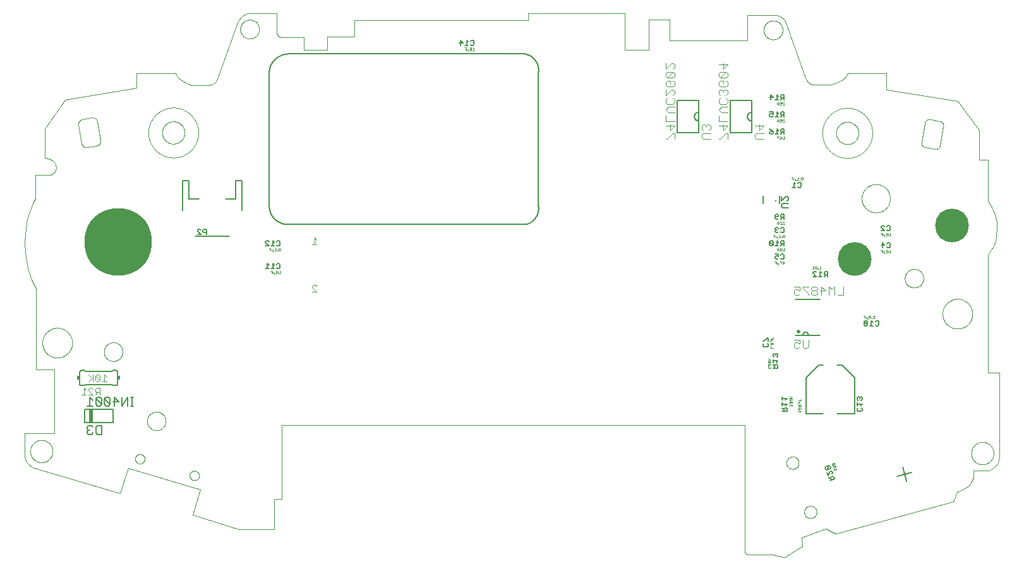
<source format=gbo>
G75*
%MOIN*%
%OFA0B0*%
%FSLAX25Y25*%
%IPPOS*%
%LPD*%
%AMOC8*
5,1,8,0,0,1.08239X$1,22.5*
%
%ADD10C,0.00000*%
%ADD11C,0.00050*%
%ADD12C,0.00600*%
%ADD13C,0.00200*%
%ADD14C,0.00400*%
%ADD15C,0.35642*%
%ADD16C,0.00500*%
%ADD17C,0.00800*%
%ADD18R,0.02000X0.07000*%
%ADD19C,0.17821*%
%ADD20C,0.01181*%
%ADD21R,0.01500X0.02000*%
%ADD22C,0.02000*%
D10*
X0012302Y0049630D02*
X0058595Y0035783D01*
X0063045Y0049233D01*
X0101103Y0037846D01*
X0097188Y0024403D01*
X0121450Y0016935D01*
X0140155Y0016935D01*
X0140155Y0032954D01*
X0144035Y0032954D01*
X0144035Y0071690D01*
X0388324Y0071690D01*
X0388324Y0005424D01*
X0388325Y0005424D02*
X0388327Y0005337D01*
X0388333Y0005250D01*
X0388342Y0005163D01*
X0388355Y0005077D01*
X0388372Y0004992D01*
X0388393Y0004907D01*
X0388417Y0004824D01*
X0388445Y0004741D01*
X0388476Y0004660D01*
X0388511Y0004580D01*
X0388550Y0004502D01*
X0388592Y0004426D01*
X0388637Y0004351D01*
X0388685Y0004279D01*
X0388736Y0004208D01*
X0388791Y0004140D01*
X0388848Y0004075D01*
X0388908Y0004012D01*
X0388971Y0003952D01*
X0389036Y0003894D01*
X0389104Y0003840D01*
X0389174Y0003788D01*
X0389246Y0003739D01*
X0389321Y0003694D01*
X0389397Y0003652D01*
X0389475Y0003613D01*
X0389554Y0003578D01*
X0389636Y0003546D01*
X0389718Y0003518D01*
X0389801Y0003494D01*
X0389886Y0003473D01*
X0389971Y0003455D01*
X0390057Y0003442D01*
X0390144Y0003432D01*
X0390231Y0003426D01*
X0390318Y0003424D01*
X0390317Y0003424D02*
X0403473Y0003378D01*
X0403975Y0003312D02*
X0408625Y0002088D01*
X0410221Y0002343D02*
X0417983Y0007370D01*
X0418055Y0007419D01*
X0418125Y0007471D01*
X0418193Y0007526D01*
X0418258Y0007584D01*
X0418321Y0007645D01*
X0418380Y0007709D01*
X0418437Y0007775D01*
X0418492Y0007843D01*
X0418543Y0007914D01*
X0418591Y0007987D01*
X0418635Y0008062D01*
X0418677Y0008138D01*
X0418715Y0008217D01*
X0418749Y0008297D01*
X0418780Y0008379D01*
X0418808Y0008461D01*
X0418832Y0008545D01*
X0418852Y0008630D01*
X0418868Y0008716D01*
X0418881Y0008802D01*
X0418890Y0008889D01*
X0418895Y0008976D01*
X0418896Y0009063D01*
X0418893Y0009150D01*
X0418887Y0009237D01*
X0418877Y0009324D01*
X0418421Y0012607D01*
X0431137Y0017261D01*
X0436537Y0014608D01*
X0498428Y0031413D01*
X0498773Y0032197D01*
X0500524Y0036480D01*
X0504089Y0038115D01*
X0506643Y0039804D01*
X0508209Y0042029D01*
X0508992Y0044172D01*
X0508992Y0047913D01*
X0517365Y0047913D01*
X0520266Y0049924D01*
X0522178Y0051968D01*
X0522816Y0055034D01*
X0522816Y0099617D01*
X0516706Y0099617D01*
X0516706Y0161850D01*
X0518684Y0164734D01*
X0520374Y0167948D01*
X0521074Y0171327D01*
X0521404Y0176231D01*
X0521404Y0178662D01*
X0520374Y0183030D01*
X0518519Y0187398D01*
X0516720Y0189788D01*
X0516720Y0211736D01*
X0512231Y0211736D01*
X0512231Y0227654D01*
X0500899Y0242829D01*
X0462944Y0248835D01*
X0462944Y0257405D01*
X0442876Y0257405D01*
X0441310Y0255222D01*
X0439127Y0253491D01*
X0436242Y0252131D01*
X0433605Y0251472D01*
X0424169Y0251472D01*
X0422191Y0252626D01*
X0420914Y0254315D01*
X0410355Y0283262D01*
X0409376Y0285734D01*
X0407110Y0287640D01*
X0405204Y0288309D01*
X0389597Y0288309D01*
X0389597Y0274967D01*
X0348592Y0274967D01*
X0348592Y0285719D01*
X0337647Y0285719D01*
X0337647Y0269816D01*
X0325092Y0269816D01*
X0325092Y0289122D01*
X0274002Y0289122D01*
X0274002Y0285479D01*
X0182443Y0285479D01*
X0182450Y0276744D01*
X0168204Y0276744D01*
X0168204Y0269986D01*
X0155677Y0269986D01*
X0155677Y0276670D01*
X0143349Y0276670D01*
X0141964Y0277329D01*
X0141371Y0278648D01*
X0141371Y0289076D01*
X0125899Y0289076D01*
X0122932Y0287552D01*
X0120954Y0285286D01*
X0110084Y0254534D01*
X0109106Y0252989D01*
X0107200Y0251649D01*
X0105140Y0251139D01*
X0096476Y0251139D01*
X0095599Y0251424D01*
X0092055Y0253196D01*
X0089377Y0255256D01*
X0088141Y0257523D01*
X0067579Y0257523D01*
X0067579Y0249694D01*
X0029711Y0243613D01*
X0018944Y0228117D01*
X0018944Y0212930D01*
X0021027Y0212561D01*
X0023111Y0211453D01*
X0024588Y0210134D01*
X0024957Y0207919D01*
X0024772Y0206126D01*
X0023586Y0204570D01*
X0022161Y0204005D01*
X0014233Y0204005D01*
X0014233Y0191901D01*
X0014090Y0191551D01*
X0012837Y0188749D01*
X0011123Y0184563D01*
X0009640Y0180640D01*
X0008618Y0172893D01*
X0008288Y0167520D01*
X0009046Y0160136D01*
X0010398Y0153510D01*
X0012112Y0148400D01*
X0014423Y0143884D01*
X0014423Y0101097D01*
X0024176Y0101097D01*
X0024176Y0067634D01*
X0008549Y0067634D01*
X0008549Y0055693D01*
X0008825Y0053944D01*
X0010242Y0051433D01*
X0012302Y0049630D01*
X0011381Y0058065D02*
X0011383Y0058218D01*
X0011389Y0058372D01*
X0011399Y0058525D01*
X0011413Y0058677D01*
X0011431Y0058830D01*
X0011453Y0058981D01*
X0011478Y0059132D01*
X0011508Y0059283D01*
X0011542Y0059433D01*
X0011579Y0059581D01*
X0011620Y0059729D01*
X0011665Y0059875D01*
X0011714Y0060021D01*
X0011767Y0060165D01*
X0011823Y0060307D01*
X0011883Y0060448D01*
X0011947Y0060588D01*
X0012014Y0060726D01*
X0012085Y0060862D01*
X0012160Y0060996D01*
X0012237Y0061128D01*
X0012319Y0061258D01*
X0012403Y0061386D01*
X0012491Y0061512D01*
X0012582Y0061635D01*
X0012676Y0061756D01*
X0012774Y0061874D01*
X0012874Y0061990D01*
X0012978Y0062103D01*
X0013084Y0062214D01*
X0013193Y0062322D01*
X0013305Y0062427D01*
X0013419Y0062528D01*
X0013537Y0062627D01*
X0013656Y0062723D01*
X0013778Y0062816D01*
X0013903Y0062905D01*
X0014030Y0062992D01*
X0014159Y0063074D01*
X0014290Y0063154D01*
X0014423Y0063230D01*
X0014558Y0063303D01*
X0014695Y0063372D01*
X0014834Y0063437D01*
X0014974Y0063499D01*
X0015116Y0063557D01*
X0015259Y0063612D01*
X0015404Y0063663D01*
X0015550Y0063710D01*
X0015697Y0063753D01*
X0015845Y0063792D01*
X0015994Y0063828D01*
X0016144Y0063859D01*
X0016295Y0063887D01*
X0016446Y0063911D01*
X0016599Y0063931D01*
X0016751Y0063947D01*
X0016904Y0063959D01*
X0017057Y0063967D01*
X0017210Y0063971D01*
X0017364Y0063971D01*
X0017517Y0063967D01*
X0017670Y0063959D01*
X0017823Y0063947D01*
X0017975Y0063931D01*
X0018128Y0063911D01*
X0018279Y0063887D01*
X0018430Y0063859D01*
X0018580Y0063828D01*
X0018729Y0063792D01*
X0018877Y0063753D01*
X0019024Y0063710D01*
X0019170Y0063663D01*
X0019315Y0063612D01*
X0019458Y0063557D01*
X0019600Y0063499D01*
X0019740Y0063437D01*
X0019879Y0063372D01*
X0020016Y0063303D01*
X0020151Y0063230D01*
X0020284Y0063154D01*
X0020415Y0063074D01*
X0020544Y0062992D01*
X0020671Y0062905D01*
X0020796Y0062816D01*
X0020918Y0062723D01*
X0021037Y0062627D01*
X0021155Y0062528D01*
X0021269Y0062427D01*
X0021381Y0062322D01*
X0021490Y0062214D01*
X0021596Y0062103D01*
X0021700Y0061990D01*
X0021800Y0061874D01*
X0021898Y0061756D01*
X0021992Y0061635D01*
X0022083Y0061512D01*
X0022171Y0061386D01*
X0022255Y0061258D01*
X0022337Y0061128D01*
X0022414Y0060996D01*
X0022489Y0060862D01*
X0022560Y0060726D01*
X0022627Y0060588D01*
X0022691Y0060448D01*
X0022751Y0060307D01*
X0022807Y0060165D01*
X0022860Y0060021D01*
X0022909Y0059875D01*
X0022954Y0059729D01*
X0022995Y0059581D01*
X0023032Y0059433D01*
X0023066Y0059283D01*
X0023096Y0059132D01*
X0023121Y0058981D01*
X0023143Y0058830D01*
X0023161Y0058677D01*
X0023175Y0058525D01*
X0023185Y0058372D01*
X0023191Y0058218D01*
X0023193Y0058065D01*
X0023191Y0057912D01*
X0023185Y0057758D01*
X0023175Y0057605D01*
X0023161Y0057453D01*
X0023143Y0057300D01*
X0023121Y0057149D01*
X0023096Y0056998D01*
X0023066Y0056847D01*
X0023032Y0056697D01*
X0022995Y0056549D01*
X0022954Y0056401D01*
X0022909Y0056255D01*
X0022860Y0056109D01*
X0022807Y0055965D01*
X0022751Y0055823D01*
X0022691Y0055682D01*
X0022627Y0055542D01*
X0022560Y0055404D01*
X0022489Y0055268D01*
X0022414Y0055134D01*
X0022337Y0055002D01*
X0022255Y0054872D01*
X0022171Y0054744D01*
X0022083Y0054618D01*
X0021992Y0054495D01*
X0021898Y0054374D01*
X0021800Y0054256D01*
X0021700Y0054140D01*
X0021596Y0054027D01*
X0021490Y0053916D01*
X0021381Y0053808D01*
X0021269Y0053703D01*
X0021155Y0053602D01*
X0021037Y0053503D01*
X0020918Y0053407D01*
X0020796Y0053314D01*
X0020671Y0053225D01*
X0020544Y0053138D01*
X0020415Y0053056D01*
X0020284Y0052976D01*
X0020151Y0052900D01*
X0020016Y0052827D01*
X0019879Y0052758D01*
X0019740Y0052693D01*
X0019600Y0052631D01*
X0019458Y0052573D01*
X0019315Y0052518D01*
X0019170Y0052467D01*
X0019024Y0052420D01*
X0018877Y0052377D01*
X0018729Y0052338D01*
X0018580Y0052302D01*
X0018430Y0052271D01*
X0018279Y0052243D01*
X0018128Y0052219D01*
X0017975Y0052199D01*
X0017823Y0052183D01*
X0017670Y0052171D01*
X0017517Y0052163D01*
X0017364Y0052159D01*
X0017210Y0052159D01*
X0017057Y0052163D01*
X0016904Y0052171D01*
X0016751Y0052183D01*
X0016599Y0052199D01*
X0016446Y0052219D01*
X0016295Y0052243D01*
X0016144Y0052271D01*
X0015994Y0052302D01*
X0015845Y0052338D01*
X0015697Y0052377D01*
X0015550Y0052420D01*
X0015404Y0052467D01*
X0015259Y0052518D01*
X0015116Y0052573D01*
X0014974Y0052631D01*
X0014834Y0052693D01*
X0014695Y0052758D01*
X0014558Y0052827D01*
X0014423Y0052900D01*
X0014290Y0052976D01*
X0014159Y0053056D01*
X0014030Y0053138D01*
X0013903Y0053225D01*
X0013778Y0053314D01*
X0013656Y0053407D01*
X0013537Y0053503D01*
X0013419Y0053602D01*
X0013305Y0053703D01*
X0013193Y0053808D01*
X0013084Y0053916D01*
X0012978Y0054027D01*
X0012874Y0054140D01*
X0012774Y0054256D01*
X0012676Y0054374D01*
X0012582Y0054495D01*
X0012491Y0054618D01*
X0012403Y0054744D01*
X0012319Y0054872D01*
X0012237Y0055002D01*
X0012160Y0055134D01*
X0012085Y0055268D01*
X0012014Y0055404D01*
X0011947Y0055542D01*
X0011883Y0055682D01*
X0011823Y0055823D01*
X0011767Y0055965D01*
X0011714Y0056109D01*
X0011665Y0056255D01*
X0011620Y0056401D01*
X0011579Y0056549D01*
X0011542Y0056697D01*
X0011508Y0056847D01*
X0011478Y0056998D01*
X0011453Y0057149D01*
X0011431Y0057300D01*
X0011413Y0057453D01*
X0011399Y0057605D01*
X0011389Y0057758D01*
X0011383Y0057912D01*
X0011381Y0058065D01*
X0066767Y0053998D02*
X0066769Y0054097D01*
X0066775Y0054197D01*
X0066785Y0054296D01*
X0066799Y0054394D01*
X0066816Y0054492D01*
X0066838Y0054589D01*
X0066863Y0054685D01*
X0066892Y0054780D01*
X0066925Y0054874D01*
X0066962Y0054966D01*
X0067002Y0055057D01*
X0067046Y0055146D01*
X0067094Y0055234D01*
X0067145Y0055319D01*
X0067199Y0055402D01*
X0067256Y0055484D01*
X0067317Y0055562D01*
X0067381Y0055639D01*
X0067447Y0055712D01*
X0067517Y0055783D01*
X0067589Y0055851D01*
X0067664Y0055917D01*
X0067742Y0055979D01*
X0067822Y0056038D01*
X0067904Y0056094D01*
X0067988Y0056146D01*
X0068075Y0056195D01*
X0068163Y0056241D01*
X0068253Y0056283D01*
X0068345Y0056322D01*
X0068438Y0056357D01*
X0068532Y0056388D01*
X0068628Y0056415D01*
X0068725Y0056438D01*
X0068822Y0056458D01*
X0068920Y0056474D01*
X0069019Y0056486D01*
X0069118Y0056494D01*
X0069217Y0056498D01*
X0069317Y0056498D01*
X0069416Y0056494D01*
X0069515Y0056486D01*
X0069614Y0056474D01*
X0069712Y0056458D01*
X0069809Y0056438D01*
X0069906Y0056415D01*
X0070002Y0056388D01*
X0070096Y0056357D01*
X0070189Y0056322D01*
X0070281Y0056283D01*
X0070371Y0056241D01*
X0070459Y0056195D01*
X0070546Y0056146D01*
X0070630Y0056094D01*
X0070712Y0056038D01*
X0070792Y0055979D01*
X0070870Y0055917D01*
X0070945Y0055851D01*
X0071017Y0055783D01*
X0071087Y0055712D01*
X0071153Y0055639D01*
X0071217Y0055562D01*
X0071278Y0055484D01*
X0071335Y0055402D01*
X0071389Y0055319D01*
X0071440Y0055234D01*
X0071488Y0055146D01*
X0071532Y0055057D01*
X0071572Y0054966D01*
X0071609Y0054874D01*
X0071642Y0054780D01*
X0071671Y0054685D01*
X0071696Y0054589D01*
X0071718Y0054492D01*
X0071735Y0054394D01*
X0071749Y0054296D01*
X0071759Y0054197D01*
X0071765Y0054097D01*
X0071767Y0053998D01*
X0071765Y0053899D01*
X0071759Y0053799D01*
X0071749Y0053700D01*
X0071735Y0053602D01*
X0071718Y0053504D01*
X0071696Y0053407D01*
X0071671Y0053311D01*
X0071642Y0053216D01*
X0071609Y0053122D01*
X0071572Y0053030D01*
X0071532Y0052939D01*
X0071488Y0052850D01*
X0071440Y0052762D01*
X0071389Y0052677D01*
X0071335Y0052594D01*
X0071278Y0052512D01*
X0071217Y0052434D01*
X0071153Y0052357D01*
X0071087Y0052284D01*
X0071017Y0052213D01*
X0070945Y0052145D01*
X0070870Y0052079D01*
X0070792Y0052017D01*
X0070712Y0051958D01*
X0070630Y0051902D01*
X0070546Y0051850D01*
X0070459Y0051801D01*
X0070371Y0051755D01*
X0070281Y0051713D01*
X0070189Y0051674D01*
X0070096Y0051639D01*
X0070002Y0051608D01*
X0069906Y0051581D01*
X0069809Y0051558D01*
X0069712Y0051538D01*
X0069614Y0051522D01*
X0069515Y0051510D01*
X0069416Y0051502D01*
X0069317Y0051498D01*
X0069217Y0051498D01*
X0069118Y0051502D01*
X0069019Y0051510D01*
X0068920Y0051522D01*
X0068822Y0051538D01*
X0068725Y0051558D01*
X0068628Y0051581D01*
X0068532Y0051608D01*
X0068438Y0051639D01*
X0068345Y0051674D01*
X0068253Y0051713D01*
X0068163Y0051755D01*
X0068075Y0051801D01*
X0067988Y0051850D01*
X0067904Y0051902D01*
X0067822Y0051958D01*
X0067742Y0052017D01*
X0067664Y0052079D01*
X0067589Y0052145D01*
X0067517Y0052213D01*
X0067447Y0052284D01*
X0067381Y0052357D01*
X0067317Y0052434D01*
X0067256Y0052512D01*
X0067199Y0052594D01*
X0067145Y0052677D01*
X0067094Y0052762D01*
X0067046Y0052850D01*
X0067002Y0052939D01*
X0066962Y0053030D01*
X0066925Y0053122D01*
X0066892Y0053216D01*
X0066863Y0053311D01*
X0066838Y0053407D01*
X0066816Y0053504D01*
X0066799Y0053602D01*
X0066785Y0053700D01*
X0066775Y0053799D01*
X0066769Y0053899D01*
X0066767Y0053998D01*
X0095457Y0045227D02*
X0095459Y0045326D01*
X0095465Y0045426D01*
X0095475Y0045525D01*
X0095489Y0045623D01*
X0095506Y0045721D01*
X0095528Y0045818D01*
X0095553Y0045914D01*
X0095582Y0046009D01*
X0095615Y0046103D01*
X0095652Y0046195D01*
X0095692Y0046286D01*
X0095736Y0046375D01*
X0095784Y0046463D01*
X0095835Y0046548D01*
X0095889Y0046631D01*
X0095946Y0046713D01*
X0096007Y0046791D01*
X0096071Y0046868D01*
X0096137Y0046941D01*
X0096207Y0047012D01*
X0096279Y0047080D01*
X0096354Y0047146D01*
X0096432Y0047208D01*
X0096512Y0047267D01*
X0096594Y0047323D01*
X0096678Y0047375D01*
X0096765Y0047424D01*
X0096853Y0047470D01*
X0096943Y0047512D01*
X0097035Y0047551D01*
X0097128Y0047586D01*
X0097222Y0047617D01*
X0097318Y0047644D01*
X0097415Y0047667D01*
X0097512Y0047687D01*
X0097610Y0047703D01*
X0097709Y0047715D01*
X0097808Y0047723D01*
X0097907Y0047727D01*
X0098007Y0047727D01*
X0098106Y0047723D01*
X0098205Y0047715D01*
X0098304Y0047703D01*
X0098402Y0047687D01*
X0098499Y0047667D01*
X0098596Y0047644D01*
X0098692Y0047617D01*
X0098786Y0047586D01*
X0098879Y0047551D01*
X0098971Y0047512D01*
X0099061Y0047470D01*
X0099149Y0047424D01*
X0099236Y0047375D01*
X0099320Y0047323D01*
X0099402Y0047267D01*
X0099482Y0047208D01*
X0099560Y0047146D01*
X0099635Y0047080D01*
X0099707Y0047012D01*
X0099777Y0046941D01*
X0099843Y0046868D01*
X0099907Y0046791D01*
X0099968Y0046713D01*
X0100025Y0046631D01*
X0100079Y0046548D01*
X0100130Y0046463D01*
X0100178Y0046375D01*
X0100222Y0046286D01*
X0100262Y0046195D01*
X0100299Y0046103D01*
X0100332Y0046009D01*
X0100361Y0045914D01*
X0100386Y0045818D01*
X0100408Y0045721D01*
X0100425Y0045623D01*
X0100439Y0045525D01*
X0100449Y0045426D01*
X0100455Y0045326D01*
X0100457Y0045227D01*
X0100455Y0045128D01*
X0100449Y0045028D01*
X0100439Y0044929D01*
X0100425Y0044831D01*
X0100408Y0044733D01*
X0100386Y0044636D01*
X0100361Y0044540D01*
X0100332Y0044445D01*
X0100299Y0044351D01*
X0100262Y0044259D01*
X0100222Y0044168D01*
X0100178Y0044079D01*
X0100130Y0043991D01*
X0100079Y0043906D01*
X0100025Y0043823D01*
X0099968Y0043741D01*
X0099907Y0043663D01*
X0099843Y0043586D01*
X0099777Y0043513D01*
X0099707Y0043442D01*
X0099635Y0043374D01*
X0099560Y0043308D01*
X0099482Y0043246D01*
X0099402Y0043187D01*
X0099320Y0043131D01*
X0099236Y0043079D01*
X0099149Y0043030D01*
X0099061Y0042984D01*
X0098971Y0042942D01*
X0098879Y0042903D01*
X0098786Y0042868D01*
X0098692Y0042837D01*
X0098596Y0042810D01*
X0098499Y0042787D01*
X0098402Y0042767D01*
X0098304Y0042751D01*
X0098205Y0042739D01*
X0098106Y0042731D01*
X0098007Y0042727D01*
X0097907Y0042727D01*
X0097808Y0042731D01*
X0097709Y0042739D01*
X0097610Y0042751D01*
X0097512Y0042767D01*
X0097415Y0042787D01*
X0097318Y0042810D01*
X0097222Y0042837D01*
X0097128Y0042868D01*
X0097035Y0042903D01*
X0096943Y0042942D01*
X0096853Y0042984D01*
X0096765Y0043030D01*
X0096678Y0043079D01*
X0096594Y0043131D01*
X0096512Y0043187D01*
X0096432Y0043246D01*
X0096354Y0043308D01*
X0096279Y0043374D01*
X0096207Y0043442D01*
X0096137Y0043513D01*
X0096071Y0043586D01*
X0096007Y0043663D01*
X0095946Y0043741D01*
X0095889Y0043823D01*
X0095835Y0043906D01*
X0095784Y0043991D01*
X0095736Y0044079D01*
X0095692Y0044168D01*
X0095652Y0044259D01*
X0095615Y0044351D01*
X0095582Y0044445D01*
X0095553Y0044540D01*
X0095528Y0044636D01*
X0095506Y0044733D01*
X0095489Y0044831D01*
X0095475Y0044929D01*
X0095465Y0045028D01*
X0095459Y0045128D01*
X0095457Y0045227D01*
X0073045Y0073956D02*
X0073047Y0074096D01*
X0073053Y0074236D01*
X0073063Y0074375D01*
X0073077Y0074514D01*
X0073095Y0074653D01*
X0073116Y0074791D01*
X0073142Y0074929D01*
X0073172Y0075066D01*
X0073205Y0075201D01*
X0073243Y0075336D01*
X0073284Y0075470D01*
X0073329Y0075603D01*
X0073377Y0075734D01*
X0073430Y0075863D01*
X0073486Y0075992D01*
X0073545Y0076118D01*
X0073609Y0076243D01*
X0073675Y0076366D01*
X0073746Y0076487D01*
X0073819Y0076606D01*
X0073896Y0076723D01*
X0073977Y0076837D01*
X0074060Y0076949D01*
X0074147Y0077059D01*
X0074237Y0077167D01*
X0074329Y0077271D01*
X0074425Y0077373D01*
X0074524Y0077473D01*
X0074625Y0077569D01*
X0074729Y0077663D01*
X0074836Y0077753D01*
X0074945Y0077840D01*
X0075057Y0077925D01*
X0075171Y0078006D01*
X0075287Y0078084D01*
X0075405Y0078158D01*
X0075526Y0078229D01*
X0075648Y0078297D01*
X0075773Y0078361D01*
X0075899Y0078422D01*
X0076026Y0078479D01*
X0076156Y0078532D01*
X0076287Y0078582D01*
X0076419Y0078627D01*
X0076552Y0078670D01*
X0076687Y0078708D01*
X0076822Y0078742D01*
X0076959Y0078773D01*
X0077096Y0078800D01*
X0077234Y0078822D01*
X0077373Y0078841D01*
X0077512Y0078856D01*
X0077651Y0078867D01*
X0077791Y0078874D01*
X0077931Y0078877D01*
X0078071Y0078876D01*
X0078211Y0078871D01*
X0078350Y0078862D01*
X0078490Y0078849D01*
X0078629Y0078832D01*
X0078767Y0078811D01*
X0078905Y0078787D01*
X0079042Y0078758D01*
X0079178Y0078726D01*
X0079313Y0078689D01*
X0079447Y0078649D01*
X0079580Y0078605D01*
X0079711Y0078557D01*
X0079841Y0078506D01*
X0079970Y0078451D01*
X0080097Y0078392D01*
X0080222Y0078329D01*
X0080345Y0078264D01*
X0080467Y0078194D01*
X0080586Y0078121D01*
X0080704Y0078045D01*
X0080819Y0077966D01*
X0080932Y0077883D01*
X0081042Y0077797D01*
X0081150Y0077708D01*
X0081255Y0077616D01*
X0081358Y0077521D01*
X0081458Y0077423D01*
X0081555Y0077323D01*
X0081649Y0077219D01*
X0081741Y0077113D01*
X0081829Y0077005D01*
X0081914Y0076894D01*
X0081996Y0076780D01*
X0082075Y0076664D01*
X0082150Y0076547D01*
X0082222Y0076427D01*
X0082290Y0076305D01*
X0082355Y0076181D01*
X0082417Y0076055D01*
X0082475Y0075928D01*
X0082529Y0075799D01*
X0082580Y0075668D01*
X0082626Y0075536D01*
X0082669Y0075403D01*
X0082709Y0075269D01*
X0082744Y0075134D01*
X0082776Y0074997D01*
X0082803Y0074860D01*
X0082827Y0074722D01*
X0082847Y0074584D01*
X0082863Y0074445D01*
X0082875Y0074305D01*
X0082883Y0074166D01*
X0082887Y0074026D01*
X0082887Y0073886D01*
X0082883Y0073746D01*
X0082875Y0073607D01*
X0082863Y0073467D01*
X0082847Y0073328D01*
X0082827Y0073190D01*
X0082803Y0073052D01*
X0082776Y0072915D01*
X0082744Y0072778D01*
X0082709Y0072643D01*
X0082669Y0072509D01*
X0082626Y0072376D01*
X0082580Y0072244D01*
X0082529Y0072113D01*
X0082475Y0071984D01*
X0082417Y0071857D01*
X0082355Y0071731D01*
X0082290Y0071607D01*
X0082222Y0071485D01*
X0082150Y0071365D01*
X0082075Y0071248D01*
X0081996Y0071132D01*
X0081914Y0071018D01*
X0081829Y0070907D01*
X0081741Y0070799D01*
X0081649Y0070693D01*
X0081555Y0070589D01*
X0081458Y0070489D01*
X0081358Y0070391D01*
X0081255Y0070296D01*
X0081150Y0070204D01*
X0081042Y0070115D01*
X0080932Y0070029D01*
X0080819Y0069946D01*
X0080704Y0069867D01*
X0080586Y0069791D01*
X0080467Y0069718D01*
X0080345Y0069648D01*
X0080222Y0069583D01*
X0080097Y0069520D01*
X0079970Y0069461D01*
X0079841Y0069406D01*
X0079711Y0069355D01*
X0079580Y0069307D01*
X0079447Y0069263D01*
X0079313Y0069223D01*
X0079178Y0069186D01*
X0079042Y0069154D01*
X0078905Y0069125D01*
X0078767Y0069101D01*
X0078629Y0069080D01*
X0078490Y0069063D01*
X0078350Y0069050D01*
X0078211Y0069041D01*
X0078071Y0069036D01*
X0077931Y0069035D01*
X0077791Y0069038D01*
X0077651Y0069045D01*
X0077512Y0069056D01*
X0077373Y0069071D01*
X0077234Y0069090D01*
X0077096Y0069112D01*
X0076959Y0069139D01*
X0076822Y0069170D01*
X0076687Y0069204D01*
X0076552Y0069242D01*
X0076419Y0069285D01*
X0076287Y0069330D01*
X0076156Y0069380D01*
X0076026Y0069433D01*
X0075899Y0069490D01*
X0075773Y0069551D01*
X0075648Y0069615D01*
X0075526Y0069683D01*
X0075405Y0069754D01*
X0075287Y0069828D01*
X0075171Y0069906D01*
X0075057Y0069987D01*
X0074945Y0070072D01*
X0074836Y0070159D01*
X0074729Y0070249D01*
X0074625Y0070343D01*
X0074524Y0070439D01*
X0074425Y0070539D01*
X0074329Y0070641D01*
X0074237Y0070745D01*
X0074147Y0070853D01*
X0074060Y0070963D01*
X0073977Y0071075D01*
X0073896Y0071189D01*
X0073819Y0071306D01*
X0073746Y0071425D01*
X0073675Y0071546D01*
X0073609Y0071669D01*
X0073545Y0071794D01*
X0073486Y0071920D01*
X0073430Y0072049D01*
X0073377Y0072178D01*
X0073329Y0072309D01*
X0073284Y0072442D01*
X0073243Y0072576D01*
X0073205Y0072711D01*
X0073172Y0072846D01*
X0073142Y0072983D01*
X0073116Y0073121D01*
X0073095Y0073259D01*
X0073077Y0073398D01*
X0073063Y0073537D01*
X0073053Y0073676D01*
X0073047Y0073816D01*
X0073045Y0073956D01*
X0050286Y0110519D02*
X0050288Y0110659D01*
X0050294Y0110799D01*
X0050304Y0110938D01*
X0050318Y0111077D01*
X0050336Y0111216D01*
X0050357Y0111354D01*
X0050383Y0111492D01*
X0050413Y0111629D01*
X0050446Y0111764D01*
X0050484Y0111899D01*
X0050525Y0112033D01*
X0050570Y0112166D01*
X0050618Y0112297D01*
X0050671Y0112426D01*
X0050727Y0112555D01*
X0050786Y0112681D01*
X0050850Y0112806D01*
X0050916Y0112929D01*
X0050987Y0113050D01*
X0051060Y0113169D01*
X0051137Y0113286D01*
X0051218Y0113400D01*
X0051301Y0113512D01*
X0051388Y0113622D01*
X0051478Y0113730D01*
X0051570Y0113834D01*
X0051666Y0113936D01*
X0051765Y0114036D01*
X0051866Y0114132D01*
X0051970Y0114226D01*
X0052077Y0114316D01*
X0052186Y0114403D01*
X0052298Y0114488D01*
X0052412Y0114569D01*
X0052528Y0114647D01*
X0052646Y0114721D01*
X0052767Y0114792D01*
X0052889Y0114860D01*
X0053014Y0114924D01*
X0053140Y0114985D01*
X0053267Y0115042D01*
X0053397Y0115095D01*
X0053528Y0115145D01*
X0053660Y0115190D01*
X0053793Y0115233D01*
X0053928Y0115271D01*
X0054063Y0115305D01*
X0054200Y0115336D01*
X0054337Y0115363D01*
X0054475Y0115385D01*
X0054614Y0115404D01*
X0054753Y0115419D01*
X0054892Y0115430D01*
X0055032Y0115437D01*
X0055172Y0115440D01*
X0055312Y0115439D01*
X0055452Y0115434D01*
X0055591Y0115425D01*
X0055731Y0115412D01*
X0055870Y0115395D01*
X0056008Y0115374D01*
X0056146Y0115350D01*
X0056283Y0115321D01*
X0056419Y0115289D01*
X0056554Y0115252D01*
X0056688Y0115212D01*
X0056821Y0115168D01*
X0056952Y0115120D01*
X0057082Y0115069D01*
X0057211Y0115014D01*
X0057338Y0114955D01*
X0057463Y0114892D01*
X0057586Y0114827D01*
X0057708Y0114757D01*
X0057827Y0114684D01*
X0057945Y0114608D01*
X0058060Y0114529D01*
X0058173Y0114446D01*
X0058283Y0114360D01*
X0058391Y0114271D01*
X0058496Y0114179D01*
X0058599Y0114084D01*
X0058699Y0113986D01*
X0058796Y0113886D01*
X0058890Y0113782D01*
X0058982Y0113676D01*
X0059070Y0113568D01*
X0059155Y0113457D01*
X0059237Y0113343D01*
X0059316Y0113227D01*
X0059391Y0113110D01*
X0059463Y0112990D01*
X0059531Y0112868D01*
X0059596Y0112744D01*
X0059658Y0112618D01*
X0059716Y0112491D01*
X0059770Y0112362D01*
X0059821Y0112231D01*
X0059867Y0112099D01*
X0059910Y0111966D01*
X0059950Y0111832D01*
X0059985Y0111697D01*
X0060017Y0111560D01*
X0060044Y0111423D01*
X0060068Y0111285D01*
X0060088Y0111147D01*
X0060104Y0111008D01*
X0060116Y0110868D01*
X0060124Y0110729D01*
X0060128Y0110589D01*
X0060128Y0110449D01*
X0060124Y0110309D01*
X0060116Y0110170D01*
X0060104Y0110030D01*
X0060088Y0109891D01*
X0060068Y0109753D01*
X0060044Y0109615D01*
X0060017Y0109478D01*
X0059985Y0109341D01*
X0059950Y0109206D01*
X0059910Y0109072D01*
X0059867Y0108939D01*
X0059821Y0108807D01*
X0059770Y0108676D01*
X0059716Y0108547D01*
X0059658Y0108420D01*
X0059596Y0108294D01*
X0059531Y0108170D01*
X0059463Y0108048D01*
X0059391Y0107928D01*
X0059316Y0107811D01*
X0059237Y0107695D01*
X0059155Y0107581D01*
X0059070Y0107470D01*
X0058982Y0107362D01*
X0058890Y0107256D01*
X0058796Y0107152D01*
X0058699Y0107052D01*
X0058599Y0106954D01*
X0058496Y0106859D01*
X0058391Y0106767D01*
X0058283Y0106678D01*
X0058173Y0106592D01*
X0058060Y0106509D01*
X0057945Y0106430D01*
X0057827Y0106354D01*
X0057708Y0106281D01*
X0057586Y0106211D01*
X0057463Y0106146D01*
X0057338Y0106083D01*
X0057211Y0106024D01*
X0057082Y0105969D01*
X0056952Y0105918D01*
X0056821Y0105870D01*
X0056688Y0105826D01*
X0056554Y0105786D01*
X0056419Y0105749D01*
X0056283Y0105717D01*
X0056146Y0105688D01*
X0056008Y0105664D01*
X0055870Y0105643D01*
X0055731Y0105626D01*
X0055591Y0105613D01*
X0055452Y0105604D01*
X0055312Y0105599D01*
X0055172Y0105598D01*
X0055032Y0105601D01*
X0054892Y0105608D01*
X0054753Y0105619D01*
X0054614Y0105634D01*
X0054475Y0105653D01*
X0054337Y0105675D01*
X0054200Y0105702D01*
X0054063Y0105733D01*
X0053928Y0105767D01*
X0053793Y0105805D01*
X0053660Y0105848D01*
X0053528Y0105893D01*
X0053397Y0105943D01*
X0053267Y0105996D01*
X0053140Y0106053D01*
X0053014Y0106114D01*
X0052889Y0106178D01*
X0052767Y0106246D01*
X0052646Y0106317D01*
X0052528Y0106391D01*
X0052412Y0106469D01*
X0052298Y0106550D01*
X0052186Y0106635D01*
X0052077Y0106722D01*
X0051970Y0106812D01*
X0051866Y0106906D01*
X0051765Y0107002D01*
X0051666Y0107102D01*
X0051570Y0107204D01*
X0051478Y0107308D01*
X0051388Y0107416D01*
X0051301Y0107526D01*
X0051218Y0107638D01*
X0051137Y0107752D01*
X0051060Y0107869D01*
X0050987Y0107988D01*
X0050916Y0108109D01*
X0050850Y0108232D01*
X0050786Y0108357D01*
X0050727Y0108483D01*
X0050671Y0108612D01*
X0050618Y0108741D01*
X0050570Y0108872D01*
X0050525Y0109005D01*
X0050484Y0109139D01*
X0050446Y0109274D01*
X0050413Y0109409D01*
X0050383Y0109546D01*
X0050357Y0109684D01*
X0050336Y0109822D01*
X0050318Y0109961D01*
X0050304Y0110100D01*
X0050294Y0110239D01*
X0050288Y0110379D01*
X0050286Y0110519D01*
X0017790Y0115245D02*
X0017792Y0115438D01*
X0017799Y0115631D01*
X0017811Y0115824D01*
X0017828Y0116017D01*
X0017849Y0116209D01*
X0017875Y0116400D01*
X0017906Y0116591D01*
X0017941Y0116781D01*
X0017981Y0116970D01*
X0018026Y0117158D01*
X0018075Y0117345D01*
X0018129Y0117531D01*
X0018187Y0117715D01*
X0018250Y0117898D01*
X0018318Y0118079D01*
X0018389Y0118258D01*
X0018466Y0118436D01*
X0018546Y0118612D01*
X0018631Y0118785D01*
X0018720Y0118957D01*
X0018813Y0119126D01*
X0018910Y0119293D01*
X0019012Y0119458D01*
X0019117Y0119620D01*
X0019226Y0119779D01*
X0019340Y0119936D01*
X0019457Y0120089D01*
X0019577Y0120240D01*
X0019702Y0120388D01*
X0019830Y0120533D01*
X0019961Y0120674D01*
X0020096Y0120813D01*
X0020235Y0120948D01*
X0020376Y0121079D01*
X0020521Y0121207D01*
X0020669Y0121332D01*
X0020820Y0121452D01*
X0020973Y0121569D01*
X0021130Y0121683D01*
X0021289Y0121792D01*
X0021451Y0121897D01*
X0021616Y0121999D01*
X0021783Y0122096D01*
X0021952Y0122189D01*
X0022124Y0122278D01*
X0022297Y0122363D01*
X0022473Y0122443D01*
X0022651Y0122520D01*
X0022830Y0122591D01*
X0023011Y0122659D01*
X0023194Y0122722D01*
X0023378Y0122780D01*
X0023564Y0122834D01*
X0023751Y0122883D01*
X0023939Y0122928D01*
X0024128Y0122968D01*
X0024318Y0123003D01*
X0024509Y0123034D01*
X0024700Y0123060D01*
X0024892Y0123081D01*
X0025085Y0123098D01*
X0025278Y0123110D01*
X0025471Y0123117D01*
X0025664Y0123119D01*
X0025857Y0123117D01*
X0026050Y0123110D01*
X0026243Y0123098D01*
X0026436Y0123081D01*
X0026628Y0123060D01*
X0026819Y0123034D01*
X0027010Y0123003D01*
X0027200Y0122968D01*
X0027389Y0122928D01*
X0027577Y0122883D01*
X0027764Y0122834D01*
X0027950Y0122780D01*
X0028134Y0122722D01*
X0028317Y0122659D01*
X0028498Y0122591D01*
X0028677Y0122520D01*
X0028855Y0122443D01*
X0029031Y0122363D01*
X0029204Y0122278D01*
X0029376Y0122189D01*
X0029545Y0122096D01*
X0029712Y0121999D01*
X0029877Y0121897D01*
X0030039Y0121792D01*
X0030198Y0121683D01*
X0030355Y0121569D01*
X0030508Y0121452D01*
X0030659Y0121332D01*
X0030807Y0121207D01*
X0030952Y0121079D01*
X0031093Y0120948D01*
X0031232Y0120813D01*
X0031367Y0120674D01*
X0031498Y0120533D01*
X0031626Y0120388D01*
X0031751Y0120240D01*
X0031871Y0120089D01*
X0031988Y0119936D01*
X0032102Y0119779D01*
X0032211Y0119620D01*
X0032316Y0119458D01*
X0032418Y0119293D01*
X0032515Y0119126D01*
X0032608Y0118957D01*
X0032697Y0118785D01*
X0032782Y0118612D01*
X0032862Y0118436D01*
X0032939Y0118258D01*
X0033010Y0118079D01*
X0033078Y0117898D01*
X0033141Y0117715D01*
X0033199Y0117531D01*
X0033253Y0117345D01*
X0033302Y0117158D01*
X0033347Y0116970D01*
X0033387Y0116781D01*
X0033422Y0116591D01*
X0033453Y0116400D01*
X0033479Y0116209D01*
X0033500Y0116017D01*
X0033517Y0115824D01*
X0033529Y0115631D01*
X0033536Y0115438D01*
X0033538Y0115245D01*
X0033536Y0115052D01*
X0033529Y0114859D01*
X0033517Y0114666D01*
X0033500Y0114473D01*
X0033479Y0114281D01*
X0033453Y0114090D01*
X0033422Y0113899D01*
X0033387Y0113709D01*
X0033347Y0113520D01*
X0033302Y0113332D01*
X0033253Y0113145D01*
X0033199Y0112959D01*
X0033141Y0112775D01*
X0033078Y0112592D01*
X0033010Y0112411D01*
X0032939Y0112232D01*
X0032862Y0112054D01*
X0032782Y0111878D01*
X0032697Y0111705D01*
X0032608Y0111533D01*
X0032515Y0111364D01*
X0032418Y0111197D01*
X0032316Y0111032D01*
X0032211Y0110870D01*
X0032102Y0110711D01*
X0031988Y0110554D01*
X0031871Y0110401D01*
X0031751Y0110250D01*
X0031626Y0110102D01*
X0031498Y0109957D01*
X0031367Y0109816D01*
X0031232Y0109677D01*
X0031093Y0109542D01*
X0030952Y0109411D01*
X0030807Y0109283D01*
X0030659Y0109158D01*
X0030508Y0109038D01*
X0030355Y0108921D01*
X0030198Y0108807D01*
X0030039Y0108698D01*
X0029877Y0108593D01*
X0029712Y0108491D01*
X0029545Y0108394D01*
X0029376Y0108301D01*
X0029204Y0108212D01*
X0029031Y0108127D01*
X0028855Y0108047D01*
X0028677Y0107970D01*
X0028498Y0107899D01*
X0028317Y0107831D01*
X0028134Y0107768D01*
X0027950Y0107710D01*
X0027764Y0107656D01*
X0027577Y0107607D01*
X0027389Y0107562D01*
X0027200Y0107522D01*
X0027010Y0107487D01*
X0026819Y0107456D01*
X0026628Y0107430D01*
X0026436Y0107409D01*
X0026243Y0107392D01*
X0026050Y0107380D01*
X0025857Y0107373D01*
X0025664Y0107371D01*
X0025471Y0107373D01*
X0025278Y0107380D01*
X0025085Y0107392D01*
X0024892Y0107409D01*
X0024700Y0107430D01*
X0024509Y0107456D01*
X0024318Y0107487D01*
X0024128Y0107522D01*
X0023939Y0107562D01*
X0023751Y0107607D01*
X0023564Y0107656D01*
X0023378Y0107710D01*
X0023194Y0107768D01*
X0023011Y0107831D01*
X0022830Y0107899D01*
X0022651Y0107970D01*
X0022473Y0108047D01*
X0022297Y0108127D01*
X0022124Y0108212D01*
X0021952Y0108301D01*
X0021783Y0108394D01*
X0021616Y0108491D01*
X0021451Y0108593D01*
X0021289Y0108698D01*
X0021130Y0108807D01*
X0020973Y0108921D01*
X0020820Y0109038D01*
X0020669Y0109158D01*
X0020521Y0109283D01*
X0020376Y0109411D01*
X0020235Y0109542D01*
X0020096Y0109677D01*
X0019961Y0109816D01*
X0019830Y0109957D01*
X0019702Y0110102D01*
X0019577Y0110250D01*
X0019457Y0110401D01*
X0019340Y0110554D01*
X0019226Y0110711D01*
X0019117Y0110870D01*
X0019012Y0111032D01*
X0018910Y0111197D01*
X0018813Y0111364D01*
X0018720Y0111533D01*
X0018631Y0111705D01*
X0018546Y0111878D01*
X0018466Y0112054D01*
X0018389Y0112232D01*
X0018318Y0112411D01*
X0018250Y0112592D01*
X0018187Y0112775D01*
X0018129Y0112959D01*
X0018075Y0113145D01*
X0018026Y0113332D01*
X0017981Y0113520D01*
X0017941Y0113709D01*
X0017906Y0113899D01*
X0017875Y0114090D01*
X0017849Y0114281D01*
X0017828Y0114473D01*
X0017811Y0114666D01*
X0017799Y0114859D01*
X0017792Y0115052D01*
X0017790Y0115245D01*
X0041425Y0218445D02*
X0046349Y0219313D01*
X0046445Y0219332D01*
X0046541Y0219355D01*
X0046635Y0219381D01*
X0046729Y0219411D01*
X0046821Y0219445D01*
X0046912Y0219482D01*
X0047001Y0219523D01*
X0047089Y0219568D01*
X0047174Y0219615D01*
X0047258Y0219667D01*
X0047340Y0219721D01*
X0047420Y0219778D01*
X0047497Y0219839D01*
X0047572Y0219903D01*
X0047644Y0219969D01*
X0047713Y0220038D01*
X0047780Y0220110D01*
X0047844Y0220185D01*
X0047905Y0220262D01*
X0047963Y0220341D01*
X0048018Y0220423D01*
X0048069Y0220506D01*
X0048117Y0220592D01*
X0048162Y0220679D01*
X0048203Y0220768D01*
X0048241Y0220859D01*
X0048275Y0220951D01*
X0048306Y0221044D01*
X0048333Y0221138D01*
X0048356Y0221234D01*
X0048375Y0221330D01*
X0048391Y0221427D01*
X0048402Y0221525D01*
X0048410Y0221622D01*
X0048414Y0221720D01*
X0048415Y0221819D01*
X0048411Y0221917D01*
X0048403Y0222015D01*
X0048392Y0222112D01*
X0048377Y0222209D01*
X0046640Y0232057D01*
X0046621Y0232153D01*
X0046598Y0232249D01*
X0046572Y0232343D01*
X0046542Y0232437D01*
X0046508Y0232529D01*
X0046471Y0232620D01*
X0046430Y0232709D01*
X0046385Y0232797D01*
X0046338Y0232882D01*
X0046286Y0232966D01*
X0046232Y0233048D01*
X0046175Y0233128D01*
X0046114Y0233205D01*
X0046050Y0233280D01*
X0045984Y0233352D01*
X0045915Y0233421D01*
X0045843Y0233488D01*
X0045768Y0233552D01*
X0045691Y0233613D01*
X0045612Y0233671D01*
X0045530Y0233726D01*
X0045447Y0233777D01*
X0045361Y0233825D01*
X0045274Y0233870D01*
X0045185Y0233911D01*
X0045094Y0233949D01*
X0045002Y0233983D01*
X0044909Y0234014D01*
X0044815Y0234041D01*
X0044719Y0234064D01*
X0044623Y0234083D01*
X0044526Y0234099D01*
X0044428Y0234110D01*
X0044331Y0234118D01*
X0044233Y0234122D01*
X0044134Y0234123D01*
X0044036Y0234119D01*
X0043938Y0234111D01*
X0043841Y0234100D01*
X0043744Y0234085D01*
X0038820Y0233217D01*
X0038724Y0233198D01*
X0038628Y0233175D01*
X0038534Y0233149D01*
X0038440Y0233119D01*
X0038348Y0233085D01*
X0038257Y0233048D01*
X0038168Y0233007D01*
X0038080Y0232962D01*
X0037995Y0232915D01*
X0037911Y0232863D01*
X0037829Y0232809D01*
X0037749Y0232752D01*
X0037672Y0232691D01*
X0037597Y0232627D01*
X0037525Y0232561D01*
X0037456Y0232492D01*
X0037389Y0232420D01*
X0037325Y0232345D01*
X0037264Y0232268D01*
X0037206Y0232189D01*
X0037151Y0232107D01*
X0037100Y0232024D01*
X0037052Y0231938D01*
X0037007Y0231851D01*
X0036966Y0231762D01*
X0036928Y0231671D01*
X0036894Y0231579D01*
X0036863Y0231486D01*
X0036836Y0231391D01*
X0036813Y0231296D01*
X0036794Y0231200D01*
X0036778Y0231103D01*
X0036767Y0231005D01*
X0036759Y0230908D01*
X0036755Y0230810D01*
X0036754Y0230711D01*
X0036758Y0230613D01*
X0036766Y0230515D01*
X0036777Y0230418D01*
X0036792Y0230321D01*
X0038529Y0220473D01*
X0038548Y0220377D01*
X0038571Y0220281D01*
X0038597Y0220187D01*
X0038627Y0220093D01*
X0038661Y0220001D01*
X0038698Y0219910D01*
X0038739Y0219821D01*
X0038784Y0219733D01*
X0038831Y0219648D01*
X0038883Y0219564D01*
X0038937Y0219482D01*
X0038994Y0219402D01*
X0039055Y0219325D01*
X0039119Y0219250D01*
X0039185Y0219178D01*
X0039254Y0219109D01*
X0039326Y0219042D01*
X0039401Y0218978D01*
X0039478Y0218917D01*
X0039557Y0218859D01*
X0039639Y0218804D01*
X0039722Y0218753D01*
X0039808Y0218705D01*
X0039895Y0218660D01*
X0039984Y0218619D01*
X0040075Y0218581D01*
X0040167Y0218547D01*
X0040260Y0218516D01*
X0040354Y0218489D01*
X0040450Y0218466D01*
X0040546Y0218447D01*
X0040643Y0218431D01*
X0040741Y0218420D01*
X0040838Y0218412D01*
X0040936Y0218408D01*
X0041035Y0218407D01*
X0041133Y0218411D01*
X0041231Y0218419D01*
X0041328Y0218430D01*
X0041425Y0218445D01*
X0081008Y0226182D02*
X0081010Y0226335D01*
X0081016Y0226489D01*
X0081026Y0226642D01*
X0081040Y0226794D01*
X0081058Y0226947D01*
X0081080Y0227098D01*
X0081105Y0227249D01*
X0081135Y0227400D01*
X0081169Y0227550D01*
X0081206Y0227698D01*
X0081247Y0227846D01*
X0081292Y0227992D01*
X0081341Y0228138D01*
X0081394Y0228282D01*
X0081450Y0228424D01*
X0081510Y0228565D01*
X0081574Y0228705D01*
X0081641Y0228843D01*
X0081712Y0228979D01*
X0081787Y0229113D01*
X0081864Y0229245D01*
X0081946Y0229375D01*
X0082030Y0229503D01*
X0082118Y0229629D01*
X0082209Y0229752D01*
X0082303Y0229873D01*
X0082401Y0229991D01*
X0082501Y0230107D01*
X0082605Y0230220D01*
X0082711Y0230331D01*
X0082820Y0230439D01*
X0082932Y0230544D01*
X0083046Y0230645D01*
X0083164Y0230744D01*
X0083283Y0230840D01*
X0083405Y0230933D01*
X0083530Y0231022D01*
X0083657Y0231109D01*
X0083786Y0231191D01*
X0083917Y0231271D01*
X0084050Y0231347D01*
X0084185Y0231420D01*
X0084322Y0231489D01*
X0084461Y0231554D01*
X0084601Y0231616D01*
X0084743Y0231674D01*
X0084886Y0231729D01*
X0085031Y0231780D01*
X0085177Y0231827D01*
X0085324Y0231870D01*
X0085472Y0231909D01*
X0085621Y0231945D01*
X0085771Y0231976D01*
X0085922Y0232004D01*
X0086073Y0232028D01*
X0086226Y0232048D01*
X0086378Y0232064D01*
X0086531Y0232076D01*
X0086684Y0232084D01*
X0086837Y0232088D01*
X0086991Y0232088D01*
X0087144Y0232084D01*
X0087297Y0232076D01*
X0087450Y0232064D01*
X0087602Y0232048D01*
X0087755Y0232028D01*
X0087906Y0232004D01*
X0088057Y0231976D01*
X0088207Y0231945D01*
X0088356Y0231909D01*
X0088504Y0231870D01*
X0088651Y0231827D01*
X0088797Y0231780D01*
X0088942Y0231729D01*
X0089085Y0231674D01*
X0089227Y0231616D01*
X0089367Y0231554D01*
X0089506Y0231489D01*
X0089643Y0231420D01*
X0089778Y0231347D01*
X0089911Y0231271D01*
X0090042Y0231191D01*
X0090171Y0231109D01*
X0090298Y0231022D01*
X0090423Y0230933D01*
X0090545Y0230840D01*
X0090664Y0230744D01*
X0090782Y0230645D01*
X0090896Y0230544D01*
X0091008Y0230439D01*
X0091117Y0230331D01*
X0091223Y0230220D01*
X0091327Y0230107D01*
X0091427Y0229991D01*
X0091525Y0229873D01*
X0091619Y0229752D01*
X0091710Y0229629D01*
X0091798Y0229503D01*
X0091882Y0229375D01*
X0091964Y0229245D01*
X0092041Y0229113D01*
X0092116Y0228979D01*
X0092187Y0228843D01*
X0092254Y0228705D01*
X0092318Y0228565D01*
X0092378Y0228424D01*
X0092434Y0228282D01*
X0092487Y0228138D01*
X0092536Y0227992D01*
X0092581Y0227846D01*
X0092622Y0227698D01*
X0092659Y0227550D01*
X0092693Y0227400D01*
X0092723Y0227249D01*
X0092748Y0227098D01*
X0092770Y0226947D01*
X0092788Y0226794D01*
X0092802Y0226642D01*
X0092812Y0226489D01*
X0092818Y0226335D01*
X0092820Y0226182D01*
X0092818Y0226029D01*
X0092812Y0225875D01*
X0092802Y0225722D01*
X0092788Y0225570D01*
X0092770Y0225417D01*
X0092748Y0225266D01*
X0092723Y0225115D01*
X0092693Y0224964D01*
X0092659Y0224814D01*
X0092622Y0224666D01*
X0092581Y0224518D01*
X0092536Y0224372D01*
X0092487Y0224226D01*
X0092434Y0224082D01*
X0092378Y0223940D01*
X0092318Y0223799D01*
X0092254Y0223659D01*
X0092187Y0223521D01*
X0092116Y0223385D01*
X0092041Y0223251D01*
X0091964Y0223119D01*
X0091882Y0222989D01*
X0091798Y0222861D01*
X0091710Y0222735D01*
X0091619Y0222612D01*
X0091525Y0222491D01*
X0091427Y0222373D01*
X0091327Y0222257D01*
X0091223Y0222144D01*
X0091117Y0222033D01*
X0091008Y0221925D01*
X0090896Y0221820D01*
X0090782Y0221719D01*
X0090664Y0221620D01*
X0090545Y0221524D01*
X0090423Y0221431D01*
X0090298Y0221342D01*
X0090171Y0221255D01*
X0090042Y0221173D01*
X0089911Y0221093D01*
X0089778Y0221017D01*
X0089643Y0220944D01*
X0089506Y0220875D01*
X0089367Y0220810D01*
X0089227Y0220748D01*
X0089085Y0220690D01*
X0088942Y0220635D01*
X0088797Y0220584D01*
X0088651Y0220537D01*
X0088504Y0220494D01*
X0088356Y0220455D01*
X0088207Y0220419D01*
X0088057Y0220388D01*
X0087906Y0220360D01*
X0087755Y0220336D01*
X0087602Y0220316D01*
X0087450Y0220300D01*
X0087297Y0220288D01*
X0087144Y0220280D01*
X0086991Y0220276D01*
X0086837Y0220276D01*
X0086684Y0220280D01*
X0086531Y0220288D01*
X0086378Y0220300D01*
X0086226Y0220316D01*
X0086073Y0220336D01*
X0085922Y0220360D01*
X0085771Y0220388D01*
X0085621Y0220419D01*
X0085472Y0220455D01*
X0085324Y0220494D01*
X0085177Y0220537D01*
X0085031Y0220584D01*
X0084886Y0220635D01*
X0084743Y0220690D01*
X0084601Y0220748D01*
X0084461Y0220810D01*
X0084322Y0220875D01*
X0084185Y0220944D01*
X0084050Y0221017D01*
X0083917Y0221093D01*
X0083786Y0221173D01*
X0083657Y0221255D01*
X0083530Y0221342D01*
X0083405Y0221431D01*
X0083283Y0221524D01*
X0083164Y0221620D01*
X0083046Y0221719D01*
X0082932Y0221820D01*
X0082820Y0221925D01*
X0082711Y0222033D01*
X0082605Y0222144D01*
X0082501Y0222257D01*
X0082401Y0222373D01*
X0082303Y0222491D01*
X0082209Y0222612D01*
X0082118Y0222735D01*
X0082030Y0222861D01*
X0081946Y0222989D01*
X0081864Y0223119D01*
X0081787Y0223251D01*
X0081712Y0223385D01*
X0081641Y0223521D01*
X0081574Y0223659D01*
X0081510Y0223799D01*
X0081450Y0223940D01*
X0081394Y0224082D01*
X0081341Y0224226D01*
X0081292Y0224372D01*
X0081247Y0224518D01*
X0081206Y0224666D01*
X0081169Y0224814D01*
X0081135Y0224964D01*
X0081105Y0225115D01*
X0081080Y0225266D01*
X0081058Y0225417D01*
X0081040Y0225570D01*
X0081026Y0225722D01*
X0081016Y0225875D01*
X0081010Y0226029D01*
X0081008Y0226182D01*
X0122224Y0280733D02*
X0122226Y0280874D01*
X0122232Y0281015D01*
X0122242Y0281155D01*
X0122256Y0281295D01*
X0122274Y0281435D01*
X0122295Y0281574D01*
X0122321Y0281713D01*
X0122350Y0281851D01*
X0122384Y0281987D01*
X0122421Y0282123D01*
X0122462Y0282258D01*
X0122507Y0282392D01*
X0122556Y0282524D01*
X0122608Y0282655D01*
X0122664Y0282784D01*
X0122724Y0282911D01*
X0122787Y0283037D01*
X0122853Y0283161D01*
X0122924Y0283284D01*
X0122997Y0283404D01*
X0123074Y0283522D01*
X0123154Y0283638D01*
X0123238Y0283751D01*
X0123324Y0283862D01*
X0123414Y0283971D01*
X0123507Y0284077D01*
X0123602Y0284180D01*
X0123701Y0284281D01*
X0123802Y0284379D01*
X0123906Y0284474D01*
X0124013Y0284566D01*
X0124122Y0284655D01*
X0124234Y0284740D01*
X0124348Y0284823D01*
X0124464Y0284903D01*
X0124583Y0284979D01*
X0124704Y0285051D01*
X0124826Y0285121D01*
X0124951Y0285186D01*
X0125077Y0285249D01*
X0125205Y0285307D01*
X0125335Y0285362D01*
X0125466Y0285414D01*
X0125599Y0285461D01*
X0125733Y0285505D01*
X0125868Y0285546D01*
X0126004Y0285582D01*
X0126141Y0285614D01*
X0126279Y0285643D01*
X0126417Y0285668D01*
X0126557Y0285688D01*
X0126697Y0285705D01*
X0126837Y0285718D01*
X0126978Y0285727D01*
X0127118Y0285732D01*
X0127259Y0285733D01*
X0127400Y0285730D01*
X0127541Y0285723D01*
X0127681Y0285712D01*
X0127821Y0285697D01*
X0127961Y0285678D01*
X0128100Y0285656D01*
X0128238Y0285629D01*
X0128376Y0285599D01*
X0128512Y0285564D01*
X0128648Y0285526D01*
X0128782Y0285484D01*
X0128916Y0285438D01*
X0129048Y0285389D01*
X0129178Y0285335D01*
X0129307Y0285278D01*
X0129434Y0285218D01*
X0129560Y0285154D01*
X0129683Y0285086D01*
X0129805Y0285015D01*
X0129925Y0284941D01*
X0130042Y0284863D01*
X0130157Y0284782D01*
X0130270Y0284698D01*
X0130381Y0284611D01*
X0130489Y0284520D01*
X0130594Y0284427D01*
X0130697Y0284330D01*
X0130797Y0284231D01*
X0130894Y0284129D01*
X0130988Y0284024D01*
X0131079Y0283917D01*
X0131167Y0283807D01*
X0131252Y0283695D01*
X0131334Y0283580D01*
X0131413Y0283463D01*
X0131488Y0283344D01*
X0131560Y0283223D01*
X0131628Y0283100D01*
X0131693Y0282975D01*
X0131755Y0282848D01*
X0131812Y0282719D01*
X0131867Y0282589D01*
X0131917Y0282458D01*
X0131964Y0282325D01*
X0132007Y0282191D01*
X0132046Y0282055D01*
X0132081Y0281919D01*
X0132113Y0281782D01*
X0132140Y0281644D01*
X0132164Y0281505D01*
X0132184Y0281365D01*
X0132200Y0281225D01*
X0132212Y0281085D01*
X0132220Y0280944D01*
X0132224Y0280803D01*
X0132224Y0280663D01*
X0132220Y0280522D01*
X0132212Y0280381D01*
X0132200Y0280241D01*
X0132184Y0280101D01*
X0132164Y0279961D01*
X0132140Y0279822D01*
X0132113Y0279684D01*
X0132081Y0279547D01*
X0132046Y0279411D01*
X0132007Y0279275D01*
X0131964Y0279141D01*
X0131917Y0279008D01*
X0131867Y0278877D01*
X0131812Y0278747D01*
X0131755Y0278618D01*
X0131693Y0278491D01*
X0131628Y0278366D01*
X0131560Y0278243D01*
X0131488Y0278122D01*
X0131413Y0278003D01*
X0131334Y0277886D01*
X0131252Y0277771D01*
X0131167Y0277659D01*
X0131079Y0277549D01*
X0130988Y0277442D01*
X0130894Y0277337D01*
X0130797Y0277235D01*
X0130697Y0277136D01*
X0130594Y0277039D01*
X0130489Y0276946D01*
X0130381Y0276855D01*
X0130270Y0276768D01*
X0130157Y0276684D01*
X0130042Y0276603D01*
X0129925Y0276525D01*
X0129805Y0276451D01*
X0129683Y0276380D01*
X0129560Y0276312D01*
X0129434Y0276248D01*
X0129307Y0276188D01*
X0129178Y0276131D01*
X0129048Y0276077D01*
X0128916Y0276028D01*
X0128782Y0275982D01*
X0128648Y0275940D01*
X0128512Y0275902D01*
X0128376Y0275867D01*
X0128238Y0275837D01*
X0128100Y0275810D01*
X0127961Y0275788D01*
X0127821Y0275769D01*
X0127681Y0275754D01*
X0127541Y0275743D01*
X0127400Y0275736D01*
X0127259Y0275733D01*
X0127118Y0275734D01*
X0126978Y0275739D01*
X0126837Y0275748D01*
X0126697Y0275761D01*
X0126557Y0275778D01*
X0126417Y0275798D01*
X0126279Y0275823D01*
X0126141Y0275852D01*
X0126004Y0275884D01*
X0125868Y0275920D01*
X0125733Y0275961D01*
X0125599Y0276005D01*
X0125466Y0276052D01*
X0125335Y0276104D01*
X0125205Y0276159D01*
X0125077Y0276217D01*
X0124951Y0276280D01*
X0124826Y0276345D01*
X0124704Y0276415D01*
X0124583Y0276487D01*
X0124464Y0276563D01*
X0124348Y0276643D01*
X0124234Y0276726D01*
X0124122Y0276811D01*
X0124013Y0276900D01*
X0123906Y0276992D01*
X0123802Y0277087D01*
X0123701Y0277185D01*
X0123602Y0277286D01*
X0123507Y0277389D01*
X0123414Y0277495D01*
X0123324Y0277604D01*
X0123238Y0277715D01*
X0123154Y0277828D01*
X0123074Y0277944D01*
X0122997Y0278062D01*
X0122924Y0278182D01*
X0122853Y0278305D01*
X0122787Y0278429D01*
X0122724Y0278555D01*
X0122664Y0278682D01*
X0122608Y0278811D01*
X0122556Y0278942D01*
X0122507Y0279074D01*
X0122462Y0279208D01*
X0122421Y0279343D01*
X0122384Y0279479D01*
X0122350Y0279615D01*
X0122321Y0279753D01*
X0122295Y0279892D01*
X0122274Y0280031D01*
X0122256Y0280171D01*
X0122242Y0280311D01*
X0122232Y0280451D01*
X0122226Y0280592D01*
X0122224Y0280733D01*
X0398390Y0280323D02*
X0398392Y0280464D01*
X0398398Y0280605D01*
X0398408Y0280745D01*
X0398422Y0280885D01*
X0398440Y0281025D01*
X0398461Y0281164D01*
X0398487Y0281303D01*
X0398516Y0281441D01*
X0398550Y0281577D01*
X0398587Y0281713D01*
X0398628Y0281848D01*
X0398673Y0281982D01*
X0398722Y0282114D01*
X0398774Y0282245D01*
X0398830Y0282374D01*
X0398890Y0282501D01*
X0398953Y0282627D01*
X0399019Y0282751D01*
X0399090Y0282874D01*
X0399163Y0282994D01*
X0399240Y0283112D01*
X0399320Y0283228D01*
X0399404Y0283341D01*
X0399490Y0283452D01*
X0399580Y0283561D01*
X0399673Y0283667D01*
X0399768Y0283770D01*
X0399867Y0283871D01*
X0399968Y0283969D01*
X0400072Y0284064D01*
X0400179Y0284156D01*
X0400288Y0284245D01*
X0400400Y0284330D01*
X0400514Y0284413D01*
X0400630Y0284493D01*
X0400749Y0284569D01*
X0400870Y0284641D01*
X0400992Y0284711D01*
X0401117Y0284776D01*
X0401243Y0284839D01*
X0401371Y0284897D01*
X0401501Y0284952D01*
X0401632Y0285004D01*
X0401765Y0285051D01*
X0401899Y0285095D01*
X0402034Y0285136D01*
X0402170Y0285172D01*
X0402307Y0285204D01*
X0402445Y0285233D01*
X0402583Y0285258D01*
X0402723Y0285278D01*
X0402863Y0285295D01*
X0403003Y0285308D01*
X0403144Y0285317D01*
X0403284Y0285322D01*
X0403425Y0285323D01*
X0403566Y0285320D01*
X0403707Y0285313D01*
X0403847Y0285302D01*
X0403987Y0285287D01*
X0404127Y0285268D01*
X0404266Y0285246D01*
X0404404Y0285219D01*
X0404542Y0285189D01*
X0404678Y0285154D01*
X0404814Y0285116D01*
X0404948Y0285074D01*
X0405082Y0285028D01*
X0405214Y0284979D01*
X0405344Y0284925D01*
X0405473Y0284868D01*
X0405600Y0284808D01*
X0405726Y0284744D01*
X0405849Y0284676D01*
X0405971Y0284605D01*
X0406091Y0284531D01*
X0406208Y0284453D01*
X0406323Y0284372D01*
X0406436Y0284288D01*
X0406547Y0284201D01*
X0406655Y0284110D01*
X0406760Y0284017D01*
X0406863Y0283920D01*
X0406963Y0283821D01*
X0407060Y0283719D01*
X0407154Y0283614D01*
X0407245Y0283507D01*
X0407333Y0283397D01*
X0407418Y0283285D01*
X0407500Y0283170D01*
X0407579Y0283053D01*
X0407654Y0282934D01*
X0407726Y0282813D01*
X0407794Y0282690D01*
X0407859Y0282565D01*
X0407921Y0282438D01*
X0407978Y0282309D01*
X0408033Y0282179D01*
X0408083Y0282048D01*
X0408130Y0281915D01*
X0408173Y0281781D01*
X0408212Y0281645D01*
X0408247Y0281509D01*
X0408279Y0281372D01*
X0408306Y0281234D01*
X0408330Y0281095D01*
X0408350Y0280955D01*
X0408366Y0280815D01*
X0408378Y0280675D01*
X0408386Y0280534D01*
X0408390Y0280393D01*
X0408390Y0280253D01*
X0408386Y0280112D01*
X0408378Y0279971D01*
X0408366Y0279831D01*
X0408350Y0279691D01*
X0408330Y0279551D01*
X0408306Y0279412D01*
X0408279Y0279274D01*
X0408247Y0279137D01*
X0408212Y0279001D01*
X0408173Y0278865D01*
X0408130Y0278731D01*
X0408083Y0278598D01*
X0408033Y0278467D01*
X0407978Y0278337D01*
X0407921Y0278208D01*
X0407859Y0278081D01*
X0407794Y0277956D01*
X0407726Y0277833D01*
X0407654Y0277712D01*
X0407579Y0277593D01*
X0407500Y0277476D01*
X0407418Y0277361D01*
X0407333Y0277249D01*
X0407245Y0277139D01*
X0407154Y0277032D01*
X0407060Y0276927D01*
X0406963Y0276825D01*
X0406863Y0276726D01*
X0406760Y0276629D01*
X0406655Y0276536D01*
X0406547Y0276445D01*
X0406436Y0276358D01*
X0406323Y0276274D01*
X0406208Y0276193D01*
X0406091Y0276115D01*
X0405971Y0276041D01*
X0405849Y0275970D01*
X0405726Y0275902D01*
X0405600Y0275838D01*
X0405473Y0275778D01*
X0405344Y0275721D01*
X0405214Y0275667D01*
X0405082Y0275618D01*
X0404948Y0275572D01*
X0404814Y0275530D01*
X0404678Y0275492D01*
X0404542Y0275457D01*
X0404404Y0275427D01*
X0404266Y0275400D01*
X0404127Y0275378D01*
X0403987Y0275359D01*
X0403847Y0275344D01*
X0403707Y0275333D01*
X0403566Y0275326D01*
X0403425Y0275323D01*
X0403284Y0275324D01*
X0403144Y0275329D01*
X0403003Y0275338D01*
X0402863Y0275351D01*
X0402723Y0275368D01*
X0402583Y0275388D01*
X0402445Y0275413D01*
X0402307Y0275442D01*
X0402170Y0275474D01*
X0402034Y0275510D01*
X0401899Y0275551D01*
X0401765Y0275595D01*
X0401632Y0275642D01*
X0401501Y0275694D01*
X0401371Y0275749D01*
X0401243Y0275807D01*
X0401117Y0275870D01*
X0400992Y0275935D01*
X0400870Y0276005D01*
X0400749Y0276077D01*
X0400630Y0276153D01*
X0400514Y0276233D01*
X0400400Y0276316D01*
X0400288Y0276401D01*
X0400179Y0276490D01*
X0400072Y0276582D01*
X0399968Y0276677D01*
X0399867Y0276775D01*
X0399768Y0276876D01*
X0399673Y0276979D01*
X0399580Y0277085D01*
X0399490Y0277194D01*
X0399404Y0277305D01*
X0399320Y0277418D01*
X0399240Y0277534D01*
X0399163Y0277652D01*
X0399090Y0277772D01*
X0399019Y0277895D01*
X0398953Y0278019D01*
X0398890Y0278145D01*
X0398830Y0278272D01*
X0398774Y0278401D01*
X0398722Y0278532D01*
X0398673Y0278664D01*
X0398628Y0278798D01*
X0398587Y0278933D01*
X0398550Y0279069D01*
X0398516Y0279205D01*
X0398487Y0279343D01*
X0398461Y0279482D01*
X0398440Y0279621D01*
X0398422Y0279761D01*
X0398408Y0279901D01*
X0398398Y0280041D01*
X0398392Y0280182D01*
X0398390Y0280323D01*
X0483376Y0231132D02*
X0481640Y0221284D01*
X0481625Y0221187D01*
X0481614Y0221090D01*
X0481606Y0220992D01*
X0481602Y0220894D01*
X0481603Y0220795D01*
X0481607Y0220697D01*
X0481615Y0220600D01*
X0481626Y0220502D01*
X0481642Y0220405D01*
X0481661Y0220309D01*
X0481684Y0220213D01*
X0481711Y0220119D01*
X0481742Y0220026D01*
X0481776Y0219934D01*
X0481814Y0219843D01*
X0481855Y0219754D01*
X0481900Y0219667D01*
X0481948Y0219581D01*
X0481999Y0219498D01*
X0482054Y0219416D01*
X0482112Y0219337D01*
X0482173Y0219260D01*
X0482237Y0219185D01*
X0482304Y0219113D01*
X0482373Y0219044D01*
X0482445Y0218978D01*
X0482520Y0218914D01*
X0482597Y0218853D01*
X0482677Y0218796D01*
X0482759Y0218742D01*
X0482843Y0218690D01*
X0482928Y0218643D01*
X0483016Y0218598D01*
X0483105Y0218557D01*
X0483196Y0218520D01*
X0483288Y0218486D01*
X0483382Y0218456D01*
X0483476Y0218430D01*
X0483572Y0218407D01*
X0483668Y0218388D01*
X0488592Y0217519D01*
X0488689Y0217504D01*
X0488786Y0217493D01*
X0488884Y0217485D01*
X0488982Y0217481D01*
X0489081Y0217482D01*
X0489179Y0217486D01*
X0489276Y0217494D01*
X0489374Y0217505D01*
X0489471Y0217521D01*
X0489567Y0217540D01*
X0489663Y0217563D01*
X0489757Y0217590D01*
X0489850Y0217621D01*
X0489942Y0217655D01*
X0490033Y0217693D01*
X0490122Y0217734D01*
X0490209Y0217779D01*
X0490295Y0217827D01*
X0490378Y0217878D01*
X0490460Y0217933D01*
X0490539Y0217991D01*
X0490616Y0218052D01*
X0490691Y0218116D01*
X0490763Y0218183D01*
X0490832Y0218252D01*
X0490898Y0218324D01*
X0490962Y0218399D01*
X0491023Y0218476D01*
X0491080Y0218556D01*
X0491134Y0218638D01*
X0491186Y0218722D01*
X0491233Y0218807D01*
X0491278Y0218895D01*
X0491319Y0218984D01*
X0491356Y0219075D01*
X0491390Y0219167D01*
X0491420Y0219261D01*
X0491446Y0219355D01*
X0491469Y0219451D01*
X0491488Y0219547D01*
X0493224Y0229395D01*
X0493239Y0229492D01*
X0493250Y0229589D01*
X0493258Y0229687D01*
X0493262Y0229785D01*
X0493261Y0229884D01*
X0493257Y0229982D01*
X0493249Y0230079D01*
X0493238Y0230177D01*
X0493222Y0230274D01*
X0493203Y0230370D01*
X0493180Y0230465D01*
X0493153Y0230560D01*
X0493122Y0230653D01*
X0493088Y0230745D01*
X0493050Y0230836D01*
X0493009Y0230925D01*
X0492964Y0231012D01*
X0492916Y0231098D01*
X0492865Y0231181D01*
X0492810Y0231263D01*
X0492752Y0231342D01*
X0492691Y0231419D01*
X0492627Y0231494D01*
X0492560Y0231566D01*
X0492491Y0231635D01*
X0492419Y0231701D01*
X0492344Y0231765D01*
X0492267Y0231826D01*
X0492187Y0231883D01*
X0492105Y0231937D01*
X0492021Y0231989D01*
X0491936Y0232036D01*
X0491848Y0232081D01*
X0491759Y0232122D01*
X0491668Y0232159D01*
X0491576Y0232193D01*
X0491482Y0232223D01*
X0491388Y0232249D01*
X0491292Y0232272D01*
X0491196Y0232291D01*
X0486272Y0233160D01*
X0486175Y0233175D01*
X0486078Y0233186D01*
X0485980Y0233194D01*
X0485882Y0233198D01*
X0485783Y0233197D01*
X0485685Y0233193D01*
X0485588Y0233185D01*
X0485490Y0233174D01*
X0485393Y0233158D01*
X0485297Y0233139D01*
X0485201Y0233116D01*
X0485107Y0233089D01*
X0485014Y0233058D01*
X0484922Y0233024D01*
X0484831Y0232986D01*
X0484742Y0232945D01*
X0484655Y0232900D01*
X0484569Y0232852D01*
X0484486Y0232801D01*
X0484404Y0232746D01*
X0484325Y0232688D01*
X0484248Y0232627D01*
X0484173Y0232563D01*
X0484101Y0232496D01*
X0484032Y0232427D01*
X0483966Y0232355D01*
X0483902Y0232280D01*
X0483841Y0232203D01*
X0483784Y0232123D01*
X0483730Y0232041D01*
X0483678Y0231957D01*
X0483631Y0231872D01*
X0483586Y0231784D01*
X0483545Y0231695D01*
X0483508Y0231604D01*
X0483474Y0231512D01*
X0483444Y0231418D01*
X0483418Y0231324D01*
X0483395Y0231228D01*
X0483376Y0231132D01*
X0436656Y0225964D02*
X0436658Y0226117D01*
X0436664Y0226271D01*
X0436674Y0226424D01*
X0436688Y0226576D01*
X0436706Y0226729D01*
X0436728Y0226880D01*
X0436753Y0227031D01*
X0436783Y0227182D01*
X0436817Y0227332D01*
X0436854Y0227480D01*
X0436895Y0227628D01*
X0436940Y0227774D01*
X0436989Y0227920D01*
X0437042Y0228064D01*
X0437098Y0228206D01*
X0437158Y0228347D01*
X0437222Y0228487D01*
X0437289Y0228625D01*
X0437360Y0228761D01*
X0437435Y0228895D01*
X0437512Y0229027D01*
X0437594Y0229157D01*
X0437678Y0229285D01*
X0437766Y0229411D01*
X0437857Y0229534D01*
X0437951Y0229655D01*
X0438049Y0229773D01*
X0438149Y0229889D01*
X0438253Y0230002D01*
X0438359Y0230113D01*
X0438468Y0230221D01*
X0438580Y0230326D01*
X0438694Y0230427D01*
X0438812Y0230526D01*
X0438931Y0230622D01*
X0439053Y0230715D01*
X0439178Y0230804D01*
X0439305Y0230891D01*
X0439434Y0230973D01*
X0439565Y0231053D01*
X0439698Y0231129D01*
X0439833Y0231202D01*
X0439970Y0231271D01*
X0440109Y0231336D01*
X0440249Y0231398D01*
X0440391Y0231456D01*
X0440534Y0231511D01*
X0440679Y0231562D01*
X0440825Y0231609D01*
X0440972Y0231652D01*
X0441120Y0231691D01*
X0441269Y0231727D01*
X0441419Y0231758D01*
X0441570Y0231786D01*
X0441721Y0231810D01*
X0441874Y0231830D01*
X0442026Y0231846D01*
X0442179Y0231858D01*
X0442332Y0231866D01*
X0442485Y0231870D01*
X0442639Y0231870D01*
X0442792Y0231866D01*
X0442945Y0231858D01*
X0443098Y0231846D01*
X0443250Y0231830D01*
X0443403Y0231810D01*
X0443554Y0231786D01*
X0443705Y0231758D01*
X0443855Y0231727D01*
X0444004Y0231691D01*
X0444152Y0231652D01*
X0444299Y0231609D01*
X0444445Y0231562D01*
X0444590Y0231511D01*
X0444733Y0231456D01*
X0444875Y0231398D01*
X0445015Y0231336D01*
X0445154Y0231271D01*
X0445291Y0231202D01*
X0445426Y0231129D01*
X0445559Y0231053D01*
X0445690Y0230973D01*
X0445819Y0230891D01*
X0445946Y0230804D01*
X0446071Y0230715D01*
X0446193Y0230622D01*
X0446312Y0230526D01*
X0446430Y0230427D01*
X0446544Y0230326D01*
X0446656Y0230221D01*
X0446765Y0230113D01*
X0446871Y0230002D01*
X0446975Y0229889D01*
X0447075Y0229773D01*
X0447173Y0229655D01*
X0447267Y0229534D01*
X0447358Y0229411D01*
X0447446Y0229285D01*
X0447530Y0229157D01*
X0447612Y0229027D01*
X0447689Y0228895D01*
X0447764Y0228761D01*
X0447835Y0228625D01*
X0447902Y0228487D01*
X0447966Y0228347D01*
X0448026Y0228206D01*
X0448082Y0228064D01*
X0448135Y0227920D01*
X0448184Y0227774D01*
X0448229Y0227628D01*
X0448270Y0227480D01*
X0448307Y0227332D01*
X0448341Y0227182D01*
X0448371Y0227031D01*
X0448396Y0226880D01*
X0448418Y0226729D01*
X0448436Y0226576D01*
X0448450Y0226424D01*
X0448460Y0226271D01*
X0448466Y0226117D01*
X0448468Y0225964D01*
X0448466Y0225811D01*
X0448460Y0225657D01*
X0448450Y0225504D01*
X0448436Y0225352D01*
X0448418Y0225199D01*
X0448396Y0225048D01*
X0448371Y0224897D01*
X0448341Y0224746D01*
X0448307Y0224596D01*
X0448270Y0224448D01*
X0448229Y0224300D01*
X0448184Y0224154D01*
X0448135Y0224008D01*
X0448082Y0223864D01*
X0448026Y0223722D01*
X0447966Y0223581D01*
X0447902Y0223441D01*
X0447835Y0223303D01*
X0447764Y0223167D01*
X0447689Y0223033D01*
X0447612Y0222901D01*
X0447530Y0222771D01*
X0447446Y0222643D01*
X0447358Y0222517D01*
X0447267Y0222394D01*
X0447173Y0222273D01*
X0447075Y0222155D01*
X0446975Y0222039D01*
X0446871Y0221926D01*
X0446765Y0221815D01*
X0446656Y0221707D01*
X0446544Y0221602D01*
X0446430Y0221501D01*
X0446312Y0221402D01*
X0446193Y0221306D01*
X0446071Y0221213D01*
X0445946Y0221124D01*
X0445819Y0221037D01*
X0445690Y0220955D01*
X0445559Y0220875D01*
X0445426Y0220799D01*
X0445291Y0220726D01*
X0445154Y0220657D01*
X0445015Y0220592D01*
X0444875Y0220530D01*
X0444733Y0220472D01*
X0444590Y0220417D01*
X0444445Y0220366D01*
X0444299Y0220319D01*
X0444152Y0220276D01*
X0444004Y0220237D01*
X0443855Y0220201D01*
X0443705Y0220170D01*
X0443554Y0220142D01*
X0443403Y0220118D01*
X0443250Y0220098D01*
X0443098Y0220082D01*
X0442945Y0220070D01*
X0442792Y0220062D01*
X0442639Y0220058D01*
X0442485Y0220058D01*
X0442332Y0220062D01*
X0442179Y0220070D01*
X0442026Y0220082D01*
X0441874Y0220098D01*
X0441721Y0220118D01*
X0441570Y0220142D01*
X0441419Y0220170D01*
X0441269Y0220201D01*
X0441120Y0220237D01*
X0440972Y0220276D01*
X0440825Y0220319D01*
X0440679Y0220366D01*
X0440534Y0220417D01*
X0440391Y0220472D01*
X0440249Y0220530D01*
X0440109Y0220592D01*
X0439970Y0220657D01*
X0439833Y0220726D01*
X0439698Y0220799D01*
X0439565Y0220875D01*
X0439434Y0220955D01*
X0439305Y0221037D01*
X0439178Y0221124D01*
X0439053Y0221213D01*
X0438931Y0221306D01*
X0438812Y0221402D01*
X0438694Y0221501D01*
X0438580Y0221602D01*
X0438468Y0221707D01*
X0438359Y0221815D01*
X0438253Y0221926D01*
X0438149Y0222039D01*
X0438049Y0222155D01*
X0437951Y0222273D01*
X0437857Y0222394D01*
X0437766Y0222517D01*
X0437678Y0222643D01*
X0437594Y0222771D01*
X0437512Y0222901D01*
X0437435Y0223033D01*
X0437360Y0223167D01*
X0437289Y0223303D01*
X0437222Y0223441D01*
X0437158Y0223581D01*
X0437098Y0223722D01*
X0437042Y0223864D01*
X0436989Y0224008D01*
X0436940Y0224154D01*
X0436895Y0224300D01*
X0436854Y0224448D01*
X0436817Y0224596D01*
X0436783Y0224746D01*
X0436753Y0224897D01*
X0436728Y0225048D01*
X0436706Y0225199D01*
X0436688Y0225352D01*
X0436674Y0225504D01*
X0436664Y0225657D01*
X0436658Y0225811D01*
X0436656Y0225964D01*
X0450142Y0191481D02*
X0450144Y0191665D01*
X0450151Y0191848D01*
X0450162Y0192031D01*
X0450178Y0192214D01*
X0450198Y0192397D01*
X0450223Y0192579D01*
X0450252Y0192760D01*
X0450286Y0192940D01*
X0450324Y0193120D01*
X0450366Y0193298D01*
X0450413Y0193476D01*
X0450464Y0193652D01*
X0450520Y0193827D01*
X0450579Y0194001D01*
X0450643Y0194173D01*
X0450711Y0194343D01*
X0450784Y0194512D01*
X0450860Y0194679D01*
X0450941Y0194844D01*
X0451025Y0195007D01*
X0451114Y0195168D01*
X0451206Y0195326D01*
X0451302Y0195483D01*
X0451403Y0195637D01*
X0451506Y0195788D01*
X0451614Y0195937D01*
X0451725Y0196083D01*
X0451840Y0196226D01*
X0451958Y0196367D01*
X0452080Y0196504D01*
X0452205Y0196639D01*
X0452333Y0196770D01*
X0452464Y0196898D01*
X0452599Y0197023D01*
X0452736Y0197145D01*
X0452877Y0197263D01*
X0453020Y0197378D01*
X0453166Y0197489D01*
X0453315Y0197597D01*
X0453466Y0197700D01*
X0453620Y0197801D01*
X0453777Y0197897D01*
X0453935Y0197989D01*
X0454096Y0198078D01*
X0454259Y0198162D01*
X0454424Y0198243D01*
X0454591Y0198319D01*
X0454760Y0198392D01*
X0454930Y0198460D01*
X0455102Y0198524D01*
X0455276Y0198583D01*
X0455451Y0198639D01*
X0455627Y0198690D01*
X0455805Y0198737D01*
X0455983Y0198779D01*
X0456163Y0198817D01*
X0456343Y0198851D01*
X0456524Y0198880D01*
X0456706Y0198905D01*
X0456889Y0198925D01*
X0457072Y0198941D01*
X0457255Y0198952D01*
X0457438Y0198959D01*
X0457622Y0198961D01*
X0457806Y0198959D01*
X0457989Y0198952D01*
X0458172Y0198941D01*
X0458355Y0198925D01*
X0458538Y0198905D01*
X0458720Y0198880D01*
X0458901Y0198851D01*
X0459081Y0198817D01*
X0459261Y0198779D01*
X0459439Y0198737D01*
X0459617Y0198690D01*
X0459793Y0198639D01*
X0459968Y0198583D01*
X0460142Y0198524D01*
X0460314Y0198460D01*
X0460484Y0198392D01*
X0460653Y0198319D01*
X0460820Y0198243D01*
X0460985Y0198162D01*
X0461148Y0198078D01*
X0461309Y0197989D01*
X0461467Y0197897D01*
X0461624Y0197801D01*
X0461778Y0197700D01*
X0461929Y0197597D01*
X0462078Y0197489D01*
X0462224Y0197378D01*
X0462367Y0197263D01*
X0462508Y0197145D01*
X0462645Y0197023D01*
X0462780Y0196898D01*
X0462911Y0196770D01*
X0463039Y0196639D01*
X0463164Y0196504D01*
X0463286Y0196367D01*
X0463404Y0196226D01*
X0463519Y0196083D01*
X0463630Y0195937D01*
X0463738Y0195788D01*
X0463841Y0195637D01*
X0463942Y0195483D01*
X0464038Y0195326D01*
X0464130Y0195168D01*
X0464219Y0195007D01*
X0464303Y0194844D01*
X0464384Y0194679D01*
X0464460Y0194512D01*
X0464533Y0194343D01*
X0464601Y0194173D01*
X0464665Y0194001D01*
X0464724Y0193827D01*
X0464780Y0193652D01*
X0464831Y0193476D01*
X0464878Y0193298D01*
X0464920Y0193120D01*
X0464958Y0192940D01*
X0464992Y0192760D01*
X0465021Y0192579D01*
X0465046Y0192397D01*
X0465066Y0192214D01*
X0465082Y0192031D01*
X0465093Y0191848D01*
X0465100Y0191665D01*
X0465102Y0191481D01*
X0465100Y0191297D01*
X0465093Y0191114D01*
X0465082Y0190931D01*
X0465066Y0190748D01*
X0465046Y0190565D01*
X0465021Y0190383D01*
X0464992Y0190202D01*
X0464958Y0190022D01*
X0464920Y0189842D01*
X0464878Y0189664D01*
X0464831Y0189486D01*
X0464780Y0189310D01*
X0464724Y0189135D01*
X0464665Y0188961D01*
X0464601Y0188789D01*
X0464533Y0188619D01*
X0464460Y0188450D01*
X0464384Y0188283D01*
X0464303Y0188118D01*
X0464219Y0187955D01*
X0464130Y0187794D01*
X0464038Y0187636D01*
X0463942Y0187479D01*
X0463841Y0187325D01*
X0463738Y0187174D01*
X0463630Y0187025D01*
X0463519Y0186879D01*
X0463404Y0186736D01*
X0463286Y0186595D01*
X0463164Y0186458D01*
X0463039Y0186323D01*
X0462911Y0186192D01*
X0462780Y0186064D01*
X0462645Y0185939D01*
X0462508Y0185817D01*
X0462367Y0185699D01*
X0462224Y0185584D01*
X0462078Y0185473D01*
X0461929Y0185365D01*
X0461778Y0185262D01*
X0461624Y0185161D01*
X0461467Y0185065D01*
X0461309Y0184973D01*
X0461148Y0184884D01*
X0460985Y0184800D01*
X0460820Y0184719D01*
X0460653Y0184643D01*
X0460484Y0184570D01*
X0460314Y0184502D01*
X0460142Y0184438D01*
X0459968Y0184379D01*
X0459793Y0184323D01*
X0459617Y0184272D01*
X0459439Y0184225D01*
X0459261Y0184183D01*
X0459081Y0184145D01*
X0458901Y0184111D01*
X0458720Y0184082D01*
X0458538Y0184057D01*
X0458355Y0184037D01*
X0458172Y0184021D01*
X0457989Y0184010D01*
X0457806Y0184003D01*
X0457622Y0184001D01*
X0457438Y0184003D01*
X0457255Y0184010D01*
X0457072Y0184021D01*
X0456889Y0184037D01*
X0456706Y0184057D01*
X0456524Y0184082D01*
X0456343Y0184111D01*
X0456163Y0184145D01*
X0455983Y0184183D01*
X0455805Y0184225D01*
X0455627Y0184272D01*
X0455451Y0184323D01*
X0455276Y0184379D01*
X0455102Y0184438D01*
X0454930Y0184502D01*
X0454760Y0184570D01*
X0454591Y0184643D01*
X0454424Y0184719D01*
X0454259Y0184800D01*
X0454096Y0184884D01*
X0453935Y0184973D01*
X0453777Y0185065D01*
X0453620Y0185161D01*
X0453466Y0185262D01*
X0453315Y0185365D01*
X0453166Y0185473D01*
X0453020Y0185584D01*
X0452877Y0185699D01*
X0452736Y0185817D01*
X0452599Y0185939D01*
X0452464Y0186064D01*
X0452333Y0186192D01*
X0452205Y0186323D01*
X0452080Y0186458D01*
X0451958Y0186595D01*
X0451840Y0186736D01*
X0451725Y0186879D01*
X0451614Y0187025D01*
X0451506Y0187174D01*
X0451403Y0187325D01*
X0451302Y0187479D01*
X0451206Y0187636D01*
X0451114Y0187794D01*
X0451025Y0187955D01*
X0450941Y0188118D01*
X0450860Y0188283D01*
X0450784Y0188450D01*
X0450711Y0188619D01*
X0450643Y0188789D01*
X0450579Y0188961D01*
X0450520Y0189135D01*
X0450464Y0189310D01*
X0450413Y0189486D01*
X0450366Y0189664D01*
X0450324Y0189842D01*
X0450286Y0190022D01*
X0450252Y0190202D01*
X0450223Y0190383D01*
X0450198Y0190565D01*
X0450178Y0190748D01*
X0450162Y0190931D01*
X0450151Y0191114D01*
X0450144Y0191297D01*
X0450142Y0191481D01*
X0472882Y0149283D02*
X0472884Y0149423D01*
X0472890Y0149563D01*
X0472900Y0149702D01*
X0472914Y0149841D01*
X0472932Y0149980D01*
X0472953Y0150118D01*
X0472979Y0150256D01*
X0473009Y0150393D01*
X0473042Y0150528D01*
X0473080Y0150663D01*
X0473121Y0150797D01*
X0473166Y0150930D01*
X0473214Y0151061D01*
X0473267Y0151190D01*
X0473323Y0151319D01*
X0473382Y0151445D01*
X0473446Y0151570D01*
X0473512Y0151693D01*
X0473583Y0151814D01*
X0473656Y0151933D01*
X0473733Y0152050D01*
X0473814Y0152164D01*
X0473897Y0152276D01*
X0473984Y0152386D01*
X0474074Y0152494D01*
X0474166Y0152598D01*
X0474262Y0152700D01*
X0474361Y0152800D01*
X0474462Y0152896D01*
X0474566Y0152990D01*
X0474673Y0153080D01*
X0474782Y0153167D01*
X0474894Y0153252D01*
X0475008Y0153333D01*
X0475124Y0153411D01*
X0475242Y0153485D01*
X0475363Y0153556D01*
X0475485Y0153624D01*
X0475610Y0153688D01*
X0475736Y0153749D01*
X0475863Y0153806D01*
X0475993Y0153859D01*
X0476124Y0153909D01*
X0476256Y0153954D01*
X0476389Y0153997D01*
X0476524Y0154035D01*
X0476659Y0154069D01*
X0476796Y0154100D01*
X0476933Y0154127D01*
X0477071Y0154149D01*
X0477210Y0154168D01*
X0477349Y0154183D01*
X0477488Y0154194D01*
X0477628Y0154201D01*
X0477768Y0154204D01*
X0477908Y0154203D01*
X0478048Y0154198D01*
X0478187Y0154189D01*
X0478327Y0154176D01*
X0478466Y0154159D01*
X0478604Y0154138D01*
X0478742Y0154114D01*
X0478879Y0154085D01*
X0479015Y0154053D01*
X0479150Y0154016D01*
X0479284Y0153976D01*
X0479417Y0153932D01*
X0479548Y0153884D01*
X0479678Y0153833D01*
X0479807Y0153778D01*
X0479934Y0153719D01*
X0480059Y0153656D01*
X0480182Y0153591D01*
X0480304Y0153521D01*
X0480423Y0153448D01*
X0480541Y0153372D01*
X0480656Y0153293D01*
X0480769Y0153210D01*
X0480879Y0153124D01*
X0480987Y0153035D01*
X0481092Y0152943D01*
X0481195Y0152848D01*
X0481295Y0152750D01*
X0481392Y0152650D01*
X0481486Y0152546D01*
X0481578Y0152440D01*
X0481666Y0152332D01*
X0481751Y0152221D01*
X0481833Y0152107D01*
X0481912Y0151991D01*
X0481987Y0151874D01*
X0482059Y0151754D01*
X0482127Y0151632D01*
X0482192Y0151508D01*
X0482254Y0151382D01*
X0482312Y0151255D01*
X0482366Y0151126D01*
X0482417Y0150995D01*
X0482463Y0150863D01*
X0482506Y0150730D01*
X0482546Y0150596D01*
X0482581Y0150461D01*
X0482613Y0150324D01*
X0482640Y0150187D01*
X0482664Y0150049D01*
X0482684Y0149911D01*
X0482700Y0149772D01*
X0482712Y0149632D01*
X0482720Y0149493D01*
X0482724Y0149353D01*
X0482724Y0149213D01*
X0482720Y0149073D01*
X0482712Y0148934D01*
X0482700Y0148794D01*
X0482684Y0148655D01*
X0482664Y0148517D01*
X0482640Y0148379D01*
X0482613Y0148242D01*
X0482581Y0148105D01*
X0482546Y0147970D01*
X0482506Y0147836D01*
X0482463Y0147703D01*
X0482417Y0147571D01*
X0482366Y0147440D01*
X0482312Y0147311D01*
X0482254Y0147184D01*
X0482192Y0147058D01*
X0482127Y0146934D01*
X0482059Y0146812D01*
X0481987Y0146692D01*
X0481912Y0146575D01*
X0481833Y0146459D01*
X0481751Y0146345D01*
X0481666Y0146234D01*
X0481578Y0146126D01*
X0481486Y0146020D01*
X0481392Y0145916D01*
X0481295Y0145816D01*
X0481195Y0145718D01*
X0481092Y0145623D01*
X0480987Y0145531D01*
X0480879Y0145442D01*
X0480769Y0145356D01*
X0480656Y0145273D01*
X0480541Y0145194D01*
X0480423Y0145118D01*
X0480304Y0145045D01*
X0480182Y0144975D01*
X0480059Y0144910D01*
X0479934Y0144847D01*
X0479807Y0144788D01*
X0479678Y0144733D01*
X0479548Y0144682D01*
X0479417Y0144634D01*
X0479284Y0144590D01*
X0479150Y0144550D01*
X0479015Y0144513D01*
X0478879Y0144481D01*
X0478742Y0144452D01*
X0478604Y0144428D01*
X0478466Y0144407D01*
X0478327Y0144390D01*
X0478187Y0144377D01*
X0478048Y0144368D01*
X0477908Y0144363D01*
X0477768Y0144362D01*
X0477628Y0144365D01*
X0477488Y0144372D01*
X0477349Y0144383D01*
X0477210Y0144398D01*
X0477071Y0144417D01*
X0476933Y0144439D01*
X0476796Y0144466D01*
X0476659Y0144497D01*
X0476524Y0144531D01*
X0476389Y0144569D01*
X0476256Y0144612D01*
X0476124Y0144657D01*
X0475993Y0144707D01*
X0475863Y0144760D01*
X0475736Y0144817D01*
X0475610Y0144878D01*
X0475485Y0144942D01*
X0475363Y0145010D01*
X0475242Y0145081D01*
X0475124Y0145155D01*
X0475008Y0145233D01*
X0474894Y0145314D01*
X0474782Y0145399D01*
X0474673Y0145486D01*
X0474566Y0145576D01*
X0474462Y0145670D01*
X0474361Y0145766D01*
X0474262Y0145866D01*
X0474166Y0145968D01*
X0474074Y0146072D01*
X0473984Y0146180D01*
X0473897Y0146290D01*
X0473814Y0146402D01*
X0473733Y0146516D01*
X0473656Y0146633D01*
X0473583Y0146752D01*
X0473512Y0146873D01*
X0473446Y0146996D01*
X0473382Y0147121D01*
X0473323Y0147247D01*
X0473267Y0147376D01*
X0473214Y0147505D01*
X0473166Y0147636D01*
X0473121Y0147769D01*
X0473080Y0147903D01*
X0473042Y0148038D01*
X0473009Y0148173D01*
X0472979Y0148310D01*
X0472953Y0148448D01*
X0472932Y0148586D01*
X0472914Y0148725D01*
X0472900Y0148864D01*
X0472890Y0149003D01*
X0472884Y0149143D01*
X0472882Y0149283D01*
X0492790Y0130557D02*
X0492792Y0130750D01*
X0492799Y0130943D01*
X0492811Y0131136D01*
X0492828Y0131329D01*
X0492849Y0131521D01*
X0492875Y0131712D01*
X0492906Y0131903D01*
X0492941Y0132093D01*
X0492981Y0132282D01*
X0493026Y0132470D01*
X0493075Y0132657D01*
X0493129Y0132843D01*
X0493187Y0133027D01*
X0493250Y0133210D01*
X0493318Y0133391D01*
X0493389Y0133570D01*
X0493466Y0133748D01*
X0493546Y0133924D01*
X0493631Y0134097D01*
X0493720Y0134269D01*
X0493813Y0134438D01*
X0493910Y0134605D01*
X0494012Y0134770D01*
X0494117Y0134932D01*
X0494226Y0135091D01*
X0494340Y0135248D01*
X0494457Y0135401D01*
X0494577Y0135552D01*
X0494702Y0135700D01*
X0494830Y0135845D01*
X0494961Y0135986D01*
X0495096Y0136125D01*
X0495235Y0136260D01*
X0495376Y0136391D01*
X0495521Y0136519D01*
X0495669Y0136644D01*
X0495820Y0136764D01*
X0495973Y0136881D01*
X0496130Y0136995D01*
X0496289Y0137104D01*
X0496451Y0137209D01*
X0496616Y0137311D01*
X0496783Y0137408D01*
X0496952Y0137501D01*
X0497124Y0137590D01*
X0497297Y0137675D01*
X0497473Y0137755D01*
X0497651Y0137832D01*
X0497830Y0137903D01*
X0498011Y0137971D01*
X0498194Y0138034D01*
X0498378Y0138092D01*
X0498564Y0138146D01*
X0498751Y0138195D01*
X0498939Y0138240D01*
X0499128Y0138280D01*
X0499318Y0138315D01*
X0499509Y0138346D01*
X0499700Y0138372D01*
X0499892Y0138393D01*
X0500085Y0138410D01*
X0500278Y0138422D01*
X0500471Y0138429D01*
X0500664Y0138431D01*
X0500857Y0138429D01*
X0501050Y0138422D01*
X0501243Y0138410D01*
X0501436Y0138393D01*
X0501628Y0138372D01*
X0501819Y0138346D01*
X0502010Y0138315D01*
X0502200Y0138280D01*
X0502389Y0138240D01*
X0502577Y0138195D01*
X0502764Y0138146D01*
X0502950Y0138092D01*
X0503134Y0138034D01*
X0503317Y0137971D01*
X0503498Y0137903D01*
X0503677Y0137832D01*
X0503855Y0137755D01*
X0504031Y0137675D01*
X0504204Y0137590D01*
X0504376Y0137501D01*
X0504545Y0137408D01*
X0504712Y0137311D01*
X0504877Y0137209D01*
X0505039Y0137104D01*
X0505198Y0136995D01*
X0505355Y0136881D01*
X0505508Y0136764D01*
X0505659Y0136644D01*
X0505807Y0136519D01*
X0505952Y0136391D01*
X0506093Y0136260D01*
X0506232Y0136125D01*
X0506367Y0135986D01*
X0506498Y0135845D01*
X0506626Y0135700D01*
X0506751Y0135552D01*
X0506871Y0135401D01*
X0506988Y0135248D01*
X0507102Y0135091D01*
X0507211Y0134932D01*
X0507316Y0134770D01*
X0507418Y0134605D01*
X0507515Y0134438D01*
X0507608Y0134269D01*
X0507697Y0134097D01*
X0507782Y0133924D01*
X0507862Y0133748D01*
X0507939Y0133570D01*
X0508010Y0133391D01*
X0508078Y0133210D01*
X0508141Y0133027D01*
X0508199Y0132843D01*
X0508253Y0132657D01*
X0508302Y0132470D01*
X0508347Y0132282D01*
X0508387Y0132093D01*
X0508422Y0131903D01*
X0508453Y0131712D01*
X0508479Y0131521D01*
X0508500Y0131329D01*
X0508517Y0131136D01*
X0508529Y0130943D01*
X0508536Y0130750D01*
X0508538Y0130557D01*
X0508536Y0130364D01*
X0508529Y0130171D01*
X0508517Y0129978D01*
X0508500Y0129785D01*
X0508479Y0129593D01*
X0508453Y0129402D01*
X0508422Y0129211D01*
X0508387Y0129021D01*
X0508347Y0128832D01*
X0508302Y0128644D01*
X0508253Y0128457D01*
X0508199Y0128271D01*
X0508141Y0128087D01*
X0508078Y0127904D01*
X0508010Y0127723D01*
X0507939Y0127544D01*
X0507862Y0127366D01*
X0507782Y0127190D01*
X0507697Y0127017D01*
X0507608Y0126845D01*
X0507515Y0126676D01*
X0507418Y0126509D01*
X0507316Y0126344D01*
X0507211Y0126182D01*
X0507102Y0126023D01*
X0506988Y0125866D01*
X0506871Y0125713D01*
X0506751Y0125562D01*
X0506626Y0125414D01*
X0506498Y0125269D01*
X0506367Y0125128D01*
X0506232Y0124989D01*
X0506093Y0124854D01*
X0505952Y0124723D01*
X0505807Y0124595D01*
X0505659Y0124470D01*
X0505508Y0124350D01*
X0505355Y0124233D01*
X0505198Y0124119D01*
X0505039Y0124010D01*
X0504877Y0123905D01*
X0504712Y0123803D01*
X0504545Y0123706D01*
X0504376Y0123613D01*
X0504204Y0123524D01*
X0504031Y0123439D01*
X0503855Y0123359D01*
X0503677Y0123282D01*
X0503498Y0123211D01*
X0503317Y0123143D01*
X0503134Y0123080D01*
X0502950Y0123022D01*
X0502764Y0122968D01*
X0502577Y0122919D01*
X0502389Y0122874D01*
X0502200Y0122834D01*
X0502010Y0122799D01*
X0501819Y0122768D01*
X0501628Y0122742D01*
X0501436Y0122721D01*
X0501243Y0122704D01*
X0501050Y0122692D01*
X0500857Y0122685D01*
X0500664Y0122683D01*
X0500471Y0122685D01*
X0500278Y0122692D01*
X0500085Y0122704D01*
X0499892Y0122721D01*
X0499700Y0122742D01*
X0499509Y0122768D01*
X0499318Y0122799D01*
X0499128Y0122834D01*
X0498939Y0122874D01*
X0498751Y0122919D01*
X0498564Y0122968D01*
X0498378Y0123022D01*
X0498194Y0123080D01*
X0498011Y0123143D01*
X0497830Y0123211D01*
X0497651Y0123282D01*
X0497473Y0123359D01*
X0497297Y0123439D01*
X0497124Y0123524D01*
X0496952Y0123613D01*
X0496783Y0123706D01*
X0496616Y0123803D01*
X0496451Y0123905D01*
X0496289Y0124010D01*
X0496130Y0124119D01*
X0495973Y0124233D01*
X0495820Y0124350D01*
X0495669Y0124470D01*
X0495521Y0124595D01*
X0495376Y0124723D01*
X0495235Y0124854D01*
X0495096Y0124989D01*
X0494961Y0125128D01*
X0494830Y0125269D01*
X0494702Y0125414D01*
X0494577Y0125562D01*
X0494457Y0125713D01*
X0494340Y0125866D01*
X0494226Y0126023D01*
X0494117Y0126182D01*
X0494012Y0126344D01*
X0493910Y0126509D01*
X0493813Y0126676D01*
X0493720Y0126845D01*
X0493631Y0127017D01*
X0493546Y0127190D01*
X0493466Y0127366D01*
X0493389Y0127544D01*
X0493318Y0127723D01*
X0493250Y0127904D01*
X0493187Y0128087D01*
X0493129Y0128271D01*
X0493075Y0128457D01*
X0493026Y0128644D01*
X0492981Y0128832D01*
X0492941Y0129021D01*
X0492906Y0129211D01*
X0492875Y0129402D01*
X0492849Y0129593D01*
X0492828Y0129785D01*
X0492811Y0129978D01*
X0492799Y0130171D01*
X0492792Y0130364D01*
X0492790Y0130557D01*
X0507937Y0056983D02*
X0507939Y0057136D01*
X0507945Y0057290D01*
X0507955Y0057443D01*
X0507969Y0057595D01*
X0507987Y0057748D01*
X0508009Y0057899D01*
X0508034Y0058050D01*
X0508064Y0058201D01*
X0508098Y0058351D01*
X0508135Y0058499D01*
X0508176Y0058647D01*
X0508221Y0058793D01*
X0508270Y0058939D01*
X0508323Y0059083D01*
X0508379Y0059225D01*
X0508439Y0059366D01*
X0508503Y0059506D01*
X0508570Y0059644D01*
X0508641Y0059780D01*
X0508716Y0059914D01*
X0508793Y0060046D01*
X0508875Y0060176D01*
X0508959Y0060304D01*
X0509047Y0060430D01*
X0509138Y0060553D01*
X0509232Y0060674D01*
X0509330Y0060792D01*
X0509430Y0060908D01*
X0509534Y0061021D01*
X0509640Y0061132D01*
X0509749Y0061240D01*
X0509861Y0061345D01*
X0509975Y0061446D01*
X0510093Y0061545D01*
X0510212Y0061641D01*
X0510334Y0061734D01*
X0510459Y0061823D01*
X0510586Y0061910D01*
X0510715Y0061992D01*
X0510846Y0062072D01*
X0510979Y0062148D01*
X0511114Y0062221D01*
X0511251Y0062290D01*
X0511390Y0062355D01*
X0511530Y0062417D01*
X0511672Y0062475D01*
X0511815Y0062530D01*
X0511960Y0062581D01*
X0512106Y0062628D01*
X0512253Y0062671D01*
X0512401Y0062710D01*
X0512550Y0062746D01*
X0512700Y0062777D01*
X0512851Y0062805D01*
X0513002Y0062829D01*
X0513155Y0062849D01*
X0513307Y0062865D01*
X0513460Y0062877D01*
X0513613Y0062885D01*
X0513766Y0062889D01*
X0513920Y0062889D01*
X0514073Y0062885D01*
X0514226Y0062877D01*
X0514379Y0062865D01*
X0514531Y0062849D01*
X0514684Y0062829D01*
X0514835Y0062805D01*
X0514986Y0062777D01*
X0515136Y0062746D01*
X0515285Y0062710D01*
X0515433Y0062671D01*
X0515580Y0062628D01*
X0515726Y0062581D01*
X0515871Y0062530D01*
X0516014Y0062475D01*
X0516156Y0062417D01*
X0516296Y0062355D01*
X0516435Y0062290D01*
X0516572Y0062221D01*
X0516707Y0062148D01*
X0516840Y0062072D01*
X0516971Y0061992D01*
X0517100Y0061910D01*
X0517227Y0061823D01*
X0517352Y0061734D01*
X0517474Y0061641D01*
X0517593Y0061545D01*
X0517711Y0061446D01*
X0517825Y0061345D01*
X0517937Y0061240D01*
X0518046Y0061132D01*
X0518152Y0061021D01*
X0518256Y0060908D01*
X0518356Y0060792D01*
X0518454Y0060674D01*
X0518548Y0060553D01*
X0518639Y0060430D01*
X0518727Y0060304D01*
X0518811Y0060176D01*
X0518893Y0060046D01*
X0518970Y0059914D01*
X0519045Y0059780D01*
X0519116Y0059644D01*
X0519183Y0059506D01*
X0519247Y0059366D01*
X0519307Y0059225D01*
X0519363Y0059083D01*
X0519416Y0058939D01*
X0519465Y0058793D01*
X0519510Y0058647D01*
X0519551Y0058499D01*
X0519588Y0058351D01*
X0519622Y0058201D01*
X0519652Y0058050D01*
X0519677Y0057899D01*
X0519699Y0057748D01*
X0519717Y0057595D01*
X0519731Y0057443D01*
X0519741Y0057290D01*
X0519747Y0057136D01*
X0519749Y0056983D01*
X0519747Y0056830D01*
X0519741Y0056676D01*
X0519731Y0056523D01*
X0519717Y0056371D01*
X0519699Y0056218D01*
X0519677Y0056067D01*
X0519652Y0055916D01*
X0519622Y0055765D01*
X0519588Y0055615D01*
X0519551Y0055467D01*
X0519510Y0055319D01*
X0519465Y0055173D01*
X0519416Y0055027D01*
X0519363Y0054883D01*
X0519307Y0054741D01*
X0519247Y0054600D01*
X0519183Y0054460D01*
X0519116Y0054322D01*
X0519045Y0054186D01*
X0518970Y0054052D01*
X0518893Y0053920D01*
X0518811Y0053790D01*
X0518727Y0053662D01*
X0518639Y0053536D01*
X0518548Y0053413D01*
X0518454Y0053292D01*
X0518356Y0053174D01*
X0518256Y0053058D01*
X0518152Y0052945D01*
X0518046Y0052834D01*
X0517937Y0052726D01*
X0517825Y0052621D01*
X0517711Y0052520D01*
X0517593Y0052421D01*
X0517474Y0052325D01*
X0517352Y0052232D01*
X0517227Y0052143D01*
X0517100Y0052056D01*
X0516971Y0051974D01*
X0516840Y0051894D01*
X0516707Y0051818D01*
X0516572Y0051745D01*
X0516435Y0051676D01*
X0516296Y0051611D01*
X0516156Y0051549D01*
X0516014Y0051491D01*
X0515871Y0051436D01*
X0515726Y0051385D01*
X0515580Y0051338D01*
X0515433Y0051295D01*
X0515285Y0051256D01*
X0515136Y0051220D01*
X0514986Y0051189D01*
X0514835Y0051161D01*
X0514684Y0051137D01*
X0514531Y0051117D01*
X0514379Y0051101D01*
X0514226Y0051089D01*
X0514073Y0051081D01*
X0513920Y0051077D01*
X0513766Y0051077D01*
X0513613Y0051081D01*
X0513460Y0051089D01*
X0513307Y0051101D01*
X0513155Y0051117D01*
X0513002Y0051137D01*
X0512851Y0051161D01*
X0512700Y0051189D01*
X0512550Y0051220D01*
X0512401Y0051256D01*
X0512253Y0051295D01*
X0512106Y0051338D01*
X0511960Y0051385D01*
X0511815Y0051436D01*
X0511672Y0051491D01*
X0511530Y0051549D01*
X0511390Y0051611D01*
X0511251Y0051676D01*
X0511114Y0051745D01*
X0510979Y0051818D01*
X0510846Y0051894D01*
X0510715Y0051974D01*
X0510586Y0052056D01*
X0510459Y0052143D01*
X0510334Y0052232D01*
X0510212Y0052325D01*
X0510093Y0052421D01*
X0509975Y0052520D01*
X0509861Y0052621D01*
X0509749Y0052726D01*
X0509640Y0052834D01*
X0509534Y0052945D01*
X0509430Y0053058D01*
X0509330Y0053174D01*
X0509232Y0053292D01*
X0509138Y0053413D01*
X0509047Y0053536D01*
X0508959Y0053662D01*
X0508875Y0053790D01*
X0508793Y0053920D01*
X0508716Y0054052D01*
X0508641Y0054186D01*
X0508570Y0054322D01*
X0508503Y0054460D01*
X0508439Y0054600D01*
X0508379Y0054741D01*
X0508323Y0054883D01*
X0508270Y0055027D01*
X0508221Y0055173D01*
X0508176Y0055319D01*
X0508135Y0055467D01*
X0508098Y0055615D01*
X0508064Y0055765D01*
X0508034Y0055916D01*
X0508009Y0056067D01*
X0507987Y0056218D01*
X0507969Y0056371D01*
X0507955Y0056523D01*
X0507945Y0056676D01*
X0507939Y0056830D01*
X0507937Y0056983D01*
X0419828Y0025964D02*
X0419830Y0026077D01*
X0419836Y0026191D01*
X0419846Y0026304D01*
X0419860Y0026416D01*
X0419877Y0026528D01*
X0419899Y0026640D01*
X0419925Y0026750D01*
X0419954Y0026860D01*
X0419987Y0026968D01*
X0420024Y0027076D01*
X0420065Y0027181D01*
X0420109Y0027286D01*
X0420157Y0027389D01*
X0420208Y0027490D01*
X0420263Y0027589D01*
X0420322Y0027686D01*
X0420384Y0027781D01*
X0420449Y0027874D01*
X0420517Y0027965D01*
X0420588Y0028053D01*
X0420663Y0028139D01*
X0420740Y0028222D01*
X0420820Y0028302D01*
X0420903Y0028379D01*
X0420989Y0028454D01*
X0421077Y0028525D01*
X0421168Y0028593D01*
X0421261Y0028658D01*
X0421356Y0028720D01*
X0421453Y0028779D01*
X0421552Y0028834D01*
X0421653Y0028885D01*
X0421756Y0028933D01*
X0421861Y0028977D01*
X0421966Y0029018D01*
X0422074Y0029055D01*
X0422182Y0029088D01*
X0422292Y0029117D01*
X0422402Y0029143D01*
X0422514Y0029165D01*
X0422626Y0029182D01*
X0422738Y0029196D01*
X0422851Y0029206D01*
X0422965Y0029212D01*
X0423078Y0029214D01*
X0423191Y0029212D01*
X0423305Y0029206D01*
X0423418Y0029196D01*
X0423530Y0029182D01*
X0423642Y0029165D01*
X0423754Y0029143D01*
X0423864Y0029117D01*
X0423974Y0029088D01*
X0424082Y0029055D01*
X0424190Y0029018D01*
X0424295Y0028977D01*
X0424400Y0028933D01*
X0424503Y0028885D01*
X0424604Y0028834D01*
X0424703Y0028779D01*
X0424800Y0028720D01*
X0424895Y0028658D01*
X0424988Y0028593D01*
X0425079Y0028525D01*
X0425167Y0028454D01*
X0425253Y0028379D01*
X0425336Y0028302D01*
X0425416Y0028222D01*
X0425493Y0028139D01*
X0425568Y0028053D01*
X0425639Y0027965D01*
X0425707Y0027874D01*
X0425772Y0027781D01*
X0425834Y0027686D01*
X0425893Y0027589D01*
X0425948Y0027490D01*
X0425999Y0027389D01*
X0426047Y0027286D01*
X0426091Y0027181D01*
X0426132Y0027076D01*
X0426169Y0026968D01*
X0426202Y0026860D01*
X0426231Y0026750D01*
X0426257Y0026640D01*
X0426279Y0026528D01*
X0426296Y0026416D01*
X0426310Y0026304D01*
X0426320Y0026191D01*
X0426326Y0026077D01*
X0426328Y0025964D01*
X0426326Y0025851D01*
X0426320Y0025737D01*
X0426310Y0025624D01*
X0426296Y0025512D01*
X0426279Y0025400D01*
X0426257Y0025288D01*
X0426231Y0025178D01*
X0426202Y0025068D01*
X0426169Y0024960D01*
X0426132Y0024852D01*
X0426091Y0024747D01*
X0426047Y0024642D01*
X0425999Y0024539D01*
X0425948Y0024438D01*
X0425893Y0024339D01*
X0425834Y0024242D01*
X0425772Y0024147D01*
X0425707Y0024054D01*
X0425639Y0023963D01*
X0425568Y0023875D01*
X0425493Y0023789D01*
X0425416Y0023706D01*
X0425336Y0023626D01*
X0425253Y0023549D01*
X0425167Y0023474D01*
X0425079Y0023403D01*
X0424988Y0023335D01*
X0424895Y0023270D01*
X0424800Y0023208D01*
X0424703Y0023149D01*
X0424604Y0023094D01*
X0424503Y0023043D01*
X0424400Y0022995D01*
X0424295Y0022951D01*
X0424190Y0022910D01*
X0424082Y0022873D01*
X0423974Y0022840D01*
X0423864Y0022811D01*
X0423754Y0022785D01*
X0423642Y0022763D01*
X0423530Y0022746D01*
X0423418Y0022732D01*
X0423305Y0022722D01*
X0423191Y0022716D01*
X0423078Y0022714D01*
X0422965Y0022716D01*
X0422851Y0022722D01*
X0422738Y0022732D01*
X0422626Y0022746D01*
X0422514Y0022763D01*
X0422402Y0022785D01*
X0422292Y0022811D01*
X0422182Y0022840D01*
X0422074Y0022873D01*
X0421966Y0022910D01*
X0421861Y0022951D01*
X0421756Y0022995D01*
X0421653Y0023043D01*
X0421552Y0023094D01*
X0421453Y0023149D01*
X0421356Y0023208D01*
X0421261Y0023270D01*
X0421168Y0023335D01*
X0421077Y0023403D01*
X0420989Y0023474D01*
X0420903Y0023549D01*
X0420820Y0023626D01*
X0420740Y0023706D01*
X0420663Y0023789D01*
X0420588Y0023875D01*
X0420517Y0023963D01*
X0420449Y0024054D01*
X0420384Y0024147D01*
X0420322Y0024242D01*
X0420263Y0024339D01*
X0420208Y0024438D01*
X0420157Y0024539D01*
X0420109Y0024642D01*
X0420065Y0024747D01*
X0420024Y0024852D01*
X0419987Y0024960D01*
X0419954Y0025068D01*
X0419925Y0025178D01*
X0419899Y0025288D01*
X0419877Y0025400D01*
X0419860Y0025512D01*
X0419846Y0025624D01*
X0419836Y0025737D01*
X0419830Y0025851D01*
X0419828Y0025964D01*
X0410221Y0002343D02*
X0410147Y0002297D01*
X0410070Y0002255D01*
X0409992Y0002215D01*
X0409912Y0002179D01*
X0409830Y0002147D01*
X0409748Y0002118D01*
X0409664Y0002093D01*
X0409579Y0002072D01*
X0409493Y0002055D01*
X0409407Y0002041D01*
X0409320Y0002031D01*
X0409232Y0002024D01*
X0409145Y0002022D01*
X0409057Y0002023D01*
X0408970Y0002029D01*
X0408883Y0002038D01*
X0408796Y0002051D01*
X0408710Y0002067D01*
X0408625Y0002088D01*
X0403975Y0003312D02*
X0403893Y0003332D01*
X0403810Y0003348D01*
X0403726Y0003361D01*
X0403642Y0003370D01*
X0403558Y0003376D01*
X0403473Y0003378D01*
X0410389Y0051899D02*
X0410391Y0052012D01*
X0410397Y0052126D01*
X0410407Y0052239D01*
X0410421Y0052351D01*
X0410438Y0052463D01*
X0410460Y0052575D01*
X0410486Y0052685D01*
X0410515Y0052795D01*
X0410548Y0052903D01*
X0410585Y0053011D01*
X0410626Y0053116D01*
X0410670Y0053221D01*
X0410718Y0053324D01*
X0410769Y0053425D01*
X0410824Y0053524D01*
X0410883Y0053621D01*
X0410945Y0053716D01*
X0411010Y0053809D01*
X0411078Y0053900D01*
X0411149Y0053988D01*
X0411224Y0054074D01*
X0411301Y0054157D01*
X0411381Y0054237D01*
X0411464Y0054314D01*
X0411550Y0054389D01*
X0411638Y0054460D01*
X0411729Y0054528D01*
X0411822Y0054593D01*
X0411917Y0054655D01*
X0412014Y0054714D01*
X0412113Y0054769D01*
X0412214Y0054820D01*
X0412317Y0054868D01*
X0412422Y0054912D01*
X0412527Y0054953D01*
X0412635Y0054990D01*
X0412743Y0055023D01*
X0412853Y0055052D01*
X0412963Y0055078D01*
X0413075Y0055100D01*
X0413187Y0055117D01*
X0413299Y0055131D01*
X0413412Y0055141D01*
X0413526Y0055147D01*
X0413639Y0055149D01*
X0413752Y0055147D01*
X0413866Y0055141D01*
X0413979Y0055131D01*
X0414091Y0055117D01*
X0414203Y0055100D01*
X0414315Y0055078D01*
X0414425Y0055052D01*
X0414535Y0055023D01*
X0414643Y0054990D01*
X0414751Y0054953D01*
X0414856Y0054912D01*
X0414961Y0054868D01*
X0415064Y0054820D01*
X0415165Y0054769D01*
X0415264Y0054714D01*
X0415361Y0054655D01*
X0415456Y0054593D01*
X0415549Y0054528D01*
X0415640Y0054460D01*
X0415728Y0054389D01*
X0415814Y0054314D01*
X0415897Y0054237D01*
X0415977Y0054157D01*
X0416054Y0054074D01*
X0416129Y0053988D01*
X0416200Y0053900D01*
X0416268Y0053809D01*
X0416333Y0053716D01*
X0416395Y0053621D01*
X0416454Y0053524D01*
X0416509Y0053425D01*
X0416560Y0053324D01*
X0416608Y0053221D01*
X0416652Y0053116D01*
X0416693Y0053011D01*
X0416730Y0052903D01*
X0416763Y0052795D01*
X0416792Y0052685D01*
X0416818Y0052575D01*
X0416840Y0052463D01*
X0416857Y0052351D01*
X0416871Y0052239D01*
X0416881Y0052126D01*
X0416887Y0052012D01*
X0416889Y0051899D01*
X0416887Y0051786D01*
X0416881Y0051672D01*
X0416871Y0051559D01*
X0416857Y0051447D01*
X0416840Y0051335D01*
X0416818Y0051223D01*
X0416792Y0051113D01*
X0416763Y0051003D01*
X0416730Y0050895D01*
X0416693Y0050787D01*
X0416652Y0050682D01*
X0416608Y0050577D01*
X0416560Y0050474D01*
X0416509Y0050373D01*
X0416454Y0050274D01*
X0416395Y0050177D01*
X0416333Y0050082D01*
X0416268Y0049989D01*
X0416200Y0049898D01*
X0416129Y0049810D01*
X0416054Y0049724D01*
X0415977Y0049641D01*
X0415897Y0049561D01*
X0415814Y0049484D01*
X0415728Y0049409D01*
X0415640Y0049338D01*
X0415549Y0049270D01*
X0415456Y0049205D01*
X0415361Y0049143D01*
X0415264Y0049084D01*
X0415165Y0049029D01*
X0415064Y0048978D01*
X0414961Y0048930D01*
X0414856Y0048886D01*
X0414751Y0048845D01*
X0414643Y0048808D01*
X0414535Y0048775D01*
X0414425Y0048746D01*
X0414315Y0048720D01*
X0414203Y0048698D01*
X0414091Y0048681D01*
X0413979Y0048667D01*
X0413866Y0048657D01*
X0413752Y0048651D01*
X0413639Y0048649D01*
X0413526Y0048651D01*
X0413412Y0048657D01*
X0413299Y0048667D01*
X0413187Y0048681D01*
X0413075Y0048698D01*
X0412963Y0048720D01*
X0412853Y0048746D01*
X0412743Y0048775D01*
X0412635Y0048808D01*
X0412527Y0048845D01*
X0412422Y0048886D01*
X0412317Y0048930D01*
X0412214Y0048978D01*
X0412113Y0049029D01*
X0412014Y0049084D01*
X0411917Y0049143D01*
X0411822Y0049205D01*
X0411729Y0049270D01*
X0411638Y0049338D01*
X0411550Y0049409D01*
X0411464Y0049484D01*
X0411381Y0049561D01*
X0411301Y0049641D01*
X0411224Y0049724D01*
X0411149Y0049810D01*
X0411078Y0049898D01*
X0411010Y0049989D01*
X0410945Y0050082D01*
X0410883Y0050177D01*
X0410824Y0050274D01*
X0410769Y0050373D01*
X0410718Y0050474D01*
X0410670Y0050577D01*
X0410626Y0050682D01*
X0410585Y0050787D01*
X0410548Y0050895D01*
X0410515Y0051003D01*
X0410486Y0051113D01*
X0410460Y0051223D01*
X0410438Y0051335D01*
X0410421Y0051447D01*
X0410407Y0051559D01*
X0410397Y0051672D01*
X0410391Y0051786D01*
X0410389Y0051899D01*
D11*
X0429362Y0225964D02*
X0429366Y0226288D01*
X0429378Y0226612D01*
X0429398Y0226935D01*
X0429426Y0227258D01*
X0429461Y0227580D01*
X0429505Y0227901D01*
X0429556Y0228221D01*
X0429616Y0228539D01*
X0429683Y0228856D01*
X0429758Y0229171D01*
X0429840Y0229485D01*
X0429930Y0229796D01*
X0430028Y0230105D01*
X0430134Y0230411D01*
X0430246Y0230715D01*
X0430367Y0231015D01*
X0430494Y0231313D01*
X0430629Y0231608D01*
X0430771Y0231899D01*
X0430921Y0232186D01*
X0431077Y0232470D01*
X0431240Y0232750D01*
X0431410Y0233026D01*
X0431587Y0233298D01*
X0431770Y0233565D01*
X0431960Y0233827D01*
X0432156Y0234085D01*
X0432358Y0234338D01*
X0432567Y0234586D01*
X0432781Y0234829D01*
X0433002Y0235066D01*
X0433228Y0235298D01*
X0433460Y0235524D01*
X0433697Y0235745D01*
X0433940Y0235959D01*
X0434188Y0236168D01*
X0434441Y0236370D01*
X0434699Y0236566D01*
X0434961Y0236756D01*
X0435228Y0236939D01*
X0435500Y0237116D01*
X0435776Y0237286D01*
X0436056Y0237449D01*
X0436340Y0237605D01*
X0436627Y0237755D01*
X0436918Y0237897D01*
X0437213Y0238032D01*
X0437511Y0238159D01*
X0437811Y0238280D01*
X0438115Y0238392D01*
X0438421Y0238498D01*
X0438730Y0238596D01*
X0439041Y0238686D01*
X0439355Y0238768D01*
X0439670Y0238843D01*
X0439987Y0238910D01*
X0440305Y0238970D01*
X0440625Y0239021D01*
X0440946Y0239065D01*
X0441268Y0239100D01*
X0441591Y0239128D01*
X0441914Y0239148D01*
X0442238Y0239160D01*
X0442562Y0239164D01*
X0442886Y0239160D01*
X0443210Y0239148D01*
X0443533Y0239128D01*
X0443856Y0239100D01*
X0444178Y0239065D01*
X0444499Y0239021D01*
X0444819Y0238970D01*
X0445137Y0238910D01*
X0445454Y0238843D01*
X0445769Y0238768D01*
X0446083Y0238686D01*
X0446394Y0238596D01*
X0446703Y0238498D01*
X0447009Y0238392D01*
X0447313Y0238280D01*
X0447613Y0238159D01*
X0447911Y0238032D01*
X0448206Y0237897D01*
X0448497Y0237755D01*
X0448784Y0237605D01*
X0449068Y0237449D01*
X0449348Y0237286D01*
X0449624Y0237116D01*
X0449896Y0236939D01*
X0450163Y0236756D01*
X0450425Y0236566D01*
X0450683Y0236370D01*
X0450936Y0236168D01*
X0451184Y0235959D01*
X0451427Y0235745D01*
X0451664Y0235524D01*
X0451896Y0235298D01*
X0452122Y0235066D01*
X0452343Y0234829D01*
X0452557Y0234586D01*
X0452766Y0234338D01*
X0452968Y0234085D01*
X0453164Y0233827D01*
X0453354Y0233565D01*
X0453537Y0233298D01*
X0453714Y0233026D01*
X0453884Y0232750D01*
X0454047Y0232470D01*
X0454203Y0232186D01*
X0454353Y0231899D01*
X0454495Y0231608D01*
X0454630Y0231313D01*
X0454757Y0231015D01*
X0454878Y0230715D01*
X0454990Y0230411D01*
X0455096Y0230105D01*
X0455194Y0229796D01*
X0455284Y0229485D01*
X0455366Y0229171D01*
X0455441Y0228856D01*
X0455508Y0228539D01*
X0455568Y0228221D01*
X0455619Y0227901D01*
X0455663Y0227580D01*
X0455698Y0227258D01*
X0455726Y0226935D01*
X0455746Y0226612D01*
X0455758Y0226288D01*
X0455762Y0225964D01*
X0455758Y0225640D01*
X0455746Y0225316D01*
X0455726Y0224993D01*
X0455698Y0224670D01*
X0455663Y0224348D01*
X0455619Y0224027D01*
X0455568Y0223707D01*
X0455508Y0223389D01*
X0455441Y0223072D01*
X0455366Y0222757D01*
X0455284Y0222443D01*
X0455194Y0222132D01*
X0455096Y0221823D01*
X0454990Y0221517D01*
X0454878Y0221213D01*
X0454757Y0220913D01*
X0454630Y0220615D01*
X0454495Y0220320D01*
X0454353Y0220029D01*
X0454203Y0219742D01*
X0454047Y0219458D01*
X0453884Y0219178D01*
X0453714Y0218902D01*
X0453537Y0218630D01*
X0453354Y0218363D01*
X0453164Y0218101D01*
X0452968Y0217843D01*
X0452766Y0217590D01*
X0452557Y0217342D01*
X0452343Y0217099D01*
X0452122Y0216862D01*
X0451896Y0216630D01*
X0451664Y0216404D01*
X0451427Y0216183D01*
X0451184Y0215969D01*
X0450936Y0215760D01*
X0450683Y0215558D01*
X0450425Y0215362D01*
X0450163Y0215172D01*
X0449896Y0214989D01*
X0449624Y0214812D01*
X0449348Y0214642D01*
X0449068Y0214479D01*
X0448784Y0214323D01*
X0448497Y0214173D01*
X0448206Y0214031D01*
X0447911Y0213896D01*
X0447613Y0213769D01*
X0447313Y0213648D01*
X0447009Y0213536D01*
X0446703Y0213430D01*
X0446394Y0213332D01*
X0446083Y0213242D01*
X0445769Y0213160D01*
X0445454Y0213085D01*
X0445137Y0213018D01*
X0444819Y0212958D01*
X0444499Y0212907D01*
X0444178Y0212863D01*
X0443856Y0212828D01*
X0443533Y0212800D01*
X0443210Y0212780D01*
X0442886Y0212768D01*
X0442562Y0212764D01*
X0442238Y0212768D01*
X0441914Y0212780D01*
X0441591Y0212800D01*
X0441268Y0212828D01*
X0440946Y0212863D01*
X0440625Y0212907D01*
X0440305Y0212958D01*
X0439987Y0213018D01*
X0439670Y0213085D01*
X0439355Y0213160D01*
X0439041Y0213242D01*
X0438730Y0213332D01*
X0438421Y0213430D01*
X0438115Y0213536D01*
X0437811Y0213648D01*
X0437511Y0213769D01*
X0437213Y0213896D01*
X0436918Y0214031D01*
X0436627Y0214173D01*
X0436340Y0214323D01*
X0436056Y0214479D01*
X0435776Y0214642D01*
X0435500Y0214812D01*
X0435228Y0214989D01*
X0434961Y0215172D01*
X0434699Y0215362D01*
X0434441Y0215558D01*
X0434188Y0215760D01*
X0433940Y0215969D01*
X0433697Y0216183D01*
X0433460Y0216404D01*
X0433228Y0216630D01*
X0433002Y0216862D01*
X0432781Y0217099D01*
X0432567Y0217342D01*
X0432358Y0217590D01*
X0432156Y0217843D01*
X0431960Y0218101D01*
X0431770Y0218363D01*
X0431587Y0218630D01*
X0431410Y0218902D01*
X0431240Y0219178D01*
X0431077Y0219458D01*
X0430921Y0219742D01*
X0430771Y0220029D01*
X0430629Y0220320D01*
X0430494Y0220615D01*
X0430367Y0220913D01*
X0430246Y0221213D01*
X0430134Y0221517D01*
X0430028Y0221823D01*
X0429930Y0222132D01*
X0429840Y0222443D01*
X0429758Y0222757D01*
X0429683Y0223072D01*
X0429616Y0223389D01*
X0429556Y0223707D01*
X0429505Y0224027D01*
X0429461Y0224348D01*
X0429426Y0224670D01*
X0429398Y0224993D01*
X0429378Y0225316D01*
X0429366Y0225640D01*
X0429362Y0225964D01*
X0073714Y0226182D02*
X0073718Y0226506D01*
X0073730Y0226830D01*
X0073750Y0227153D01*
X0073778Y0227476D01*
X0073813Y0227798D01*
X0073857Y0228119D01*
X0073908Y0228439D01*
X0073968Y0228757D01*
X0074035Y0229074D01*
X0074110Y0229389D01*
X0074192Y0229703D01*
X0074282Y0230014D01*
X0074380Y0230323D01*
X0074486Y0230629D01*
X0074598Y0230933D01*
X0074719Y0231233D01*
X0074846Y0231531D01*
X0074981Y0231826D01*
X0075123Y0232117D01*
X0075273Y0232404D01*
X0075429Y0232688D01*
X0075592Y0232968D01*
X0075762Y0233244D01*
X0075939Y0233516D01*
X0076122Y0233783D01*
X0076312Y0234045D01*
X0076508Y0234303D01*
X0076710Y0234556D01*
X0076919Y0234804D01*
X0077133Y0235047D01*
X0077354Y0235284D01*
X0077580Y0235516D01*
X0077812Y0235742D01*
X0078049Y0235963D01*
X0078292Y0236177D01*
X0078540Y0236386D01*
X0078793Y0236588D01*
X0079051Y0236784D01*
X0079313Y0236974D01*
X0079580Y0237157D01*
X0079852Y0237334D01*
X0080128Y0237504D01*
X0080408Y0237667D01*
X0080692Y0237823D01*
X0080979Y0237973D01*
X0081270Y0238115D01*
X0081565Y0238250D01*
X0081863Y0238377D01*
X0082163Y0238498D01*
X0082467Y0238610D01*
X0082773Y0238716D01*
X0083082Y0238814D01*
X0083393Y0238904D01*
X0083707Y0238986D01*
X0084022Y0239061D01*
X0084339Y0239128D01*
X0084657Y0239188D01*
X0084977Y0239239D01*
X0085298Y0239283D01*
X0085620Y0239318D01*
X0085943Y0239346D01*
X0086266Y0239366D01*
X0086590Y0239378D01*
X0086914Y0239382D01*
X0087238Y0239378D01*
X0087562Y0239366D01*
X0087885Y0239346D01*
X0088208Y0239318D01*
X0088530Y0239283D01*
X0088851Y0239239D01*
X0089171Y0239188D01*
X0089489Y0239128D01*
X0089806Y0239061D01*
X0090121Y0238986D01*
X0090435Y0238904D01*
X0090746Y0238814D01*
X0091055Y0238716D01*
X0091361Y0238610D01*
X0091665Y0238498D01*
X0091965Y0238377D01*
X0092263Y0238250D01*
X0092558Y0238115D01*
X0092849Y0237973D01*
X0093136Y0237823D01*
X0093420Y0237667D01*
X0093700Y0237504D01*
X0093976Y0237334D01*
X0094248Y0237157D01*
X0094515Y0236974D01*
X0094777Y0236784D01*
X0095035Y0236588D01*
X0095288Y0236386D01*
X0095536Y0236177D01*
X0095779Y0235963D01*
X0096016Y0235742D01*
X0096248Y0235516D01*
X0096474Y0235284D01*
X0096695Y0235047D01*
X0096909Y0234804D01*
X0097118Y0234556D01*
X0097320Y0234303D01*
X0097516Y0234045D01*
X0097706Y0233783D01*
X0097889Y0233516D01*
X0098066Y0233244D01*
X0098236Y0232968D01*
X0098399Y0232688D01*
X0098555Y0232404D01*
X0098705Y0232117D01*
X0098847Y0231826D01*
X0098982Y0231531D01*
X0099109Y0231233D01*
X0099230Y0230933D01*
X0099342Y0230629D01*
X0099448Y0230323D01*
X0099546Y0230014D01*
X0099636Y0229703D01*
X0099718Y0229389D01*
X0099793Y0229074D01*
X0099860Y0228757D01*
X0099920Y0228439D01*
X0099971Y0228119D01*
X0100015Y0227798D01*
X0100050Y0227476D01*
X0100078Y0227153D01*
X0100098Y0226830D01*
X0100110Y0226506D01*
X0100114Y0226182D01*
X0100110Y0225858D01*
X0100098Y0225534D01*
X0100078Y0225211D01*
X0100050Y0224888D01*
X0100015Y0224566D01*
X0099971Y0224245D01*
X0099920Y0223925D01*
X0099860Y0223607D01*
X0099793Y0223290D01*
X0099718Y0222975D01*
X0099636Y0222661D01*
X0099546Y0222350D01*
X0099448Y0222041D01*
X0099342Y0221735D01*
X0099230Y0221431D01*
X0099109Y0221131D01*
X0098982Y0220833D01*
X0098847Y0220538D01*
X0098705Y0220247D01*
X0098555Y0219960D01*
X0098399Y0219676D01*
X0098236Y0219396D01*
X0098066Y0219120D01*
X0097889Y0218848D01*
X0097706Y0218581D01*
X0097516Y0218319D01*
X0097320Y0218061D01*
X0097118Y0217808D01*
X0096909Y0217560D01*
X0096695Y0217317D01*
X0096474Y0217080D01*
X0096248Y0216848D01*
X0096016Y0216622D01*
X0095779Y0216401D01*
X0095536Y0216187D01*
X0095288Y0215978D01*
X0095035Y0215776D01*
X0094777Y0215580D01*
X0094515Y0215390D01*
X0094248Y0215207D01*
X0093976Y0215030D01*
X0093700Y0214860D01*
X0093420Y0214697D01*
X0093136Y0214541D01*
X0092849Y0214391D01*
X0092558Y0214249D01*
X0092263Y0214114D01*
X0091965Y0213987D01*
X0091665Y0213866D01*
X0091361Y0213754D01*
X0091055Y0213648D01*
X0090746Y0213550D01*
X0090435Y0213460D01*
X0090121Y0213378D01*
X0089806Y0213303D01*
X0089489Y0213236D01*
X0089171Y0213176D01*
X0088851Y0213125D01*
X0088530Y0213081D01*
X0088208Y0213046D01*
X0087885Y0213018D01*
X0087562Y0212998D01*
X0087238Y0212986D01*
X0086914Y0212982D01*
X0086590Y0212986D01*
X0086266Y0212998D01*
X0085943Y0213018D01*
X0085620Y0213046D01*
X0085298Y0213081D01*
X0084977Y0213125D01*
X0084657Y0213176D01*
X0084339Y0213236D01*
X0084022Y0213303D01*
X0083707Y0213378D01*
X0083393Y0213460D01*
X0083082Y0213550D01*
X0082773Y0213648D01*
X0082467Y0213754D01*
X0082163Y0213866D01*
X0081863Y0213987D01*
X0081565Y0214114D01*
X0081270Y0214249D01*
X0080979Y0214391D01*
X0080692Y0214541D01*
X0080408Y0214697D01*
X0080128Y0214860D01*
X0079852Y0215030D01*
X0079580Y0215207D01*
X0079313Y0215390D01*
X0079051Y0215580D01*
X0078793Y0215776D01*
X0078540Y0215978D01*
X0078292Y0216187D01*
X0078049Y0216401D01*
X0077812Y0216622D01*
X0077580Y0216848D01*
X0077354Y0217080D01*
X0077133Y0217317D01*
X0076919Y0217560D01*
X0076710Y0217808D01*
X0076508Y0218061D01*
X0076312Y0218319D01*
X0076122Y0218581D01*
X0075939Y0218848D01*
X0075762Y0219120D01*
X0075592Y0219396D01*
X0075429Y0219676D01*
X0075273Y0219960D01*
X0075123Y0220247D01*
X0074981Y0220538D01*
X0074846Y0220833D01*
X0074719Y0221131D01*
X0074598Y0221431D01*
X0074486Y0221735D01*
X0074380Y0222041D01*
X0074282Y0222350D01*
X0074192Y0222661D01*
X0074110Y0222975D01*
X0074035Y0223290D01*
X0073968Y0223607D01*
X0073908Y0223925D01*
X0073857Y0224245D01*
X0073813Y0224566D01*
X0073778Y0224888D01*
X0073750Y0225211D01*
X0073730Y0225534D01*
X0073718Y0225858D01*
X0073714Y0226182D01*
D12*
X0100035Y0175152D02*
X0099602Y0174719D01*
X0099602Y0174285D01*
X0101337Y0172550D01*
X0099602Y0172550D01*
X0100035Y0175152D02*
X0100903Y0175152D01*
X0101337Y0174719D01*
X0102548Y0174719D02*
X0102548Y0173851D01*
X0102982Y0173418D01*
X0104283Y0173418D01*
X0104283Y0172550D02*
X0104283Y0175152D01*
X0102982Y0175152D01*
X0102548Y0174719D01*
X0135572Y0168659D02*
X0136006Y0169092D01*
X0136873Y0169092D01*
X0137307Y0168659D01*
X0135572Y0168659D02*
X0135572Y0168225D01*
X0137307Y0166490D01*
X0135572Y0166490D01*
X0138519Y0166490D02*
X0140253Y0166490D01*
X0139386Y0166490D02*
X0139386Y0169092D01*
X0140253Y0168225D01*
X0141465Y0168659D02*
X0141899Y0169092D01*
X0142766Y0169092D01*
X0143200Y0168659D01*
X0143200Y0166924D01*
X0142766Y0166490D01*
X0141899Y0166490D01*
X0141465Y0166924D01*
X0141899Y0157092D02*
X0141465Y0156659D01*
X0141899Y0157092D02*
X0142766Y0157092D01*
X0143200Y0156659D01*
X0143200Y0154924D01*
X0142766Y0154490D01*
X0141899Y0154490D01*
X0141465Y0154924D01*
X0140253Y0154490D02*
X0138519Y0154490D01*
X0139386Y0154490D02*
X0139386Y0157092D01*
X0140253Y0156225D01*
X0137307Y0156225D02*
X0136440Y0157092D01*
X0136440Y0154490D01*
X0137307Y0154490D02*
X0135572Y0154490D01*
X0057500Y0099690D02*
X0057500Y0093690D01*
X0057498Y0093630D01*
X0057493Y0093569D01*
X0057484Y0093510D01*
X0057471Y0093451D01*
X0057455Y0093392D01*
X0057435Y0093335D01*
X0057412Y0093280D01*
X0057385Y0093225D01*
X0057356Y0093173D01*
X0057323Y0093122D01*
X0057287Y0093073D01*
X0057249Y0093027D01*
X0057207Y0092983D01*
X0057163Y0092941D01*
X0057117Y0092903D01*
X0057068Y0092867D01*
X0057017Y0092834D01*
X0056965Y0092805D01*
X0056910Y0092778D01*
X0056855Y0092755D01*
X0056798Y0092735D01*
X0056739Y0092719D01*
X0056680Y0092706D01*
X0056621Y0092697D01*
X0056560Y0092692D01*
X0056500Y0092690D01*
X0055000Y0092690D01*
X0054500Y0093190D01*
X0040500Y0093190D01*
X0040000Y0092690D01*
X0038500Y0092690D01*
X0038440Y0092692D01*
X0038379Y0092697D01*
X0038320Y0092706D01*
X0038261Y0092719D01*
X0038202Y0092735D01*
X0038145Y0092755D01*
X0038090Y0092778D01*
X0038035Y0092805D01*
X0037983Y0092834D01*
X0037932Y0092867D01*
X0037883Y0092903D01*
X0037837Y0092941D01*
X0037793Y0092983D01*
X0037751Y0093027D01*
X0037713Y0093073D01*
X0037677Y0093122D01*
X0037644Y0093173D01*
X0037615Y0093225D01*
X0037588Y0093280D01*
X0037565Y0093335D01*
X0037545Y0093392D01*
X0037529Y0093451D01*
X0037516Y0093510D01*
X0037507Y0093569D01*
X0037502Y0093630D01*
X0037500Y0093690D01*
X0037500Y0099690D01*
X0037502Y0099750D01*
X0037507Y0099811D01*
X0037516Y0099870D01*
X0037529Y0099929D01*
X0037545Y0099988D01*
X0037565Y0100045D01*
X0037588Y0100100D01*
X0037615Y0100155D01*
X0037644Y0100207D01*
X0037677Y0100258D01*
X0037713Y0100307D01*
X0037751Y0100353D01*
X0037793Y0100397D01*
X0037837Y0100439D01*
X0037883Y0100477D01*
X0037932Y0100513D01*
X0037983Y0100546D01*
X0038035Y0100575D01*
X0038090Y0100602D01*
X0038145Y0100625D01*
X0038202Y0100645D01*
X0038261Y0100661D01*
X0038320Y0100674D01*
X0038379Y0100683D01*
X0038440Y0100688D01*
X0038500Y0100690D01*
X0040000Y0100690D01*
X0040500Y0100190D01*
X0054500Y0100190D01*
X0055000Y0100690D01*
X0056500Y0100690D01*
X0056560Y0100688D01*
X0056621Y0100683D01*
X0056680Y0100674D01*
X0056739Y0100661D01*
X0056798Y0100645D01*
X0056855Y0100625D01*
X0056910Y0100602D01*
X0056965Y0100575D01*
X0057017Y0100546D01*
X0057068Y0100513D01*
X0057117Y0100477D01*
X0057163Y0100439D01*
X0057207Y0100397D01*
X0057249Y0100353D01*
X0057287Y0100307D01*
X0057323Y0100258D01*
X0057356Y0100207D01*
X0057385Y0100155D01*
X0057412Y0100100D01*
X0057435Y0100045D01*
X0057455Y0099988D01*
X0057471Y0099929D01*
X0057484Y0099870D01*
X0057493Y0099811D01*
X0057498Y0099750D01*
X0057500Y0099690D01*
X0055000Y0080190D02*
X0040000Y0080190D01*
X0040000Y0076690D01*
X0040000Y0073190D01*
X0055000Y0073190D01*
X0055000Y0076690D01*
X0055000Y0080190D01*
X0398100Y0113531D02*
X0398100Y0114398D01*
X0398534Y0114832D01*
X0398534Y0116044D02*
X0398100Y0116044D01*
X0398534Y0116044D02*
X0400269Y0117779D01*
X0400702Y0117779D01*
X0400702Y0116044D01*
X0400269Y0114832D02*
X0400702Y0114398D01*
X0400702Y0113531D01*
X0400269Y0113097D01*
X0398534Y0113097D01*
X0398100Y0113531D01*
X0403300Y0109184D02*
X0403300Y0108317D01*
X0403734Y0107883D01*
X0404601Y0108751D02*
X0404601Y0109184D01*
X0404167Y0109618D01*
X0403734Y0109618D01*
X0403300Y0109184D01*
X0404601Y0109184D02*
X0405035Y0109618D01*
X0405469Y0109618D01*
X0405902Y0109184D01*
X0405902Y0108317D01*
X0405469Y0107883D01*
X0405902Y0105804D02*
X0403300Y0105804D01*
X0403300Y0104937D02*
X0403300Y0106672D01*
X0405035Y0104937D02*
X0405902Y0105804D01*
X0405469Y0103725D02*
X0404601Y0103725D01*
X0404167Y0103291D01*
X0404167Y0101990D01*
X0403300Y0101990D02*
X0405902Y0101990D01*
X0405902Y0103291D01*
X0405469Y0103725D01*
X0404167Y0102858D02*
X0403300Y0103725D01*
X0408100Y0086779D02*
X0408100Y0085044D01*
X0408100Y0085911D02*
X0410702Y0085911D01*
X0409835Y0085044D01*
X0408100Y0083832D02*
X0408100Y0082097D01*
X0408100Y0082965D02*
X0410702Y0082965D01*
X0409835Y0082097D01*
X0410269Y0080886D02*
X0409401Y0080886D01*
X0408967Y0080452D01*
X0408967Y0079151D01*
X0408100Y0079151D02*
X0410702Y0079151D01*
X0410702Y0080452D01*
X0410269Y0080886D01*
X0408967Y0080018D02*
X0408100Y0080886D01*
X0447737Y0080402D02*
X0448171Y0080835D01*
X0447737Y0080402D02*
X0447737Y0079534D01*
X0448171Y0079100D01*
X0449906Y0079100D01*
X0450339Y0079534D01*
X0450339Y0080402D01*
X0449906Y0080835D01*
X0449472Y0082047D02*
X0450339Y0082914D01*
X0447737Y0082914D01*
X0447737Y0082047D02*
X0447737Y0083782D01*
X0448171Y0084994D02*
X0447737Y0085427D01*
X0447737Y0086295D01*
X0448171Y0086728D01*
X0448604Y0086728D01*
X0449038Y0086295D01*
X0449038Y0085861D01*
X0449038Y0086295D02*
X0449472Y0086728D01*
X0449906Y0086728D01*
X0450339Y0086295D01*
X0450339Y0085427D01*
X0449906Y0084994D01*
X0433364Y0050167D02*
X0432808Y0050426D01*
X0431772Y0048203D01*
X0431216Y0048462D01*
X0430919Y0049277D01*
X0431178Y0049833D01*
X0432808Y0050426D01*
X0433364Y0050167D02*
X0433661Y0049352D01*
X0433402Y0048796D01*
X0431772Y0048203D01*
X0431778Y0046916D02*
X0432372Y0045286D01*
X0433409Y0047509D01*
X0433816Y0047658D01*
X0434372Y0047398D01*
X0434669Y0046583D01*
X0434410Y0046027D01*
X0434824Y0044889D02*
X0434009Y0044592D01*
X0433750Y0044036D01*
X0434195Y0042814D01*
X0433898Y0043629D02*
X0432786Y0044147D01*
X0433380Y0042517D02*
X0435825Y0043407D01*
X0435380Y0044630D01*
X0434824Y0044889D01*
X0451845Y0124290D02*
X0451412Y0124724D01*
X0451412Y0126459D01*
X0453147Y0124724D01*
X0452713Y0124290D01*
X0451845Y0124290D01*
X0453147Y0124724D02*
X0453147Y0126459D01*
X0452713Y0126892D01*
X0451845Y0126892D01*
X0451412Y0126459D01*
X0454358Y0124290D02*
X0456093Y0124290D01*
X0455226Y0124290D02*
X0455226Y0126892D01*
X0456093Y0126025D01*
X0457305Y0126459D02*
X0457738Y0126892D01*
X0458606Y0126892D01*
X0459040Y0126459D01*
X0459040Y0124724D01*
X0458606Y0124290D01*
X0457738Y0124290D01*
X0457305Y0124724D01*
X0432040Y0150290D02*
X0432040Y0152892D01*
X0430738Y0152892D01*
X0430305Y0152459D01*
X0430305Y0151591D01*
X0430738Y0151158D01*
X0432040Y0151158D01*
X0431172Y0151158D02*
X0430305Y0150290D01*
X0429093Y0150290D02*
X0427358Y0150290D01*
X0428226Y0150290D02*
X0428226Y0152892D01*
X0429093Y0152025D01*
X0426147Y0152459D02*
X0425713Y0152892D01*
X0424845Y0152892D01*
X0424412Y0152459D01*
X0424412Y0152025D01*
X0426147Y0150290D01*
X0424412Y0150290D01*
X0409200Y0159924D02*
X0408766Y0159490D01*
X0407899Y0159490D01*
X0407465Y0159924D01*
X0406253Y0159924D02*
X0405820Y0159490D01*
X0404952Y0159490D01*
X0404519Y0159924D01*
X0404519Y0160791D01*
X0404952Y0161225D01*
X0405386Y0161225D01*
X0406253Y0160791D01*
X0406253Y0162092D01*
X0404519Y0162092D01*
X0407465Y0161659D02*
X0407899Y0162092D01*
X0408766Y0162092D01*
X0409200Y0161659D01*
X0409200Y0159924D01*
X0409200Y0166490D02*
X0409200Y0169092D01*
X0407899Y0169092D01*
X0407465Y0168659D01*
X0407465Y0167791D01*
X0407899Y0167358D01*
X0409200Y0167358D01*
X0408333Y0167358D02*
X0407465Y0166490D01*
X0406253Y0166490D02*
X0404519Y0166490D01*
X0405386Y0166490D02*
X0405386Y0169092D01*
X0406253Y0168225D01*
X0403307Y0168659D02*
X0402873Y0169092D01*
X0402006Y0169092D01*
X0401572Y0168659D01*
X0403307Y0166924D01*
X0402873Y0166490D01*
X0402006Y0166490D01*
X0401572Y0166924D01*
X0401572Y0168659D01*
X0403307Y0168659D02*
X0403307Y0166924D01*
X0404952Y0173490D02*
X0405820Y0173490D01*
X0406253Y0173924D01*
X0407465Y0173924D02*
X0407899Y0173490D01*
X0408766Y0173490D01*
X0409200Y0173924D01*
X0409200Y0175659D01*
X0408766Y0176092D01*
X0407899Y0176092D01*
X0407465Y0175659D01*
X0406253Y0175659D02*
X0405820Y0176092D01*
X0404952Y0176092D01*
X0404519Y0175659D01*
X0404519Y0175225D01*
X0404952Y0174791D01*
X0404519Y0174358D01*
X0404519Y0173924D01*
X0404952Y0173490D01*
X0404952Y0174791D02*
X0405386Y0174791D01*
X0404952Y0180490D02*
X0404519Y0180924D01*
X0404519Y0182659D01*
X0404952Y0183092D01*
X0405820Y0183092D01*
X0406253Y0182659D01*
X0406253Y0182225D01*
X0405820Y0181791D01*
X0404519Y0181791D01*
X0404952Y0180490D02*
X0405820Y0180490D01*
X0406253Y0180924D01*
X0407465Y0180490D02*
X0408333Y0181358D01*
X0407899Y0181358D02*
X0409200Y0181358D01*
X0409200Y0180490D02*
X0409200Y0183092D01*
X0407899Y0183092D01*
X0407465Y0182659D01*
X0407465Y0181791D01*
X0407899Y0181358D01*
X0413412Y0197290D02*
X0415147Y0197290D01*
X0414279Y0197290D02*
X0414279Y0199892D01*
X0415147Y0199025D01*
X0416358Y0199459D02*
X0416792Y0199892D01*
X0417659Y0199892D01*
X0418093Y0199459D01*
X0418093Y0197724D01*
X0417659Y0197290D01*
X0416792Y0197290D01*
X0416358Y0197724D01*
X0460519Y0176659D02*
X0460952Y0177092D01*
X0461820Y0177092D01*
X0462253Y0176659D01*
X0463465Y0176659D02*
X0463899Y0177092D01*
X0464766Y0177092D01*
X0465200Y0176659D01*
X0465200Y0174924D01*
X0464766Y0174490D01*
X0463899Y0174490D01*
X0463465Y0174924D01*
X0462253Y0174490D02*
X0460519Y0174490D01*
X0462253Y0174490D02*
X0460519Y0176225D01*
X0460519Y0176659D01*
X0460952Y0168092D02*
X0462253Y0166791D01*
X0460519Y0166791D01*
X0460952Y0165490D02*
X0460952Y0168092D01*
X0463465Y0167659D02*
X0463899Y0168092D01*
X0464766Y0168092D01*
X0465200Y0167659D01*
X0465200Y0165924D01*
X0464766Y0165490D01*
X0463899Y0165490D01*
X0463465Y0165924D01*
X0409200Y0225490D02*
X0409200Y0228092D01*
X0407899Y0228092D01*
X0407465Y0227659D01*
X0407465Y0226791D01*
X0407899Y0226358D01*
X0409200Y0226358D01*
X0408333Y0226358D02*
X0407465Y0225490D01*
X0406253Y0225490D02*
X0404519Y0225490D01*
X0405386Y0225490D02*
X0405386Y0228092D01*
X0406253Y0227225D01*
X0403307Y0226791D02*
X0402006Y0226791D01*
X0401572Y0226358D01*
X0401572Y0225924D01*
X0402006Y0225490D01*
X0402873Y0225490D01*
X0403307Y0225924D01*
X0403307Y0226791D01*
X0402440Y0227659D01*
X0401572Y0228092D01*
X0402006Y0234490D02*
X0402873Y0234490D01*
X0403307Y0234924D01*
X0403307Y0235791D02*
X0402440Y0236225D01*
X0402006Y0236225D01*
X0401572Y0235791D01*
X0401572Y0234924D01*
X0402006Y0234490D01*
X0403307Y0235791D02*
X0403307Y0237092D01*
X0401572Y0237092D01*
X0405386Y0237092D02*
X0405386Y0234490D01*
X0406253Y0234490D02*
X0404519Y0234490D01*
X0406253Y0236225D02*
X0405386Y0237092D01*
X0407465Y0236659D02*
X0407465Y0235791D01*
X0407899Y0235358D01*
X0409200Y0235358D01*
X0408333Y0235358D02*
X0407465Y0234490D01*
X0409200Y0234490D02*
X0409200Y0237092D01*
X0407899Y0237092D01*
X0407465Y0236659D01*
X0407465Y0243490D02*
X0408333Y0244358D01*
X0407899Y0244358D02*
X0409200Y0244358D01*
X0409200Y0243490D02*
X0409200Y0246092D01*
X0407899Y0246092D01*
X0407465Y0245659D01*
X0407465Y0244791D01*
X0407899Y0244358D01*
X0406253Y0245225D02*
X0405386Y0246092D01*
X0405386Y0243490D01*
X0406253Y0243490D02*
X0404519Y0243490D01*
X0403307Y0244791D02*
X0401572Y0244791D01*
X0402006Y0243490D02*
X0402006Y0246092D01*
X0403307Y0244791D01*
X0245490Y0272764D02*
X0245056Y0272330D01*
X0244189Y0272330D01*
X0243755Y0272764D01*
X0242543Y0272330D02*
X0240809Y0272330D01*
X0241676Y0272330D02*
X0241676Y0274932D01*
X0242543Y0274065D01*
X0243755Y0274499D02*
X0244189Y0274932D01*
X0245056Y0274932D01*
X0245490Y0274499D01*
X0245490Y0272764D01*
X0239597Y0273631D02*
X0238296Y0274932D01*
X0238296Y0272330D01*
X0237862Y0273631D02*
X0239597Y0273631D01*
D13*
X0240336Y0271031D02*
X0241270Y0271031D01*
X0241270Y0269630D01*
X0241809Y0269864D02*
X0241809Y0270331D01*
X0241809Y0269864D02*
X0242043Y0269630D01*
X0242276Y0269630D01*
X0242510Y0269864D01*
X0242510Y0269397D01*
X0242743Y0269163D01*
X0242510Y0269864D02*
X0242510Y0270331D01*
X0243283Y0270798D02*
X0244217Y0269864D01*
X0243983Y0269630D01*
X0243516Y0269630D01*
X0243283Y0269864D01*
X0243283Y0270798D01*
X0243516Y0271031D01*
X0243983Y0271031D01*
X0244217Y0270798D01*
X0244217Y0269864D01*
X0244756Y0269630D02*
X0245690Y0269630D01*
X0245223Y0269630D02*
X0245223Y0271031D01*
X0245690Y0270564D01*
X0241270Y0270331D02*
X0240803Y0270331D01*
X0405519Y0241958D02*
X0406453Y0241024D01*
X0406220Y0240790D01*
X0405753Y0240790D01*
X0405519Y0241024D01*
X0405519Y0241958D01*
X0405753Y0242191D01*
X0406220Y0242191D01*
X0406453Y0241958D01*
X0406453Y0241024D01*
X0406993Y0241024D02*
X0407226Y0240790D01*
X0407693Y0240790D01*
X0407927Y0241024D01*
X0407927Y0241491D02*
X0407460Y0241724D01*
X0407226Y0241724D01*
X0406993Y0241491D01*
X0406993Y0241024D01*
X0407927Y0241491D02*
X0407927Y0242191D01*
X0406993Y0242191D01*
X0408466Y0241958D02*
X0408699Y0242191D01*
X0409166Y0242191D01*
X0409400Y0241958D01*
X0408466Y0241958D02*
X0408466Y0241724D01*
X0409400Y0240790D01*
X0408466Y0240790D01*
X0408699Y0233191D02*
X0409166Y0233191D01*
X0409400Y0232958D01*
X0408699Y0233191D02*
X0408466Y0232958D01*
X0408466Y0232724D01*
X0409400Y0231790D01*
X0408466Y0231790D01*
X0407927Y0232024D02*
X0407693Y0231790D01*
X0407226Y0231790D01*
X0406993Y0232024D01*
X0406993Y0232491D01*
X0407226Y0232724D01*
X0407460Y0232724D01*
X0407927Y0232491D01*
X0407927Y0233191D01*
X0406993Y0233191D01*
X0406453Y0232958D02*
X0406220Y0233191D01*
X0405753Y0233191D01*
X0405519Y0232958D01*
X0406453Y0232024D01*
X0406220Y0231790D01*
X0405753Y0231790D01*
X0405519Y0232024D01*
X0405519Y0232958D01*
X0406453Y0232958D02*
X0406453Y0232024D01*
X0406453Y0224191D02*
X0405519Y0224191D01*
X0405519Y0223958D01*
X0406453Y0223024D01*
X0406453Y0222790D01*
X0406993Y0223024D02*
X0406993Y0223257D01*
X0407226Y0223491D01*
X0407927Y0223491D01*
X0407927Y0223024D01*
X0407693Y0222790D01*
X0407226Y0222790D01*
X0406993Y0223024D01*
X0407460Y0223958D02*
X0407927Y0223491D01*
X0407460Y0223958D02*
X0406993Y0224191D01*
X0408933Y0224191D02*
X0408933Y0222790D01*
X0409400Y0222790D02*
X0408466Y0222790D01*
X0409400Y0223724D02*
X0408933Y0224191D01*
X0412939Y0202591D02*
X0413873Y0202591D01*
X0413873Y0201190D01*
X0414412Y0201424D02*
X0414412Y0201891D01*
X0414412Y0201424D02*
X0414646Y0201190D01*
X0414879Y0201190D01*
X0415113Y0201424D01*
X0415113Y0200957D01*
X0415347Y0200723D01*
X0415886Y0201190D02*
X0416820Y0201190D01*
X0416353Y0201190D02*
X0416353Y0202591D01*
X0416820Y0202124D01*
X0417323Y0201424D02*
X0417323Y0201190D01*
X0417556Y0201190D01*
X0417556Y0201424D01*
X0417323Y0201424D01*
X0418096Y0201424D02*
X0418329Y0201190D01*
X0418796Y0201190D01*
X0419030Y0201424D01*
X0418096Y0202358D01*
X0418096Y0201424D01*
X0419030Y0201424D02*
X0419030Y0202358D01*
X0418796Y0202591D01*
X0418329Y0202591D01*
X0418096Y0202358D01*
X0415113Y0201891D02*
X0415113Y0201424D01*
X0413873Y0201891D02*
X0413406Y0201891D01*
X0409166Y0179191D02*
X0409400Y0178958D01*
X0409166Y0179191D02*
X0408699Y0179191D01*
X0408466Y0178958D01*
X0408466Y0178724D01*
X0409400Y0177790D01*
X0408466Y0177790D01*
X0407927Y0177790D02*
X0406993Y0178724D01*
X0406993Y0178958D01*
X0407226Y0179191D01*
X0407693Y0179191D01*
X0407927Y0178958D01*
X0407927Y0177790D02*
X0406993Y0177790D01*
X0406453Y0178024D02*
X0405519Y0178958D01*
X0405519Y0178024D01*
X0405753Y0177790D01*
X0406220Y0177790D01*
X0406453Y0178024D01*
X0406453Y0178958D01*
X0406220Y0179191D01*
X0405753Y0179191D01*
X0405519Y0178958D01*
X0406723Y0172191D02*
X0406723Y0170790D01*
X0407190Y0170790D02*
X0406256Y0170790D01*
X0405717Y0170323D02*
X0405483Y0170557D01*
X0405483Y0171024D01*
X0405250Y0170790D01*
X0405016Y0170790D01*
X0404783Y0171024D01*
X0404783Y0171491D01*
X0404244Y0171491D02*
X0403777Y0171491D01*
X0404244Y0172191D02*
X0404244Y0170790D01*
X0405483Y0171024D02*
X0405483Y0171491D01*
X0404244Y0172191D02*
X0403309Y0172191D01*
X0406723Y0172191D02*
X0407190Y0171724D01*
X0407693Y0171024D02*
X0407693Y0170790D01*
X0407927Y0170790D01*
X0407927Y0171024D01*
X0407693Y0171024D01*
X0408466Y0171024D02*
X0408699Y0170790D01*
X0409166Y0170790D01*
X0409400Y0171024D01*
X0408466Y0171958D01*
X0408466Y0171024D01*
X0408466Y0171958D02*
X0408699Y0172191D01*
X0409166Y0172191D01*
X0409400Y0171958D01*
X0409400Y0171024D01*
X0408933Y0165191D02*
X0408933Y0163790D01*
X0409400Y0163790D02*
X0408466Y0163790D01*
X0407927Y0164024D02*
X0406993Y0164958D01*
X0406993Y0164024D01*
X0407226Y0163790D01*
X0407693Y0163790D01*
X0407927Y0164024D01*
X0407927Y0164958D01*
X0407693Y0165191D01*
X0407226Y0165191D01*
X0406993Y0164958D01*
X0406453Y0164958D02*
X0406220Y0165191D01*
X0405753Y0165191D01*
X0405519Y0164958D01*
X0406453Y0164024D01*
X0406220Y0163790D01*
X0405753Y0163790D01*
X0405519Y0164024D01*
X0405519Y0164958D01*
X0406453Y0164958D02*
X0406453Y0164024D01*
X0408933Y0165191D02*
X0409400Y0164724D01*
X0408699Y0158191D02*
X0409400Y0157491D01*
X0408466Y0157491D01*
X0407927Y0157024D02*
X0406993Y0157958D01*
X0406993Y0158191D01*
X0407927Y0158191D01*
X0408699Y0158191D02*
X0408699Y0156790D01*
X0407927Y0156790D02*
X0407927Y0157024D01*
X0406453Y0156323D02*
X0406220Y0156557D01*
X0406220Y0157024D01*
X0405986Y0156790D01*
X0405753Y0156790D01*
X0405519Y0157024D01*
X0405519Y0157491D01*
X0404980Y0157491D02*
X0404513Y0157491D01*
X0404980Y0158191D02*
X0404046Y0158191D01*
X0404980Y0158191D02*
X0404980Y0156790D01*
X0406220Y0157024D02*
X0406220Y0157491D01*
X0423939Y0155591D02*
X0424873Y0154657D01*
X0424640Y0154891D02*
X0423939Y0154190D01*
X0424873Y0154190D02*
X0424873Y0155591D01*
X0425412Y0155358D02*
X0425412Y0155124D01*
X0425646Y0154891D01*
X0426113Y0154891D01*
X0426347Y0155124D01*
X0426347Y0155358D01*
X0426113Y0155591D01*
X0425646Y0155591D01*
X0425412Y0155358D01*
X0425646Y0154891D02*
X0425412Y0154657D01*
X0425412Y0154424D01*
X0425646Y0154190D01*
X0426113Y0154190D01*
X0426347Y0154424D01*
X0426347Y0154657D01*
X0426113Y0154891D01*
X0426850Y0154424D02*
X0426850Y0154190D01*
X0427083Y0154190D01*
X0427083Y0154424D01*
X0426850Y0154424D01*
X0427622Y0154190D02*
X0428556Y0154190D01*
X0428089Y0154190D02*
X0428089Y0155591D01*
X0428556Y0155124D01*
X0460046Y0164191D02*
X0460980Y0164191D01*
X0460980Y0162790D01*
X0461519Y0163024D02*
X0461519Y0163491D01*
X0461519Y0163024D02*
X0461753Y0162790D01*
X0461986Y0162790D01*
X0462220Y0163024D01*
X0462220Y0162557D01*
X0462453Y0162323D01*
X0462220Y0163024D02*
X0462220Y0163491D01*
X0462993Y0163958D02*
X0463927Y0163024D01*
X0463693Y0162790D01*
X0463226Y0162790D01*
X0462993Y0163024D01*
X0462993Y0163958D01*
X0463226Y0164191D01*
X0463693Y0164191D01*
X0463927Y0163958D01*
X0463927Y0163024D01*
X0464466Y0162790D02*
X0465400Y0162790D01*
X0464933Y0162790D02*
X0464933Y0164191D01*
X0465400Y0163724D01*
X0460980Y0163491D02*
X0460513Y0163491D01*
X0462453Y0171323D02*
X0462220Y0171557D01*
X0462220Y0172024D01*
X0461986Y0171790D01*
X0461753Y0171790D01*
X0461519Y0172024D01*
X0461519Y0172491D01*
X0460980Y0172491D02*
X0460513Y0172491D01*
X0460980Y0173191D02*
X0460046Y0173191D01*
X0460980Y0173191D02*
X0460980Y0171790D01*
X0462220Y0172024D02*
X0462220Y0172491D01*
X0462993Y0172958D02*
X0463927Y0172024D01*
X0463693Y0171790D01*
X0463226Y0171790D01*
X0462993Y0172024D01*
X0462993Y0172958D01*
X0463226Y0173191D01*
X0463693Y0173191D01*
X0463927Y0172958D01*
X0463927Y0172024D01*
X0464466Y0171790D02*
X0465400Y0171790D01*
X0464933Y0171790D02*
X0464933Y0173191D01*
X0465400Y0172724D01*
X0456563Y0129591D02*
X0456563Y0128190D01*
X0457030Y0128190D02*
X0456096Y0128190D01*
X0455556Y0128190D02*
X0455323Y0128190D01*
X0455323Y0128424D01*
X0455556Y0128424D01*
X0455556Y0128190D01*
X0454820Y0128424D02*
X0453886Y0129358D01*
X0453886Y0128424D01*
X0454119Y0128190D01*
X0454586Y0128190D01*
X0454820Y0128424D01*
X0454820Y0129358D01*
X0454586Y0129591D01*
X0454119Y0129591D01*
X0453886Y0129358D01*
X0453113Y0128891D02*
X0453113Y0128424D01*
X0453113Y0127957D01*
X0453347Y0127723D01*
X0452879Y0128190D02*
X0452646Y0128190D01*
X0452412Y0128424D01*
X0452412Y0128891D01*
X0451873Y0128891D02*
X0451406Y0128891D01*
X0451873Y0129591D02*
X0450939Y0129591D01*
X0451873Y0129591D02*
X0451873Y0128190D01*
X0452879Y0128190D02*
X0453113Y0128424D01*
X0456563Y0129591D02*
X0457030Y0129124D01*
X0403401Y0118251D02*
X0403401Y0117317D01*
X0402000Y0117317D01*
X0402234Y0116778D02*
X0402701Y0116778D01*
X0402234Y0116778D02*
X0402000Y0116544D01*
X0402000Y0116311D01*
X0402234Y0116077D01*
X0401766Y0116077D01*
X0401533Y0115844D01*
X0402234Y0116077D02*
X0402701Y0116077D01*
X0403168Y0115305D02*
X0402234Y0114370D01*
X0402000Y0114604D01*
X0402000Y0115071D01*
X0402234Y0115305D01*
X0403168Y0115305D01*
X0403401Y0115071D01*
X0403401Y0114604D01*
X0403168Y0114370D01*
X0402234Y0114370D01*
X0402234Y0113867D02*
X0402000Y0113867D01*
X0402000Y0113634D01*
X0402234Y0113634D01*
X0402234Y0113867D01*
X0402000Y0113095D02*
X0402000Y0112161D01*
X0402000Y0112628D02*
X0403401Y0112628D01*
X0402934Y0112161D01*
X0402001Y0107144D02*
X0401067Y0106210D01*
X0401301Y0106444D02*
X0400600Y0107144D01*
X0400600Y0106210D02*
X0402001Y0106210D01*
X0401768Y0105671D02*
X0400834Y0104737D01*
X0400600Y0104970D01*
X0400600Y0105437D01*
X0400834Y0105671D01*
X0401768Y0105671D01*
X0402001Y0105437D01*
X0402001Y0104970D01*
X0401768Y0104737D01*
X0400834Y0104737D01*
X0400834Y0104198D02*
X0400600Y0103964D01*
X0400600Y0103497D01*
X0400834Y0103264D01*
X0401768Y0104198D01*
X0400834Y0104198D01*
X0401768Y0104198D02*
X0402001Y0103964D01*
X0402001Y0103497D01*
X0401768Y0103264D01*
X0400834Y0103264D01*
X0400600Y0102724D02*
X0400600Y0101790D01*
X0400600Y0102257D02*
X0402001Y0102257D01*
X0401534Y0101790D01*
X0412000Y0087251D02*
X0412701Y0086551D01*
X0412467Y0086317D02*
X0413401Y0087251D01*
X0413401Y0086317D02*
X0412000Y0086317D01*
X0412234Y0085778D02*
X0412000Y0085544D01*
X0412000Y0085077D01*
X0412234Y0084844D01*
X0413168Y0085778D01*
X0412234Y0085778D01*
X0413168Y0085778D02*
X0413401Y0085544D01*
X0413401Y0085077D01*
X0413168Y0084844D01*
X0412234Y0084844D01*
X0412234Y0084305D02*
X0412000Y0084071D01*
X0412000Y0083604D01*
X0412234Y0083370D01*
X0413168Y0084305D01*
X0412234Y0084305D01*
X0413168Y0084305D02*
X0413401Y0084071D01*
X0413401Y0083604D01*
X0413168Y0083370D01*
X0412234Y0083370D01*
X0412000Y0082831D02*
X0412000Y0081897D01*
X0412000Y0082364D02*
X0413401Y0082364D01*
X0412934Y0081897D01*
X0416133Y0083210D02*
X0416366Y0083444D01*
X0416834Y0083444D01*
X0416600Y0083677D01*
X0416600Y0083911D01*
X0416834Y0084144D01*
X0417301Y0084144D01*
X0417301Y0084683D02*
X0417301Y0085150D01*
X0418001Y0084683D02*
X0418001Y0085617D01*
X0418001Y0084683D02*
X0416600Y0084683D01*
X0416834Y0083444D02*
X0417301Y0083444D01*
X0417768Y0082671D02*
X0416834Y0081737D01*
X0416600Y0081970D01*
X0416600Y0082437D01*
X0416834Y0082671D01*
X0417768Y0082671D01*
X0418001Y0082437D01*
X0418001Y0081970D01*
X0417768Y0081737D01*
X0416834Y0081737D01*
X0416834Y0081198D02*
X0416600Y0080964D01*
X0416600Y0080497D01*
X0416834Y0080264D01*
X0417768Y0081198D01*
X0416834Y0081198D01*
X0417768Y0081198D02*
X0418001Y0080964D01*
X0418001Y0080497D01*
X0417768Y0080264D01*
X0416834Y0080264D01*
X0416600Y0079724D02*
X0416600Y0078790D01*
X0416600Y0079257D02*
X0418001Y0079257D01*
X0417534Y0078790D01*
X0434493Y0051543D02*
X0434354Y0051243D01*
X0434514Y0050804D01*
X0434813Y0050665D01*
X0435371Y0051862D01*
X0434493Y0051543D01*
X0435371Y0051862D02*
X0435670Y0051723D01*
X0435830Y0051284D01*
X0435691Y0050984D01*
X0434813Y0050665D01*
X0434997Y0050158D02*
X0434858Y0049859D01*
X0435017Y0049420D01*
X0435317Y0049280D01*
X0435756Y0049440D02*
X0435815Y0049959D01*
X0435735Y0050178D01*
X0435436Y0050318D01*
X0434997Y0050158D01*
X0435756Y0049440D02*
X0436414Y0049680D01*
X0436094Y0050558D01*
X0436758Y0048734D02*
X0435441Y0048255D01*
X0435282Y0048694D02*
X0435601Y0047816D01*
X0436479Y0048136D02*
X0436758Y0048734D01*
X0402701Y0117317D02*
X0402701Y0117784D01*
X0143400Y0151790D02*
X0142466Y0151790D01*
X0142933Y0151790D02*
X0142933Y0153191D01*
X0143400Y0152724D01*
X0141927Y0152958D02*
X0141693Y0153191D01*
X0141226Y0153191D01*
X0140993Y0152958D01*
X0141927Y0152024D01*
X0141693Y0151790D01*
X0141226Y0151790D01*
X0140993Y0152024D01*
X0140993Y0152958D01*
X0140220Y0152491D02*
X0140220Y0152024D01*
X0140220Y0151557D01*
X0140453Y0151323D01*
X0139986Y0151790D02*
X0139753Y0151790D01*
X0139519Y0152024D01*
X0139519Y0152491D01*
X0138980Y0152491D02*
X0138513Y0152491D01*
X0138980Y0153191D02*
X0138046Y0153191D01*
X0138980Y0153191D02*
X0138980Y0151790D01*
X0139986Y0151790D02*
X0140220Y0152024D01*
X0141927Y0152024D02*
X0141927Y0152958D01*
X0139717Y0163323D02*
X0139483Y0163557D01*
X0139483Y0164024D01*
X0139250Y0163790D01*
X0139016Y0163790D01*
X0138783Y0164024D01*
X0138783Y0164491D01*
X0138244Y0164491D02*
X0137777Y0164491D01*
X0138244Y0165191D02*
X0137309Y0165191D01*
X0138244Y0165191D02*
X0138244Y0163790D01*
X0139483Y0164024D02*
X0139483Y0164491D01*
X0140256Y0163790D02*
X0141190Y0163790D01*
X0140723Y0163790D02*
X0140723Y0165191D01*
X0141190Y0164724D01*
X0141693Y0164024D02*
X0141693Y0163790D01*
X0141927Y0163790D01*
X0141927Y0164024D01*
X0141693Y0164024D01*
X0142466Y0164024D02*
X0142699Y0163790D01*
X0143166Y0163790D01*
X0143400Y0164024D01*
X0142466Y0164958D01*
X0142466Y0164024D01*
X0142466Y0164958D02*
X0142699Y0165191D01*
X0143166Y0165191D01*
X0143400Y0164958D01*
X0143400Y0164024D01*
D14*
X0160134Y0167160D02*
X0162536Y0167160D01*
X0161335Y0167160D02*
X0161335Y0170763D01*
X0162536Y0169562D01*
X0161935Y0145763D02*
X0162536Y0145162D01*
X0161935Y0145763D02*
X0160734Y0145763D01*
X0160134Y0145162D01*
X0160134Y0144562D01*
X0162536Y0142160D01*
X0160134Y0142160D01*
X0051673Y0097226D02*
X0050506Y0098393D01*
X0050506Y0094890D01*
X0051673Y0094890D02*
X0049338Y0094890D01*
X0048082Y0095474D02*
X0045747Y0097809D01*
X0045747Y0095474D01*
X0046331Y0094890D01*
X0047498Y0094890D01*
X0048082Y0095474D01*
X0048082Y0097809D01*
X0047498Y0098393D01*
X0046331Y0098393D01*
X0045747Y0097809D01*
X0044491Y0098393D02*
X0044491Y0094890D01*
X0044491Y0096058D02*
X0042156Y0098393D01*
X0043907Y0096642D02*
X0042156Y0094890D01*
X0042731Y0091393D02*
X0043898Y0091393D01*
X0044482Y0090809D01*
X0045738Y0090809D02*
X0045738Y0089642D01*
X0046322Y0089058D01*
X0048073Y0089058D01*
X0046906Y0089058D02*
X0045738Y0087890D01*
X0044482Y0087890D02*
X0042147Y0090226D01*
X0042147Y0090809D01*
X0042731Y0091393D01*
X0040891Y0090226D02*
X0039723Y0091393D01*
X0039723Y0087890D01*
X0038556Y0087890D02*
X0040891Y0087890D01*
X0042147Y0087890D02*
X0044482Y0087890D01*
X0045738Y0090809D02*
X0046322Y0091393D01*
X0048073Y0091393D01*
X0048073Y0087890D01*
X0346700Y0222890D02*
X0347467Y0222890D01*
X0350537Y0225960D01*
X0351304Y0225960D01*
X0351304Y0222890D01*
X0349002Y0227494D02*
X0349002Y0230563D01*
X0351304Y0229796D02*
X0349002Y0227494D01*
X0346700Y0229796D02*
X0351304Y0229796D01*
X0351304Y0232098D02*
X0346700Y0232098D01*
X0346700Y0235167D01*
X0348235Y0236702D02*
X0346700Y0238237D01*
X0348235Y0239771D01*
X0351304Y0239771D01*
X0350537Y0241306D02*
X0347467Y0241306D01*
X0346700Y0242073D01*
X0346700Y0243608D01*
X0347467Y0244375D01*
X0346700Y0245910D02*
X0349769Y0248979D01*
X0350537Y0248979D01*
X0351304Y0248212D01*
X0351304Y0246677D01*
X0350537Y0245910D01*
X0350537Y0244375D02*
X0351304Y0243608D01*
X0351304Y0242073D01*
X0350537Y0241306D01*
X0351304Y0236702D02*
X0348235Y0236702D01*
X0346700Y0245910D02*
X0346700Y0248979D01*
X0347467Y0250514D02*
X0346700Y0251281D01*
X0346700Y0252816D01*
X0347467Y0253583D01*
X0349002Y0253583D01*
X0349002Y0252048D01*
X0350537Y0250514D02*
X0347467Y0250514D01*
X0350537Y0250514D02*
X0351304Y0251281D01*
X0351304Y0252816D01*
X0350537Y0253583D01*
X0350537Y0255118D02*
X0351304Y0255885D01*
X0351304Y0257420D01*
X0350537Y0258187D01*
X0347467Y0255118D01*
X0346700Y0255885D01*
X0346700Y0257420D01*
X0347467Y0258187D01*
X0350537Y0258187D01*
X0350537Y0259722D02*
X0351304Y0260489D01*
X0351304Y0262024D01*
X0350537Y0262791D01*
X0349769Y0262791D01*
X0346700Y0259722D01*
X0346700Y0262791D01*
X0347467Y0255118D02*
X0350537Y0255118D01*
X0374700Y0255885D02*
X0375467Y0255118D01*
X0378537Y0258187D01*
X0375467Y0258187D01*
X0374700Y0257420D01*
X0374700Y0255885D01*
X0375467Y0255118D02*
X0378537Y0255118D01*
X0379304Y0255885D01*
X0379304Y0257420D01*
X0378537Y0258187D01*
X0377002Y0259722D02*
X0377002Y0262791D01*
X0379304Y0262024D02*
X0377002Y0259722D01*
X0374700Y0262024D02*
X0379304Y0262024D01*
X0378537Y0253583D02*
X0379304Y0252816D01*
X0379304Y0251281D01*
X0378537Y0250514D01*
X0375467Y0250514D01*
X0374700Y0251281D01*
X0374700Y0252816D01*
X0375467Y0253583D01*
X0377002Y0253583D01*
X0377002Y0252048D01*
X0377769Y0248979D02*
X0377002Y0248212D01*
X0376235Y0248979D01*
X0375467Y0248979D01*
X0374700Y0248212D01*
X0374700Y0246677D01*
X0375467Y0245910D01*
X0375467Y0244375D02*
X0374700Y0243608D01*
X0374700Y0242073D01*
X0375467Y0241306D01*
X0378537Y0241306D01*
X0379304Y0242073D01*
X0379304Y0243608D01*
X0378537Y0244375D01*
X0378537Y0245910D02*
X0379304Y0246677D01*
X0379304Y0248212D01*
X0378537Y0248979D01*
X0377769Y0248979D01*
X0377002Y0248212D02*
X0377002Y0247445D01*
X0376235Y0239771D02*
X0379304Y0239771D01*
X0379304Y0236702D02*
X0376235Y0236702D01*
X0374700Y0238237D01*
X0376235Y0239771D01*
X0374700Y0235167D02*
X0374700Y0232098D01*
X0379304Y0232098D01*
X0379304Y0229796D02*
X0377002Y0227494D01*
X0377002Y0230563D01*
X0374700Y0229796D02*
X0379304Y0229796D01*
X0379304Y0225960D02*
X0378537Y0225960D01*
X0375467Y0222890D01*
X0374700Y0222890D01*
X0370304Y0222890D02*
X0366467Y0222890D01*
X0365700Y0223658D01*
X0365700Y0225192D01*
X0366467Y0225960D01*
X0370304Y0225960D01*
X0369537Y0227494D02*
X0370304Y0228261D01*
X0370304Y0229796D01*
X0369537Y0230563D01*
X0368769Y0230563D01*
X0368002Y0229796D01*
X0367235Y0230563D01*
X0366467Y0230563D01*
X0365700Y0229796D01*
X0365700Y0228261D01*
X0366467Y0227494D01*
X0368002Y0229029D02*
X0368002Y0229796D01*
X0379304Y0225960D02*
X0379304Y0222890D01*
X0393700Y0223658D02*
X0393700Y0225192D01*
X0394467Y0225960D01*
X0398304Y0225960D01*
X0396002Y0227494D02*
X0396002Y0230563D01*
X0393700Y0229796D02*
X0398304Y0229796D01*
X0396002Y0227494D01*
X0393700Y0223658D02*
X0394467Y0222890D01*
X0398304Y0222890D01*
X0414335Y0144994D02*
X0417404Y0144994D01*
X0417404Y0142692D01*
X0415869Y0143460D01*
X0415102Y0143460D01*
X0414335Y0142692D01*
X0414335Y0141158D01*
X0415102Y0140390D01*
X0416637Y0140390D01*
X0417404Y0141158D01*
X0418939Y0144227D02*
X0422008Y0141158D01*
X0422008Y0140390D01*
X0423543Y0141158D02*
X0424310Y0140390D01*
X0425845Y0140390D01*
X0426612Y0141158D01*
X0426612Y0141925D01*
X0425845Y0142692D01*
X0424310Y0142692D01*
X0423543Y0141925D01*
X0423543Y0141158D01*
X0424310Y0142692D02*
X0423543Y0143460D01*
X0423543Y0144227D01*
X0424310Y0144994D01*
X0425845Y0144994D01*
X0426612Y0144227D01*
X0426612Y0143460D01*
X0425845Y0142692D01*
X0428146Y0142692D02*
X0431216Y0142692D01*
X0428914Y0144994D01*
X0428914Y0140390D01*
X0432750Y0140390D02*
X0432750Y0144994D01*
X0434285Y0143460D01*
X0435820Y0144994D01*
X0435820Y0140390D01*
X0437354Y0140390D02*
X0440424Y0140390D01*
X0440424Y0144994D01*
X0422008Y0144994D02*
X0418939Y0144994D01*
X0418939Y0144227D01*
X0418939Y0116994D02*
X0418939Y0113158D01*
X0419706Y0112390D01*
X0421241Y0112390D01*
X0422008Y0113158D01*
X0422008Y0116994D01*
X0417404Y0116994D02*
X0417404Y0114692D01*
X0415869Y0115460D01*
X0415102Y0115460D01*
X0414335Y0114692D01*
X0414335Y0113158D01*
X0415102Y0112390D01*
X0416637Y0112390D01*
X0417404Y0113158D01*
X0417404Y0116994D02*
X0414335Y0116994D01*
D15*
X0057743Y0168432D03*
D16*
X0137500Y0187690D02*
X0137500Y0257690D01*
X0137503Y0257932D01*
X0137512Y0258173D01*
X0137526Y0258414D01*
X0137547Y0258655D01*
X0137573Y0258895D01*
X0137605Y0259135D01*
X0137643Y0259374D01*
X0137686Y0259611D01*
X0137736Y0259848D01*
X0137791Y0260083D01*
X0137851Y0260317D01*
X0137918Y0260549D01*
X0137989Y0260780D01*
X0138067Y0261009D01*
X0138150Y0261236D01*
X0138238Y0261461D01*
X0138332Y0261684D01*
X0138431Y0261904D01*
X0138536Y0262122D01*
X0138645Y0262337D01*
X0138760Y0262550D01*
X0138880Y0262760D01*
X0139005Y0262966D01*
X0139135Y0263170D01*
X0139270Y0263371D01*
X0139410Y0263568D01*
X0139554Y0263762D01*
X0139703Y0263952D01*
X0139857Y0264138D01*
X0140015Y0264321D01*
X0140177Y0264500D01*
X0140344Y0264675D01*
X0140515Y0264846D01*
X0140690Y0265013D01*
X0140869Y0265175D01*
X0141052Y0265333D01*
X0141238Y0265487D01*
X0141428Y0265636D01*
X0141622Y0265780D01*
X0141819Y0265920D01*
X0142020Y0266055D01*
X0142224Y0266185D01*
X0142430Y0266310D01*
X0142640Y0266430D01*
X0142853Y0266545D01*
X0143068Y0266654D01*
X0143286Y0266759D01*
X0143506Y0266858D01*
X0143729Y0266952D01*
X0143954Y0267040D01*
X0144181Y0267123D01*
X0144410Y0267201D01*
X0144641Y0267272D01*
X0144873Y0267339D01*
X0145107Y0267399D01*
X0145342Y0267454D01*
X0145579Y0267504D01*
X0145816Y0267547D01*
X0146055Y0267585D01*
X0146295Y0267617D01*
X0146535Y0267643D01*
X0146776Y0267664D01*
X0147017Y0267678D01*
X0147258Y0267687D01*
X0147500Y0267690D01*
X0272500Y0267690D01*
X0272705Y0267651D01*
X0272909Y0267607D01*
X0273112Y0267559D01*
X0273313Y0267505D01*
X0273514Y0267447D01*
X0273712Y0267384D01*
X0273910Y0267316D01*
X0274105Y0267243D01*
X0274299Y0267166D01*
X0274490Y0267084D01*
X0274680Y0266997D01*
X0274868Y0266906D01*
X0275053Y0266810D01*
X0275236Y0266710D01*
X0275416Y0266605D01*
X0275594Y0266497D01*
X0275770Y0266383D01*
X0275942Y0266266D01*
X0276112Y0266145D01*
X0276278Y0266019D01*
X0276442Y0265889D01*
X0276602Y0265756D01*
X0276759Y0265619D01*
X0276913Y0265478D01*
X0277063Y0265333D01*
X0277209Y0265185D01*
X0277352Y0265033D01*
X0277492Y0264878D01*
X0277627Y0264719D01*
X0277759Y0264557D01*
X0277887Y0264393D01*
X0278010Y0264225D01*
X0278130Y0264054D01*
X0278246Y0263880D01*
X0278357Y0263704D01*
X0278464Y0263525D01*
X0278566Y0263343D01*
X0278664Y0263159D01*
X0278758Y0262973D01*
X0278847Y0262784D01*
X0278932Y0262593D01*
X0279012Y0262401D01*
X0279087Y0262206D01*
X0279157Y0262010D01*
X0279223Y0261812D01*
X0279284Y0261612D01*
X0279340Y0261412D01*
X0279391Y0261209D01*
X0279438Y0261006D01*
X0279479Y0260802D01*
X0279516Y0260596D01*
X0279547Y0260390D01*
X0279574Y0260183D01*
X0279595Y0259976D01*
X0279612Y0259768D01*
X0279623Y0259559D01*
X0279629Y0259351D01*
X0279631Y0259142D01*
X0279627Y0258934D01*
X0279618Y0258726D01*
X0279605Y0258517D01*
X0279586Y0258310D01*
X0279562Y0258102D01*
X0279533Y0257896D01*
X0279500Y0257690D01*
X0279500Y0187690D01*
X0279533Y0187484D01*
X0279562Y0187278D01*
X0279586Y0187070D01*
X0279605Y0186863D01*
X0279618Y0186654D01*
X0279627Y0186446D01*
X0279631Y0186238D01*
X0279629Y0186029D01*
X0279623Y0185821D01*
X0279612Y0185612D01*
X0279595Y0185404D01*
X0279574Y0185197D01*
X0279547Y0184990D01*
X0279516Y0184784D01*
X0279479Y0184578D01*
X0279438Y0184374D01*
X0279391Y0184171D01*
X0279340Y0183968D01*
X0279284Y0183768D01*
X0279223Y0183568D01*
X0279157Y0183370D01*
X0279087Y0183174D01*
X0279012Y0182979D01*
X0278932Y0182787D01*
X0278847Y0182596D01*
X0278758Y0182407D01*
X0278664Y0182221D01*
X0278566Y0182037D01*
X0278464Y0181855D01*
X0278357Y0181676D01*
X0278246Y0181500D01*
X0278130Y0181326D01*
X0278010Y0181155D01*
X0277887Y0180987D01*
X0277759Y0180823D01*
X0277627Y0180661D01*
X0277492Y0180502D01*
X0277352Y0180347D01*
X0277209Y0180195D01*
X0277063Y0180047D01*
X0276913Y0179902D01*
X0276759Y0179761D01*
X0276602Y0179624D01*
X0276442Y0179491D01*
X0276278Y0179361D01*
X0276112Y0179235D01*
X0275942Y0179114D01*
X0275770Y0178997D01*
X0275594Y0178883D01*
X0275416Y0178775D01*
X0275236Y0178670D01*
X0275053Y0178570D01*
X0274868Y0178474D01*
X0274680Y0178383D01*
X0274490Y0178296D01*
X0274299Y0178214D01*
X0274105Y0178137D01*
X0273910Y0178064D01*
X0273712Y0177996D01*
X0273514Y0177933D01*
X0273313Y0177875D01*
X0273112Y0177821D01*
X0272909Y0177773D01*
X0272705Y0177729D01*
X0272500Y0177690D01*
X0147500Y0177690D01*
X0147258Y0177693D01*
X0147017Y0177702D01*
X0146776Y0177716D01*
X0146535Y0177737D01*
X0146295Y0177763D01*
X0146055Y0177795D01*
X0145816Y0177833D01*
X0145579Y0177876D01*
X0145342Y0177926D01*
X0145107Y0177981D01*
X0144873Y0178041D01*
X0144641Y0178108D01*
X0144410Y0178179D01*
X0144181Y0178257D01*
X0143954Y0178340D01*
X0143729Y0178428D01*
X0143506Y0178522D01*
X0143286Y0178621D01*
X0143068Y0178726D01*
X0142853Y0178835D01*
X0142640Y0178950D01*
X0142430Y0179070D01*
X0142224Y0179195D01*
X0142020Y0179325D01*
X0141819Y0179460D01*
X0141622Y0179600D01*
X0141428Y0179744D01*
X0141238Y0179893D01*
X0141052Y0180047D01*
X0140869Y0180205D01*
X0140690Y0180367D01*
X0140515Y0180534D01*
X0140344Y0180705D01*
X0140177Y0180880D01*
X0140015Y0181059D01*
X0139857Y0181242D01*
X0139703Y0181428D01*
X0139554Y0181618D01*
X0139410Y0181812D01*
X0139270Y0182009D01*
X0139135Y0182210D01*
X0139005Y0182414D01*
X0138880Y0182620D01*
X0138760Y0182830D01*
X0138645Y0183043D01*
X0138536Y0183258D01*
X0138431Y0183476D01*
X0138332Y0183696D01*
X0138238Y0183919D01*
X0138150Y0184144D01*
X0138067Y0184371D01*
X0137989Y0184600D01*
X0137918Y0184831D01*
X0137851Y0185063D01*
X0137791Y0185297D01*
X0137736Y0185532D01*
X0137686Y0185769D01*
X0137643Y0186006D01*
X0137605Y0186245D01*
X0137573Y0186485D01*
X0137547Y0186725D01*
X0137526Y0186966D01*
X0137512Y0187207D01*
X0137503Y0187448D01*
X0137500Y0187690D01*
X0065839Y0086444D02*
X0064338Y0086444D01*
X0065088Y0086444D02*
X0065088Y0081940D01*
X0064338Y0081940D02*
X0065839Y0081940D01*
X0062770Y0081940D02*
X0062770Y0086444D01*
X0059767Y0081940D01*
X0059767Y0086444D01*
X0058166Y0084192D02*
X0055163Y0084192D01*
X0053562Y0082691D02*
X0050559Y0085693D01*
X0050559Y0082691D01*
X0051310Y0081940D01*
X0052811Y0081940D01*
X0053562Y0082691D01*
X0053562Y0085693D01*
X0052811Y0086444D01*
X0051310Y0086444D01*
X0050559Y0085693D01*
X0048958Y0085693D02*
X0048207Y0086444D01*
X0046706Y0086444D01*
X0045955Y0085693D01*
X0048958Y0082691D01*
X0048207Y0081940D01*
X0046706Y0081940D01*
X0045955Y0082691D01*
X0045955Y0085693D01*
X0044354Y0084943D02*
X0042853Y0086444D01*
X0042853Y0081940D01*
X0044354Y0081940D02*
X0041351Y0081940D01*
X0048958Y0082691D02*
X0048958Y0085693D01*
X0055914Y0086444D02*
X0055914Y0081940D01*
X0058166Y0084192D02*
X0055914Y0086444D01*
X0048958Y0071444D02*
X0046706Y0071444D01*
X0045955Y0070693D01*
X0045955Y0067691D01*
X0046706Y0066940D01*
X0048958Y0066940D01*
X0048958Y0071444D01*
X0044354Y0070693D02*
X0043603Y0071444D01*
X0042102Y0071444D01*
X0041351Y0070693D01*
X0041351Y0069943D01*
X0042102Y0069192D01*
X0041351Y0068442D01*
X0041351Y0067691D01*
X0042102Y0066940D01*
X0043603Y0066940D01*
X0044354Y0067691D01*
X0042853Y0069192D02*
X0042102Y0069192D01*
X0407885Y0187050D02*
X0407885Y0188217D01*
X0408469Y0188801D01*
X0411388Y0188801D01*
X0410804Y0190149D02*
X0411388Y0190733D01*
X0411388Y0191900D01*
X0410804Y0192484D01*
X0410220Y0192484D01*
X0407885Y0190149D01*
X0407885Y0192484D01*
X0407885Y0187050D02*
X0408469Y0186466D01*
X0411388Y0186466D01*
X0419000Y0119390D02*
X0419002Y0119466D01*
X0419008Y0119542D01*
X0419017Y0119617D01*
X0419031Y0119692D01*
X0419048Y0119766D01*
X0419069Y0119839D01*
X0419093Y0119911D01*
X0419122Y0119982D01*
X0419153Y0120051D01*
X0419188Y0120118D01*
X0419227Y0120183D01*
X0419269Y0120247D01*
X0419314Y0120308D01*
X0419362Y0120367D01*
X0419413Y0120423D01*
X0419467Y0120477D01*
X0419523Y0120528D01*
X0419582Y0120576D01*
X0419643Y0120621D01*
X0419707Y0120663D01*
X0419772Y0120702D01*
X0419839Y0120737D01*
X0419908Y0120768D01*
X0419979Y0120797D01*
X0420051Y0120821D01*
X0420124Y0120842D01*
X0420198Y0120859D01*
X0420273Y0120873D01*
X0420348Y0120882D01*
X0420424Y0120888D01*
X0420500Y0120890D01*
X0420576Y0120888D01*
X0420652Y0120882D01*
X0420727Y0120873D01*
X0420802Y0120859D01*
X0420876Y0120842D01*
X0420949Y0120821D01*
X0421021Y0120797D01*
X0421092Y0120768D01*
X0421161Y0120737D01*
X0421228Y0120702D01*
X0421293Y0120663D01*
X0421357Y0120621D01*
X0421418Y0120576D01*
X0421477Y0120528D01*
X0421533Y0120477D01*
X0421587Y0120423D01*
X0421638Y0120367D01*
X0421686Y0120308D01*
X0421731Y0120247D01*
X0421773Y0120183D01*
X0421812Y0120118D01*
X0421847Y0120051D01*
X0421878Y0119982D01*
X0421907Y0119911D01*
X0421931Y0119839D01*
X0421952Y0119766D01*
X0421969Y0119692D01*
X0421983Y0119617D01*
X0421992Y0119542D01*
X0421998Y0119466D01*
X0422000Y0119390D01*
X0471673Y0049782D02*
X0473711Y0042176D01*
X0468889Y0044960D02*
X0476495Y0046998D01*
D17*
X0446295Y0077895D02*
X0437240Y0077895D01*
X0429760Y0077895D02*
X0420705Y0077895D01*
X0420705Y0096793D01*
X0427398Y0103486D01*
X0429760Y0103486D01*
X0437240Y0103486D02*
X0439602Y0103486D01*
X0446295Y0096793D01*
X0446295Y0077895D01*
X0427980Y0119241D02*
X0414988Y0119241D01*
X0414988Y0138139D02*
X0427980Y0138139D01*
X0406651Y0188972D02*
X0406651Y0192909D01*
X0397989Y0192909D02*
X0397989Y0188972D01*
X0392202Y0226232D02*
X0380798Y0226232D01*
X0380798Y0243149D01*
X0392202Y0243149D01*
X0392202Y0226232D01*
X0392202Y0232328D02*
X0392106Y0232330D01*
X0392009Y0232336D01*
X0391914Y0232346D01*
X0391818Y0232359D01*
X0391723Y0232377D01*
X0391630Y0232398D01*
X0391537Y0232424D01*
X0391445Y0232453D01*
X0391354Y0232485D01*
X0391265Y0232522D01*
X0391177Y0232562D01*
X0391091Y0232605D01*
X0391007Y0232653D01*
X0390925Y0232703D01*
X0390845Y0232757D01*
X0390767Y0232814D01*
X0390692Y0232874D01*
X0390619Y0232937D01*
X0390549Y0233003D01*
X0390481Y0233072D01*
X0390417Y0233143D01*
X0390355Y0233217D01*
X0390297Y0233294D01*
X0390241Y0233373D01*
X0390189Y0233454D01*
X0390141Y0233537D01*
X0390095Y0233622D01*
X0390053Y0233709D01*
X0390015Y0233797D01*
X0389981Y0233887D01*
X0389950Y0233978D01*
X0389923Y0234071D01*
X0389899Y0234164D01*
X0389880Y0234259D01*
X0389864Y0234354D01*
X0389852Y0234449D01*
X0389844Y0234546D01*
X0389840Y0234642D01*
X0389840Y0234738D01*
X0389844Y0234834D01*
X0389852Y0234931D01*
X0389864Y0235026D01*
X0389880Y0235121D01*
X0389899Y0235216D01*
X0389923Y0235309D01*
X0389950Y0235402D01*
X0389981Y0235493D01*
X0390015Y0235583D01*
X0390053Y0235671D01*
X0390095Y0235758D01*
X0390141Y0235843D01*
X0390189Y0235926D01*
X0390241Y0236007D01*
X0390297Y0236086D01*
X0390355Y0236163D01*
X0390417Y0236237D01*
X0390481Y0236308D01*
X0390549Y0236377D01*
X0390619Y0236443D01*
X0390692Y0236506D01*
X0390767Y0236566D01*
X0390845Y0236623D01*
X0390925Y0236677D01*
X0391007Y0236727D01*
X0391091Y0236775D01*
X0391177Y0236818D01*
X0391265Y0236858D01*
X0391354Y0236895D01*
X0391445Y0236927D01*
X0391537Y0236956D01*
X0391630Y0236982D01*
X0391723Y0237003D01*
X0391818Y0237021D01*
X0391914Y0237034D01*
X0392009Y0237044D01*
X0392106Y0237050D01*
X0392202Y0237052D01*
X0364202Y0237052D02*
X0364106Y0237050D01*
X0364009Y0237044D01*
X0363914Y0237034D01*
X0363818Y0237021D01*
X0363723Y0237003D01*
X0363630Y0236982D01*
X0363537Y0236956D01*
X0363445Y0236927D01*
X0363354Y0236895D01*
X0363265Y0236858D01*
X0363177Y0236818D01*
X0363091Y0236775D01*
X0363007Y0236727D01*
X0362925Y0236677D01*
X0362845Y0236623D01*
X0362767Y0236566D01*
X0362692Y0236506D01*
X0362619Y0236443D01*
X0362549Y0236377D01*
X0362481Y0236308D01*
X0362417Y0236237D01*
X0362355Y0236163D01*
X0362297Y0236086D01*
X0362241Y0236007D01*
X0362189Y0235926D01*
X0362141Y0235843D01*
X0362095Y0235758D01*
X0362053Y0235671D01*
X0362015Y0235583D01*
X0361981Y0235493D01*
X0361950Y0235402D01*
X0361923Y0235309D01*
X0361899Y0235216D01*
X0361880Y0235121D01*
X0361864Y0235026D01*
X0361852Y0234931D01*
X0361844Y0234834D01*
X0361840Y0234738D01*
X0361840Y0234642D01*
X0361844Y0234546D01*
X0361852Y0234449D01*
X0361864Y0234354D01*
X0361880Y0234259D01*
X0361899Y0234164D01*
X0361923Y0234071D01*
X0361950Y0233978D01*
X0361981Y0233887D01*
X0362015Y0233797D01*
X0362053Y0233709D01*
X0362095Y0233622D01*
X0362141Y0233537D01*
X0362189Y0233454D01*
X0362241Y0233373D01*
X0362297Y0233294D01*
X0362355Y0233217D01*
X0362417Y0233143D01*
X0362481Y0233072D01*
X0362549Y0233003D01*
X0362619Y0232937D01*
X0362692Y0232874D01*
X0362767Y0232814D01*
X0362845Y0232757D01*
X0362925Y0232703D01*
X0363007Y0232653D01*
X0363091Y0232605D01*
X0363177Y0232562D01*
X0363265Y0232522D01*
X0363354Y0232485D01*
X0363445Y0232453D01*
X0363537Y0232424D01*
X0363630Y0232398D01*
X0363723Y0232377D01*
X0363818Y0232359D01*
X0363914Y0232346D01*
X0364009Y0232336D01*
X0364106Y0232330D01*
X0364202Y0232328D01*
X0364202Y0226232D02*
X0352798Y0226232D01*
X0352798Y0243149D01*
X0364202Y0243149D01*
X0364202Y0226232D01*
X0123188Y0200917D02*
X0123188Y0185169D01*
X0119842Y0191074D02*
X0114330Y0191074D01*
X0119842Y0191074D02*
X0119842Y0200917D01*
X0123188Y0200917D01*
X0100550Y0191074D02*
X0095038Y0191074D01*
X0095038Y0200917D01*
X0091692Y0200917D01*
X0091692Y0185169D01*
X0098582Y0171389D02*
X0116298Y0171389D01*
D18*
X0043500Y0076690D03*
D19*
X0446319Y0159470D03*
X0497881Y0177110D03*
X0497881Y0177110D03*
D20*
X0404879Y0190153D03*
D21*
X0058250Y0096690D03*
X0036750Y0096690D03*
D22*
X0416800Y0121190D03*
M02*

</source>
